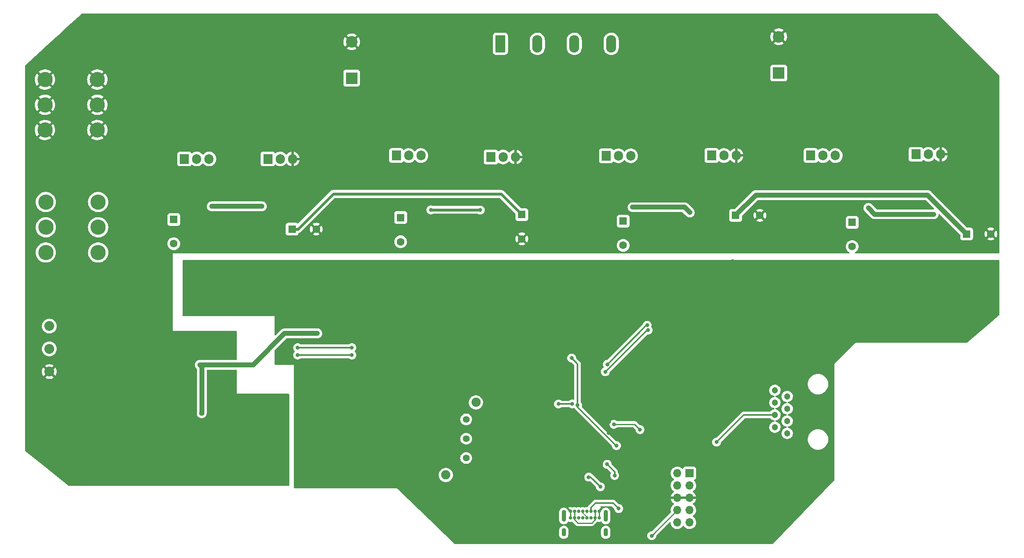
<source format=gbr>
%TF.GenerationSoftware,KiCad,Pcbnew,(6.0.7)*%
%TF.CreationDate,2024-02-27T11:31:56-06:00*%
%TF.ProjectId,StepperMotorController,53746570-7065-4724-9d6f-746f72436f6e,rev?*%
%TF.SameCoordinates,Original*%
%TF.FileFunction,Copper,L2,Bot*%
%TF.FilePolarity,Positive*%
%FSLAX46Y46*%
G04 Gerber Fmt 4.6, Leading zero omitted, Abs format (unit mm)*
G04 Created by KiCad (PCBNEW (6.0.7)) date 2024-02-27 11:31:56*
%MOMM*%
%LPD*%
G01*
G04 APERTURE LIST*
G04 Aperture macros list*
%AMRoundRect*
0 Rectangle with rounded corners*
0 $1 Rounding radius*
0 $2 $3 $4 $5 $6 $7 $8 $9 X,Y pos of 4 corners*
0 Add a 4 corners polygon primitive as box body*
4,1,4,$2,$3,$4,$5,$6,$7,$8,$9,$2,$3,0*
0 Add four circle primitives for the rounded corners*
1,1,$1+$1,$2,$3*
1,1,$1+$1,$4,$5*
1,1,$1+$1,$6,$7*
1,1,$1+$1,$8,$9*
0 Add four rect primitives between the rounded corners*
20,1,$1+$1,$2,$3,$4,$5,0*
20,1,$1+$1,$4,$5,$6,$7,0*
20,1,$1+$1,$6,$7,$8,$9,0*
20,1,$1+$1,$8,$9,$2,$3,0*%
G04 Aperture macros list end*
%TA.AperFunction,ComponentPad*%
%ADD10R,1.905000X2.000000*%
%TD*%
%TA.AperFunction,ComponentPad*%
%ADD11O,1.905000X2.000000*%
%TD*%
%TA.AperFunction,ComponentPad*%
%ADD12C,3.149600*%
%TD*%
%TA.AperFunction,ComponentPad*%
%ADD13R,2.400000X2.400000*%
%TD*%
%TA.AperFunction,ComponentPad*%
%ADD14C,2.400000*%
%TD*%
%TA.AperFunction,ComponentPad*%
%ADD15R,1.600000X1.600000*%
%TD*%
%TA.AperFunction,ComponentPad*%
%ADD16C,1.600000*%
%TD*%
%TA.AperFunction,ComponentPad*%
%ADD17C,1.397000*%
%TD*%
%TA.AperFunction,ComponentPad*%
%ADD18C,1.905000*%
%TD*%
%TA.AperFunction,ComponentPad*%
%ADD19C,2.032000*%
%TD*%
%TA.AperFunction,ComponentPad*%
%ADD20RoundRect,0.250001X-0.799999X-1.549999X0.799999X-1.549999X0.799999X1.549999X-0.799999X1.549999X0*%
%TD*%
%TA.AperFunction,ComponentPad*%
%ADD21O,2.100000X3.600000*%
%TD*%
%TA.AperFunction,ComponentPad*%
%ADD22C,1.303000*%
%TD*%
%TA.AperFunction,ComponentPad*%
%ADD23R,1.700000X1.700000*%
%TD*%
%TA.AperFunction,ComponentPad*%
%ADD24O,1.700000X1.700000*%
%TD*%
%TA.AperFunction,ComponentPad*%
%ADD25C,0.700000*%
%TD*%
%TA.AperFunction,ComponentPad*%
%ADD26O,0.900000X2.400000*%
%TD*%
%TA.AperFunction,ComponentPad*%
%ADD27O,0.900000X1.700000*%
%TD*%
%TA.AperFunction,ViaPad*%
%ADD28C,0.800000*%
%TD*%
%TA.AperFunction,Conductor*%
%ADD29C,0.250000*%
%TD*%
%TA.AperFunction,Conductor*%
%ADD30C,0.300000*%
%TD*%
%TA.AperFunction,Conductor*%
%ADD31C,1.000000*%
%TD*%
%TA.AperFunction,Conductor*%
%ADD32C,0.600000*%
%TD*%
%TA.AperFunction,Conductor*%
%ADD33C,0.200000*%
%TD*%
G04 APERTURE END LIST*
D10*
%TO.P,Q2,1,G*%
%TO.N,Net-(Q2-Pad1)*%
X221610000Y-158495000D03*
D11*
%TO.P,Q2,2,D*%
%TO.N,A+*%
X224150000Y-158495000D03*
%TO.P,Q2,3,S*%
%TO.N,GND*%
X226690000Y-158495000D03*
%TD*%
D12*
%TO.P,J6,1,1*%
%TO.N,+48V*%
X175800000Y-167400000D03*
%TO.P,J6,2,2*%
X175800000Y-172610000D03*
%TO.P,J6,3,3*%
X175800000Y-177820000D03*
%TO.P,J6,4,4*%
X186599999Y-167400000D03*
%TO.P,J6,5,5*%
X186599999Y-172610000D03*
%TO.P,J6,6,6*%
X186599999Y-177820000D03*
%TD*%
D10*
%TO.P,Q4,1,G*%
%TO.N,Net-(Q4-Pad1)*%
X267610000Y-158095000D03*
D11*
%TO.P,Q4,2,D*%
%TO.N,A-*%
X270150000Y-158095000D03*
%TO.P,Q4,3,S*%
%TO.N,GND*%
X272690000Y-158095000D03*
%TD*%
D13*
%TO.P,C17,1*%
%TO.N,+48V*%
X238900000Y-141812755D03*
D14*
%TO.P,C17,2*%
%TO.N,GND*%
X238900000Y-134312755D03*
%TD*%
D15*
%TO.P,C16,1*%
%TO.N,VCCB_A1*%
X274000000Y-170000000D03*
D16*
%TO.P,C16,2*%
%TO.N,GND*%
X274000000Y-175000000D03*
%TD*%
D15*
%TO.P,C32,1*%
%TO.N,VCCB_A1*%
X318097349Y-170150000D03*
D16*
%TO.P,C32,2*%
%TO.N,GND*%
X323097349Y-170150000D03*
%TD*%
D17*
%TO.P,SW2,1,1*%
%TO.N,3.3V*%
X262517200Y-212284950D03*
%TO.P,SW2,2,2*%
%TO.N,3.3_STM*%
X262517200Y-216272750D03*
%TO.P,SW2,3,3*%
%TO.N,+3.3V*%
X262517200Y-220260550D03*
D18*
%TO.P,SW2,4*%
%TO.N,N/C*%
X264523800Y-208779750D03*
%TO.P,SW2,5*%
X258326200Y-223765750D03*
%TD*%
D19*
%TO.P,SW1,1,A*%
%TO.N,GND*%
X176533400Y-202420101D03*
%TO.P,SW1,2,B*%
%TO.N,MasterPower*%
X176533400Y-197720100D03*
%TO.P,SW1,3,C*%
%TO.N,+48V*%
X176533400Y-193020100D03*
%TD*%
D20*
%TO.P,J5,1,1*%
%TO.N,A+*%
X269570000Y-134722500D03*
D21*
%TO.P,J5,2,2*%
%TO.N,A-*%
X277190000Y-134722500D03*
%TO.P,J5,3,3*%
%TO.N,B+*%
X284810000Y-134722500D03*
%TO.P,J5,4,4*%
%TO.N,B-*%
X292430000Y-134722500D03*
%TD*%
D10*
%TO.P,Q7,1,G*%
%TO.N,Net-(Q7-Pad1)*%
X333610000Y-157795000D03*
D11*
%TO.P,Q7,2,D*%
%TO.N,+48V*%
X336150000Y-157795000D03*
%TO.P,Q7,3,S*%
%TO.N,B-*%
X338690000Y-157795000D03*
%TD*%
D10*
%TO.P,Q5,1,G*%
%TO.N,Net-(Q5-Pad1)*%
X291400000Y-157850000D03*
D11*
%TO.P,Q5,2,D*%
%TO.N,+48V*%
X293940000Y-157850000D03*
%TO.P,Q5,3,S*%
%TO.N,B+*%
X296480000Y-157850000D03*
%TD*%
D15*
%TO.P,C11,1*%
%TO.N,VCCA_A1*%
X202200000Y-171000000D03*
D16*
%TO.P,C11,2*%
%TO.N,A+*%
X202200000Y-176000000D03*
%TD*%
D15*
%TO.P,C28,1*%
%TO.N,VCCA_B1*%
X294900000Y-171347349D03*
D16*
%TO.P,C28,2*%
%TO.N,B+*%
X294900000Y-176347349D03*
%TD*%
D22*
%TO.P,J2,1,1*%
%TO.N,CANH*%
X328750000Y-215165000D03*
%TO.P,J2,2,2*%
%TO.N,CANL*%
X326210000Y-213895000D03*
%TO.P,J2,3,3*%
%TO.N,5VCAN*%
X328750000Y-212625000D03*
%TO.P,J2,4,4*%
%TO.N,GNDCAN*%
X326210000Y-211355000D03*
%TO.P,J2,5,5*%
%TO.N,unconnected-(J2-Pad5)*%
X328750000Y-210085000D03*
%TO.P,J2,6,6*%
%TO.N,unconnected-(J2-Pad6)*%
X326210000Y-208815000D03*
%TO.P,J2,7,7*%
%TO.N,unconnected-(J2-Pad7)*%
X328750000Y-207545000D03*
%TO.P,J2,8,8*%
%TO.N,unconnected-(J2-Pad8)*%
X326210000Y-206275000D03*
%TD*%
D13*
%TO.P,C1,1*%
%TO.N,+48V*%
X327000000Y-140762755D03*
D14*
%TO.P,C1,2*%
%TO.N,GND*%
X327000000Y-133262755D03*
%TD*%
D10*
%TO.P,Q3,1,G*%
%TO.N,Net-(Q3-Pad1)*%
X248110000Y-157795000D03*
D11*
%TO.P,Q3,2,D*%
%TO.N,+48V*%
X250650000Y-157795000D03*
%TO.P,Q3,3,S*%
%TO.N,A-*%
X253190000Y-157795000D03*
%TD*%
D15*
%TO.P,C12,1*%
%TO.N,VCCA_A2*%
X249000000Y-170597349D03*
D16*
%TO.P,C12,2*%
%TO.N,A-*%
X249000000Y-175597349D03*
%TD*%
D10*
%TO.P,Q6,1,G*%
%TO.N,Net-(Q6-Pad1)*%
X313160000Y-157795000D03*
D11*
%TO.P,Q6,2,D*%
%TO.N,B+*%
X315700000Y-157795000D03*
%TO.P,Q6,3,S*%
%TO.N,GND*%
X318240000Y-157795000D03*
%TD*%
D15*
%TO.P,C29,1*%
%TO.N,VCCA_B2*%
X342150000Y-171597349D03*
D16*
%TO.P,C29,2*%
%TO.N,B-*%
X342150000Y-176597349D03*
%TD*%
D12*
%TO.P,J7,1,1*%
%TO.N,GND*%
X175630501Y-142107500D03*
%TO.P,J7,2,2*%
X175630501Y-147317500D03*
%TO.P,J7,3,3*%
X175630501Y-152527500D03*
%TO.P,J7,4,4*%
X186430500Y-142107500D03*
%TO.P,J7,5,5*%
X186430500Y-147317500D03*
%TO.P,J7,6,6*%
X186430500Y-152527500D03*
%TD*%
D10*
%TO.P,Q8,1,G*%
%TO.N,Net-(Q8-Pad1)*%
X355300000Y-157550000D03*
D11*
%TO.P,Q8,2,D*%
%TO.N,B-*%
X357840000Y-157550000D03*
%TO.P,Q8,3,S*%
%TO.N,GND*%
X360380000Y-157550000D03*
%TD*%
D15*
%TO.P,C15,1*%
%TO.N,VCCB_A1*%
X226597349Y-173000000D03*
D16*
%TO.P,C15,2*%
%TO.N,GND*%
X231597349Y-173000000D03*
%TD*%
D15*
%TO.P,C33,1*%
%TO.N,VCCB_A1*%
X365747349Y-174000000D03*
D16*
%TO.P,C33,2*%
%TO.N,GND*%
X370747349Y-174000000D03*
%TD*%
D10*
%TO.P,Q1,1,G*%
%TO.N,Net-(Q1-Pad1)*%
X204400000Y-158500000D03*
D11*
%TO.P,Q1,2,D*%
%TO.N,+48V*%
X206940000Y-158500000D03*
%TO.P,Q1,3,S*%
%TO.N,A+*%
X209480000Y-158500000D03*
%TD*%
D23*
%TO.P,J4,1,Pin_1*%
%TO.N,RST*%
X308600000Y-223400000D03*
D24*
%TO.P,J4,2,Pin_2*%
%TO.N,SWCLK*%
X306060000Y-223400000D03*
%TO.P,J4,3,Pin_3*%
%TO.N,SWIM*%
X308600000Y-225940000D03*
%TO.P,J4,4,Pin_4*%
%TO.N,SWDIO*%
X306060000Y-225940000D03*
%TO.P,J4,5,Pin_5*%
%TO.N,GND_5V*%
X308600000Y-228480000D03*
%TO.P,J4,6,Pin_6*%
X306060000Y-228480000D03*
%TO.P,J4,7,Pin_7*%
%TO.N,3.3V*%
X308600000Y-231020000D03*
%TO.P,J4,8,Pin_8*%
X306060000Y-231020000D03*
%TO.P,J4,9,Pin_9*%
%TO.N,unconnected-(J4-Pad9)*%
X308600000Y-233560000D03*
%TO.P,J4,10,Pin_10*%
%TO.N,unconnected-(J4-Pad10)*%
X306060000Y-233560000D03*
%TD*%
D25*
%TO.P,J1,A1,GND*%
%TO.N,GND_5V*%
X289950000Y-231250000D03*
%TO.P,J1,A4,VBUS*%
%TO.N,VBUS*%
X289100000Y-231250000D03*
%TO.P,J1,A5,CC1*%
%TO.N,Net-(J1-PadA5)*%
X288250000Y-231250000D03*
%TO.P,J1,A6,DP1*%
%TO.N,D+*%
X287400000Y-231250000D03*
%TO.P,J1,A7,DN1*%
%TO.N,D-*%
X286550000Y-231250000D03*
%TO.P,J1,A8,SBU1*%
%TO.N,unconnected-(J1-PadA8)*%
X285700000Y-231250000D03*
%TO.P,J1,A9,VBUS*%
%TO.N,VBUS*%
X284850000Y-231250000D03*
%TO.P,J1,A12,GND*%
%TO.N,GND_5V*%
X284000000Y-231250000D03*
%TO.P,J1,B1,GND*%
X284000000Y-232600000D03*
%TO.P,J1,B4,VBUS*%
%TO.N,VBUS*%
X284850000Y-232600000D03*
%TO.P,J1,B5,CC2*%
%TO.N,Net-(J1-PadB5)*%
X285700000Y-232600000D03*
%TO.P,J1,B6,DP2*%
%TO.N,D+*%
X286550000Y-232600000D03*
%TO.P,J1,B7,DN2*%
%TO.N,D-*%
X287400000Y-232600000D03*
%TO.P,J1,B8,SBU2*%
%TO.N,unconnected-(J1-PadB8)*%
X288250000Y-232600000D03*
%TO.P,J1,B9,VBUS*%
%TO.N,VBUS*%
X289100000Y-232600000D03*
%TO.P,J1,B12,GND*%
%TO.N,GND_5V*%
X289950000Y-232600000D03*
D26*
%TO.P,J1,S1*%
%TO.N,N/C*%
X282650000Y-232230000D03*
D27*
X291300000Y-235610000D03*
X282650000Y-235610000D03*
D26*
X291300000Y-232230000D03*
%TD*%
D28*
%TO.N,GND*%
X363500000Y-177400000D03*
X202000000Y-208000000D03*
X220100000Y-213100000D03*
X221475000Y-172225000D03*
X198000000Y-203000000D03*
X363550000Y-162100000D03*
X226000000Y-177000000D03*
X313600000Y-172200000D03*
X273750000Y-161950000D03*
X359800000Y-172200000D03*
X220800000Y-216800000D03*
X191400000Y-202300000D03*
X228193750Y-162700000D03*
X196000000Y-204000000D03*
X315700000Y-177200000D03*
X266100000Y-172325000D03*
X204000000Y-206000000D03*
X198000000Y-204000000D03*
X196000000Y-203000000D03*
X318650000Y-162500000D03*
X269450000Y-176950000D03*
X204000000Y-208000000D03*
X189200000Y-202300000D03*
%TO.N,3.3V*%
X300800000Y-236300000D03*
%TO.N,PWM_A1_A*%
X238950000Y-199000000D03*
X227750000Y-199000000D03*
%TO.N,PWM_A1_B*%
X227750000Y-197475000D03*
X238950000Y-197475000D03*
%TO.N,VCCB_A1*%
X207550000Y-201000000D03*
X308650000Y-169575000D03*
X231800000Y-194525000D03*
X207962500Y-211037500D03*
X296850000Y-168475000D03*
%TO.N,PWM_B2_A*%
X291625000Y-200925000D03*
X299850000Y-192850000D03*
%TO.N,PWM_B2_B*%
X300075000Y-193825000D03*
X291225000Y-202450000D03*
%TO.N,3.3_STM*%
X291600000Y-221550000D03*
X281570023Y-209104977D03*
X284386369Y-209094309D03*
X293150000Y-223875000D03*
%TO.N,RST*%
X285513000Y-209350000D03*
X293525000Y-217700000D03*
X284275000Y-199625000D03*
%TO.N,VBUS_USB*%
X290200000Y-226200000D03*
X287800000Y-224200000D03*
%TO.N,Net-(D4-Pad2)*%
X210025000Y-168300000D03*
X220375000Y-168300000D03*
%TO.N,Net-(D5-Pad2)*%
X265425000Y-169050000D03*
X255225000Y-169025000D03*
%TO.N,Net-(D7-Pad2)*%
X358950000Y-169925000D03*
X345500000Y-168625000D03*
%TO.N,GNDCAN*%
X314175000Y-216970000D03*
%TO.N,Net-(J1-PadA5)*%
X293975000Y-230700000D03*
%TO.N,CANTX*%
X298375000Y-214400000D03*
X292975000Y-213295500D03*
%TO.N,GND_5V*%
X204500000Y-182600000D03*
X317600000Y-182000000D03*
X318700000Y-191250000D03*
X310250000Y-198200000D03*
X215000000Y-183400000D03*
X297250000Y-205900000D03*
X241600000Y-209800000D03*
X270700000Y-183900000D03*
X358900000Y-184800000D03*
X289375000Y-221025000D03*
X294500000Y-235000000D03*
X250000000Y-209000000D03*
X294150000Y-210300000D03*
X225600000Y-183800000D03*
X291600000Y-207350000D03*
X279600000Y-230800000D03*
X297600000Y-181900000D03*
X277000000Y-208550000D03*
X234900000Y-211200000D03*
X365000000Y-195000000D03*
X276400000Y-198770000D03*
X204500000Y-185400000D03*
X284950000Y-212475000D03*
X286925000Y-221950000D03*
X220400000Y-185400000D03*
X291975000Y-212795500D03*
X343200000Y-187000000D03*
X250200000Y-183800000D03*
X364600000Y-181800000D03*
X271575000Y-193375000D03*
X227100000Y-191800000D03*
X297600000Y-184200000D03*
X230200000Y-213100000D03*
X249000000Y-216800000D03*
X291900000Y-215075000D03*
X264800000Y-185800000D03*
X278000000Y-220000000D03*
X364500000Y-184000000D03*
X281050000Y-205000000D03*
X259400000Y-183300000D03*
X289925000Y-197920000D03*
X250300000Y-186300000D03*
X312300000Y-184200000D03*
X270700000Y-181600000D03*
X343200000Y-184800000D03*
X297325000Y-210625000D03*
X225600000Y-181400000D03*
X254000000Y-209800000D03*
X263200000Y-183200000D03*
X244000000Y-209800000D03*
X307100000Y-183300000D03*
X317500000Y-179600000D03*
X248000000Y-209000000D03*
X299300000Y-216950000D03*
X263100000Y-229600000D03*
X293650000Y-221300000D03*
X249000000Y-209000000D03*
X280000000Y-218000000D03*
X353300000Y-183600000D03*
X273700000Y-227700000D03*
%TD*%
D29*
%TO.N,3.3V*%
X300800000Y-236300000D02*
X306060000Y-231040000D01*
X306060000Y-231040000D02*
X306060000Y-231020000D01*
D30*
%TO.N,PWM_A1_A*%
X227750000Y-199000000D02*
X238950000Y-199000000D01*
%TO.N,PWM_A1_B*%
X227750000Y-197475000D02*
X238950000Y-197475000D01*
D31*
%TO.N,VCCB_A1*%
X357697349Y-165950000D02*
X365747349Y-174000000D01*
X207550000Y-201000000D02*
X207975000Y-201425000D01*
D32*
X269725000Y-165725000D02*
X274000000Y-170000000D01*
X226597349Y-173000000D02*
X227800000Y-173000000D01*
X227800000Y-173000000D02*
X235075000Y-165725000D01*
D31*
X307550000Y-168475000D02*
X296850000Y-168475000D01*
X308650000Y-169575000D02*
X307550000Y-168475000D01*
X207975000Y-201425000D02*
X207975000Y-211025000D01*
D32*
X235075000Y-165725000D02*
X269725000Y-165725000D01*
D31*
X322297349Y-165950000D02*
X357697349Y-165950000D01*
X231800000Y-194525000D02*
X225030635Y-194525000D01*
X218555635Y-201000000D02*
X207550000Y-201000000D01*
X207975000Y-211025000D02*
X207962500Y-211037500D01*
X225030635Y-194525000D02*
X218555635Y-201000000D01*
X318097349Y-170150000D02*
X322297349Y-165950000D01*
D30*
%TO.N,PWM_B2_A*%
X291625000Y-200925000D02*
X299700000Y-192850000D01*
X299700000Y-192850000D02*
X299850000Y-192850000D01*
%TO.N,PWM_B2_B*%
X299850000Y-193825000D02*
X300075000Y-193825000D01*
X291225000Y-202450000D02*
X299850000Y-193825000D01*
%TO.N,3.3_STM*%
X293150000Y-223875000D02*
X293150000Y-223100000D01*
X281570023Y-209104977D02*
X284375701Y-209104977D01*
X284375701Y-209104977D02*
X284386369Y-209094309D01*
X293150000Y-223100000D02*
X291600000Y-221550000D01*
%TO.N,RST*%
X285475000Y-200825000D02*
X285475000Y-209312000D01*
X285475000Y-209312000D02*
X285513000Y-209350000D01*
X285513000Y-209748661D02*
X293464339Y-217700000D01*
X285513000Y-209350000D02*
X285513000Y-209748661D01*
X293464339Y-217700000D02*
X293525000Y-217700000D01*
X284275000Y-199625000D02*
X285475000Y-200825000D01*
D33*
%TO.N,D-*%
X286550000Y-231250000D02*
X286550000Y-231625000D01*
X286550000Y-231625000D02*
X287400000Y-232475000D01*
X287400000Y-232475000D02*
X287400000Y-232600000D01*
D30*
%TO.N,VBUS_USB*%
X288200000Y-224200000D02*
X287800000Y-224200000D01*
X290200000Y-226200000D02*
X288200000Y-224200000D01*
D31*
%TO.N,Net-(D4-Pad2)*%
X220375000Y-168300000D02*
X210025000Y-168300000D01*
D32*
%TO.N,Net-(D5-Pad2)*%
X255225000Y-169025000D02*
X265400000Y-169025000D01*
X265400000Y-169025000D02*
X265425000Y-169050000D01*
D31*
%TO.N,Net-(D7-Pad2)*%
X345500000Y-168625000D02*
X346800000Y-169925000D01*
X346800000Y-169925000D02*
X358950000Y-169925000D01*
D30*
%TO.N,GNDCAN*%
X319790000Y-211355000D02*
X314175000Y-216970000D01*
X326210000Y-211355000D02*
X319790000Y-211355000D01*
%TO.N,Net-(J1-PadA5)*%
X292825000Y-229550000D02*
X289200000Y-229550000D01*
X293975000Y-230700000D02*
X292825000Y-229550000D01*
X288250000Y-230500000D02*
X288250000Y-231250000D01*
X289200000Y-229550000D02*
X288250000Y-230500000D01*
D29*
%TO.N,CANTX*%
X297270500Y-213295500D02*
X298375000Y-214400000D01*
X292975000Y-213295500D02*
X297270500Y-213295500D01*
%TO.N,VBUS*%
X289100000Y-232975000D02*
X289100000Y-232600000D01*
X285550000Y-233675000D02*
X288400000Y-233675000D01*
X288400000Y-233675000D02*
X289100000Y-232975000D01*
X284850000Y-232600000D02*
X284850000Y-232975000D01*
X284850000Y-231250000D02*
X284850000Y-232600000D01*
X289100000Y-231250000D02*
X289100000Y-232600000D01*
X284850000Y-232975000D02*
X285550000Y-233675000D01*
%TO.N,GND_5V*%
X289950000Y-232600000D02*
X289950000Y-231250000D01*
X284000000Y-232600000D02*
X284000000Y-231250000D01*
%TD*%
%TA.AperFunction,Conductor*%
%TO.N,GND*%
G36*
X359805304Y-128528502D02*
G01*
X359826278Y-128545405D01*
X372454595Y-141173722D01*
X372488621Y-141236034D01*
X372491500Y-141262817D01*
X372491500Y-177874000D01*
X372471498Y-177942121D01*
X372417842Y-177988614D01*
X372365500Y-178000000D01*
X342806530Y-178000000D01*
X342738409Y-177979998D01*
X342691916Y-177926342D01*
X342681812Y-177856068D01*
X342711306Y-177791488D01*
X342753280Y-177759805D01*
X342801762Y-177737198D01*
X342801767Y-177737195D01*
X342806749Y-177734872D01*
X342943000Y-177639468D01*
X342989789Y-177606706D01*
X342989792Y-177606704D01*
X342994300Y-177603547D01*
X343156198Y-177441649D01*
X343287523Y-177254098D01*
X343289846Y-177249116D01*
X343289849Y-177249111D01*
X343381961Y-177051574D01*
X343381961Y-177051573D01*
X343384284Y-177046592D01*
X343394463Y-177008606D01*
X343442119Y-176830751D01*
X343442119Y-176830749D01*
X343443543Y-176825436D01*
X343463498Y-176597349D01*
X343443543Y-176369262D01*
X343442119Y-176363947D01*
X343385707Y-176153416D01*
X343385706Y-176153414D01*
X343384284Y-176148106D01*
X343368356Y-176113947D01*
X343289849Y-175945587D01*
X343289846Y-175945582D01*
X343287523Y-175940600D01*
X343203047Y-175819956D01*
X343159357Y-175757560D01*
X343159355Y-175757557D01*
X343156198Y-175753049D01*
X342994300Y-175591151D01*
X342989792Y-175587994D01*
X342989789Y-175587992D01*
X342874920Y-175507560D01*
X342806749Y-175459826D01*
X342801767Y-175457503D01*
X342801762Y-175457500D01*
X342604225Y-175365388D01*
X342604224Y-175365388D01*
X342599243Y-175363065D01*
X342593935Y-175361643D01*
X342593933Y-175361642D01*
X342383402Y-175305230D01*
X342383400Y-175305230D01*
X342378087Y-175303806D01*
X342150000Y-175283851D01*
X341921913Y-175303806D01*
X341916600Y-175305230D01*
X341916598Y-175305230D01*
X341706067Y-175361642D01*
X341706065Y-175361643D01*
X341700757Y-175363065D01*
X341695776Y-175365388D01*
X341695775Y-175365388D01*
X341498238Y-175457500D01*
X341498233Y-175457503D01*
X341493251Y-175459826D01*
X341425080Y-175507560D01*
X341310211Y-175587992D01*
X341310208Y-175587994D01*
X341305700Y-175591151D01*
X341143802Y-175753049D01*
X341140645Y-175757557D01*
X341140643Y-175757560D01*
X341096953Y-175819956D01*
X341012477Y-175940600D01*
X341010154Y-175945582D01*
X341010151Y-175945587D01*
X340931644Y-176113947D01*
X340915716Y-176148106D01*
X340914294Y-176153414D01*
X340914293Y-176153416D01*
X340857881Y-176363947D01*
X340856457Y-176369262D01*
X340836502Y-176597349D01*
X340856457Y-176825436D01*
X340857881Y-176830749D01*
X340857881Y-176830751D01*
X340905538Y-177008606D01*
X340915716Y-177046592D01*
X340918039Y-177051573D01*
X340918039Y-177051574D01*
X341010151Y-177249111D01*
X341010154Y-177249116D01*
X341012477Y-177254098D01*
X341143802Y-177441649D01*
X341305700Y-177603547D01*
X341310208Y-177606704D01*
X341310211Y-177606706D01*
X341357000Y-177639468D01*
X341493251Y-177734872D01*
X341498233Y-177737195D01*
X341498238Y-177737198D01*
X341546720Y-177759805D01*
X341600005Y-177806722D01*
X341619466Y-177875000D01*
X341598924Y-177942959D01*
X341544901Y-177989025D01*
X341493470Y-178000000D01*
X202000000Y-178000000D01*
X202000000Y-194000000D01*
X215074000Y-194000000D01*
X215142121Y-194020002D01*
X215188614Y-194073658D01*
X215200000Y-194126000D01*
X215200000Y-199865500D01*
X215179998Y-199933621D01*
X215126342Y-199980114D01*
X215074000Y-199991500D01*
X207607904Y-199991500D01*
X207595171Y-199990855D01*
X207559666Y-199987248D01*
X207559661Y-199987248D01*
X207553538Y-199986626D01*
X207503385Y-199991367D01*
X207501526Y-199991500D01*
X207500231Y-199991500D01*
X207497167Y-199991800D01*
X207497156Y-199991801D01*
X207453469Y-199996085D01*
X207453153Y-199996116D01*
X207356638Y-200005239D01*
X207354935Y-200005747D01*
X207353167Y-200005920D01*
X207260698Y-200033838D01*
X207260277Y-200033965D01*
X207172731Y-200060063D01*
X207172726Y-200060065D01*
X207167104Y-200061741D01*
X207165529Y-200062571D01*
X207163831Y-200063084D01*
X207078164Y-200108634D01*
X207077897Y-200108775D01*
X206992154Y-200153982D01*
X206990775Y-200155099D01*
X206989204Y-200155934D01*
X206913880Y-200217367D01*
X206913630Y-200217569D01*
X206843021Y-200274747D01*
X206843016Y-200274752D01*
X206838453Y-200278447D01*
X206837317Y-200279810D01*
X206835938Y-200280935D01*
X206773905Y-200355920D01*
X206711854Y-200430396D01*
X206711005Y-200431953D01*
X206709870Y-200433325D01*
X206707065Y-200438512D01*
X206707062Y-200438517D01*
X206663631Y-200518839D01*
X206663470Y-200519137D01*
X206617178Y-200604041D01*
X206616646Y-200605737D01*
X206615802Y-200607299D01*
X206614071Y-200612891D01*
X206587157Y-200699837D01*
X206587026Y-200700257D01*
X206558035Y-200792768D01*
X206557843Y-200794536D01*
X206557318Y-200796232D01*
X206547168Y-200892803D01*
X206536676Y-200989388D01*
X206536831Y-200991157D01*
X206536645Y-200992925D01*
X206545445Y-201089625D01*
X206553913Y-201186413D01*
X206554409Y-201188121D01*
X206554570Y-201189888D01*
X206582000Y-201283087D01*
X206609091Y-201376336D01*
X206609907Y-201377911D01*
X206610410Y-201379619D01*
X206613132Y-201384826D01*
X206613133Y-201384828D01*
X206655367Y-201465614D01*
X206655467Y-201465805D01*
X206700108Y-201551926D01*
X206701216Y-201553314D01*
X206702040Y-201554890D01*
X206762875Y-201630553D01*
X206796738Y-201672973D01*
X206797661Y-201673896D01*
X206798862Y-201675312D01*
X206825968Y-201709025D01*
X206830696Y-201712992D01*
X206864154Y-201741067D01*
X206872258Y-201748493D01*
X206929595Y-201805830D01*
X206963621Y-201868142D01*
X206966500Y-201894925D01*
X206966500Y-210856539D01*
X206965855Y-210869272D01*
X206950300Y-211022406D01*
X206949126Y-211033962D01*
X206960854Y-211158025D01*
X206966503Y-211217782D01*
X206967739Y-211230862D01*
X206970931Y-211241570D01*
X207022465Y-211414437D01*
X207024241Y-211420396D01*
X207116482Y-211595346D01*
X207120358Y-211600132D01*
X207120359Y-211600134D01*
X207203598Y-211702925D01*
X207240947Y-211749047D01*
X207245682Y-211752992D01*
X207386786Y-211870555D01*
X207392896Y-211875646D01*
X207566541Y-211970322D01*
X207630968Y-211990512D01*
X207749386Y-212027622D01*
X207749389Y-212027623D01*
X207755268Y-212029465D01*
X207761391Y-212030130D01*
X207761395Y-212030131D01*
X207945763Y-212050159D01*
X207945767Y-212050159D01*
X207951888Y-212050824D01*
X208148913Y-212033587D01*
X208154830Y-212031868D01*
X208154835Y-212031867D01*
X208285564Y-211993886D01*
X208338836Y-211978409D01*
X208514426Y-211887392D01*
X208566925Y-211845483D01*
X208632723Y-211792958D01*
X208632730Y-211792951D01*
X208635473Y-211790762D01*
X208644388Y-211781847D01*
X208654522Y-211772754D01*
X208684025Y-211749032D01*
X208716292Y-211710578D01*
X208719472Y-211706931D01*
X208721115Y-211705119D01*
X208723309Y-211702925D01*
X208750642Y-211669651D01*
X208751348Y-211668800D01*
X208786459Y-211626957D01*
X208811154Y-211597526D01*
X208813722Y-211592856D01*
X208817103Y-211588739D01*
X208861015Y-211506842D01*
X208861624Y-211505720D01*
X208868181Y-211493794D01*
X208883234Y-211466412D01*
X208903466Y-211429611D01*
X208903468Y-211429606D01*
X208906433Y-211424213D01*
X208908044Y-211419135D01*
X208910563Y-211414437D01*
X208937753Y-211325502D01*
X208938136Y-211324272D01*
X208964371Y-211241570D01*
X208966235Y-211235694D01*
X208966828Y-211230403D01*
X208968388Y-211225302D01*
X208977795Y-211132689D01*
X208977915Y-211131569D01*
X208983500Y-211081773D01*
X208983500Y-211078244D01*
X208983555Y-211077261D01*
X208984004Y-211071556D01*
X208987752Y-211034664D01*
X208987752Y-211034661D01*
X208988374Y-211028537D01*
X208984059Y-210982888D01*
X208983500Y-210971031D01*
X208983500Y-202134500D01*
X209003502Y-202066379D01*
X209057158Y-202019886D01*
X209109500Y-202008500D01*
X215074000Y-202008500D01*
X215142121Y-202028502D01*
X215188614Y-202082158D01*
X215200000Y-202134500D01*
X215200000Y-207000000D01*
X225874000Y-207000000D01*
X225942121Y-207020002D01*
X225988614Y-207073658D01*
X226000000Y-207126000D01*
X226000000Y-225874000D01*
X225979998Y-225942121D01*
X225926342Y-225988614D01*
X225874000Y-226000000D01*
X180608194Y-226000000D01*
X180540073Y-225979998D01*
X180529488Y-225972393D01*
X175614203Y-222040165D01*
X171555788Y-218793432D01*
X171515090Y-218735259D01*
X171508500Y-218695043D01*
X171508500Y-203664407D01*
X175653924Y-203664407D01*
X175659651Y-203672057D01*
X175835159Y-203779608D01*
X175843953Y-203784089D01*
X176056429Y-203872099D01*
X176065814Y-203875148D01*
X176289444Y-203928838D01*
X176299191Y-203930381D01*
X176528470Y-203948426D01*
X176538330Y-203948426D01*
X176767609Y-203930381D01*
X176777356Y-203928838D01*
X177000986Y-203875148D01*
X177010371Y-203872099D01*
X177222847Y-203784089D01*
X177231641Y-203779608D01*
X177403483Y-203674304D01*
X177412943Y-203663848D01*
X177409159Y-203655070D01*
X176546212Y-202792123D01*
X176532268Y-202784509D01*
X176530435Y-202784640D01*
X176523820Y-202788891D01*
X175660684Y-203652027D01*
X175653924Y-203664407D01*
X171508500Y-203664407D01*
X171508500Y-202425031D01*
X175005075Y-202425031D01*
X175023120Y-202654310D01*
X175024663Y-202664057D01*
X175078353Y-202887687D01*
X175081402Y-202897072D01*
X175169412Y-203109548D01*
X175173893Y-203118342D01*
X175279197Y-203290184D01*
X175289653Y-203299644D01*
X175298431Y-203295860D01*
X176161378Y-202432913D01*
X176167756Y-202421233D01*
X176897808Y-202421233D01*
X176897939Y-202423066D01*
X176902190Y-202429681D01*
X177765326Y-203292817D01*
X177777706Y-203299577D01*
X177785356Y-203293850D01*
X177892907Y-203118342D01*
X177897388Y-203109548D01*
X177985398Y-202897072D01*
X177988447Y-202887687D01*
X178042137Y-202664057D01*
X178043680Y-202654310D01*
X178061725Y-202425031D01*
X178061725Y-202415171D01*
X178043680Y-202185892D01*
X178042137Y-202176145D01*
X177988447Y-201952515D01*
X177985398Y-201943130D01*
X177897388Y-201730654D01*
X177892907Y-201721860D01*
X177787603Y-201550018D01*
X177777147Y-201540558D01*
X177768369Y-201544342D01*
X176905422Y-202407289D01*
X176897808Y-202421233D01*
X176167756Y-202421233D01*
X176168992Y-202418969D01*
X176168861Y-202417136D01*
X176164610Y-202410521D01*
X175301474Y-201547385D01*
X175289094Y-201540625D01*
X175281444Y-201546352D01*
X175173893Y-201721860D01*
X175169412Y-201730654D01*
X175081402Y-201943130D01*
X175078353Y-201952515D01*
X175024663Y-202176145D01*
X175023120Y-202185892D01*
X175005075Y-202415171D01*
X175005075Y-202425031D01*
X171508500Y-202425031D01*
X171508500Y-201176354D01*
X175653857Y-201176354D01*
X175657641Y-201185132D01*
X176520588Y-202048079D01*
X176534532Y-202055693D01*
X176536365Y-202055562D01*
X176542980Y-202051311D01*
X177406116Y-201188175D01*
X177412876Y-201175795D01*
X177407149Y-201168145D01*
X177231641Y-201060594D01*
X177222847Y-201056113D01*
X177010371Y-200968103D01*
X177000986Y-200965054D01*
X176777356Y-200911364D01*
X176767609Y-200909821D01*
X176538330Y-200891776D01*
X176528470Y-200891776D01*
X176299191Y-200909821D01*
X176289444Y-200911364D01*
X176065814Y-200965054D01*
X176056429Y-200968103D01*
X175843953Y-201056113D01*
X175835159Y-201060594D01*
X175663317Y-201165898D01*
X175653857Y-201176354D01*
X171508500Y-201176354D01*
X171508500Y-197720100D01*
X175004186Y-197720100D01*
X175023013Y-197959322D01*
X175024167Y-197964129D01*
X175024168Y-197964135D01*
X175027709Y-197978882D01*
X175079031Y-198192653D01*
X175080924Y-198197224D01*
X175080925Y-198197226D01*
X175160745Y-198389928D01*
X175170860Y-198414349D01*
X175296240Y-198618949D01*
X175452082Y-198801418D01*
X175634551Y-198957260D01*
X175839151Y-199082640D01*
X175843721Y-199084533D01*
X175843723Y-199084534D01*
X176056274Y-199172575D01*
X176060847Y-199174469D01*
X176125238Y-199189928D01*
X176289365Y-199229332D01*
X176289371Y-199229333D01*
X176294178Y-199230487D01*
X176533400Y-199249314D01*
X176772622Y-199230487D01*
X176777429Y-199229333D01*
X176777435Y-199229332D01*
X176941562Y-199189928D01*
X177005953Y-199174469D01*
X177010526Y-199172575D01*
X177223077Y-199084534D01*
X177223079Y-199084533D01*
X177227649Y-199082640D01*
X177432249Y-198957260D01*
X177614718Y-198801418D01*
X177770560Y-198618949D01*
X177895940Y-198414349D01*
X177906056Y-198389928D01*
X177985875Y-198197226D01*
X177985876Y-198197224D01*
X177987769Y-198192653D01*
X178039091Y-197978882D01*
X178042632Y-197964135D01*
X178042633Y-197964129D01*
X178043787Y-197959322D01*
X178062614Y-197720100D01*
X178043787Y-197480878D01*
X178042633Y-197476071D01*
X178042632Y-197476065D01*
X177988924Y-197252359D01*
X177987769Y-197247547D01*
X177928080Y-197103444D01*
X177897834Y-197030423D01*
X177897833Y-197030421D01*
X177895940Y-197025851D01*
X177770560Y-196821251D01*
X177614718Y-196638782D01*
X177448647Y-196496945D01*
X177436017Y-196486158D01*
X177436016Y-196486157D01*
X177432249Y-196482940D01*
X177227649Y-196357560D01*
X177223079Y-196355667D01*
X177223077Y-196355666D01*
X177010526Y-196267625D01*
X177010524Y-196267624D01*
X177005953Y-196265731D01*
X176924363Y-196246143D01*
X176777435Y-196210868D01*
X176777429Y-196210867D01*
X176772622Y-196209713D01*
X176533400Y-196190886D01*
X176294178Y-196209713D01*
X176289371Y-196210867D01*
X176289365Y-196210868D01*
X176142437Y-196246143D01*
X176060847Y-196265731D01*
X176056276Y-196267624D01*
X176056274Y-196267625D01*
X175843723Y-196355666D01*
X175843721Y-196355667D01*
X175839151Y-196357560D01*
X175634551Y-196482940D01*
X175630784Y-196486157D01*
X175630783Y-196486158D01*
X175618153Y-196496945D01*
X175452082Y-196638782D01*
X175296240Y-196821251D01*
X175170860Y-197025851D01*
X175168967Y-197030421D01*
X175168966Y-197030423D01*
X175138720Y-197103444D01*
X175079031Y-197247547D01*
X175077876Y-197252359D01*
X175024168Y-197476065D01*
X175024167Y-197476071D01*
X175023013Y-197480878D01*
X175004186Y-197720100D01*
X171508500Y-197720100D01*
X171508500Y-193020100D01*
X175004186Y-193020100D01*
X175023013Y-193259322D01*
X175024167Y-193264129D01*
X175024168Y-193264135D01*
X175029911Y-193288056D01*
X175079031Y-193492653D01*
X175080924Y-193497224D01*
X175080925Y-193497226D01*
X175138023Y-193635072D01*
X175170860Y-193714349D01*
X175296240Y-193918949D01*
X175299457Y-193922716D01*
X175299458Y-193922717D01*
X175378213Y-194014928D01*
X175452082Y-194101418D01*
X175634551Y-194257260D01*
X175839151Y-194382640D01*
X175843721Y-194384533D01*
X175843723Y-194384534D01*
X176033293Y-194463056D01*
X176060847Y-194474469D01*
X176142437Y-194494057D01*
X176289365Y-194529332D01*
X176289371Y-194529333D01*
X176294178Y-194530487D01*
X176533400Y-194549314D01*
X176772622Y-194530487D01*
X176777429Y-194529333D01*
X176777435Y-194529332D01*
X176924363Y-194494057D01*
X177005953Y-194474469D01*
X177033507Y-194463056D01*
X177223077Y-194384534D01*
X177223079Y-194384533D01*
X177227649Y-194382640D01*
X177432249Y-194257260D01*
X177614718Y-194101418D01*
X177688587Y-194014928D01*
X177767342Y-193922717D01*
X177767343Y-193922716D01*
X177770560Y-193918949D01*
X177895940Y-193714349D01*
X177928778Y-193635072D01*
X177985875Y-193497226D01*
X177985876Y-193497224D01*
X177987769Y-193492653D01*
X178036889Y-193288056D01*
X178042632Y-193264135D01*
X178042633Y-193264129D01*
X178043787Y-193259322D01*
X178062614Y-193020100D01*
X178043787Y-192780878D01*
X178042633Y-192776071D01*
X178042632Y-192776065D01*
X178007357Y-192629137D01*
X177987769Y-192547547D01*
X177959146Y-192478444D01*
X177897834Y-192330423D01*
X177897833Y-192330421D01*
X177895940Y-192325851D01*
X177770560Y-192121251D01*
X177614718Y-191938782D01*
X177432249Y-191782940D01*
X177227649Y-191657560D01*
X177223079Y-191655667D01*
X177223077Y-191655666D01*
X177010526Y-191567625D01*
X177010524Y-191567624D01*
X177005953Y-191565731D01*
X176924363Y-191546143D01*
X176777435Y-191510868D01*
X176777429Y-191510867D01*
X176772622Y-191509713D01*
X176533400Y-191490886D01*
X176294178Y-191509713D01*
X176289371Y-191510867D01*
X176289365Y-191510868D01*
X176142437Y-191546143D01*
X176060847Y-191565731D01*
X176056276Y-191567624D01*
X176056274Y-191567625D01*
X175843723Y-191655666D01*
X175843721Y-191655667D01*
X175839151Y-191657560D01*
X175634551Y-191782940D01*
X175452082Y-191938782D01*
X175296240Y-192121251D01*
X175170860Y-192325851D01*
X175168967Y-192330421D01*
X175168966Y-192330423D01*
X175107654Y-192478444D01*
X175079031Y-192547547D01*
X175059443Y-192629137D01*
X175024168Y-192776065D01*
X175024167Y-192776071D01*
X175023013Y-192780878D01*
X175004186Y-193020100D01*
X171508500Y-193020100D01*
X171508500Y-177798133D01*
X173711946Y-177798133D01*
X173728298Y-178081717D01*
X173729123Y-178085922D01*
X173729124Y-178085930D01*
X173741860Y-178150845D01*
X173782985Y-178360458D01*
X173874995Y-178629198D01*
X174002626Y-178882964D01*
X174163516Y-179117061D01*
X174354689Y-179327157D01*
X174572606Y-179509363D01*
X174576247Y-179511647D01*
X174809595Y-179658027D01*
X174809599Y-179658029D01*
X174813235Y-179660310D01*
X175072123Y-179777202D01*
X175076242Y-179778422D01*
X175340367Y-179856660D01*
X175340372Y-179856661D01*
X175344480Y-179857878D01*
X175348717Y-179858526D01*
X175348720Y-179858527D01*
X175431414Y-179871181D01*
X175625267Y-179900845D01*
X175769946Y-179903117D01*
X175904995Y-179905239D01*
X175905001Y-179905239D01*
X175909286Y-179905306D01*
X176191284Y-179871181D01*
X176466041Y-179799100D01*
X176470001Y-179797460D01*
X176470006Y-179797458D01*
X176597257Y-179744749D01*
X176728473Y-179690397D01*
X176973725Y-179547083D01*
X177197257Y-179371811D01*
X177243608Y-179323981D01*
X177391951Y-179170902D01*
X177394934Y-179167824D01*
X177563099Y-178938896D01*
X177633691Y-178808882D01*
X177696588Y-178693040D01*
X177696589Y-178693038D01*
X177698638Y-178689264D01*
X177799044Y-178423547D01*
X177862459Y-178146661D01*
X177876565Y-177988614D01*
X177887490Y-177866196D01*
X177887710Y-177863731D01*
X177888168Y-177820000D01*
X177886677Y-177798133D01*
X184511945Y-177798133D01*
X184528297Y-178081717D01*
X184529122Y-178085922D01*
X184529123Y-178085930D01*
X184541859Y-178150845D01*
X184582984Y-178360458D01*
X184674994Y-178629198D01*
X184802625Y-178882964D01*
X184963515Y-179117061D01*
X185154688Y-179327157D01*
X185372605Y-179509363D01*
X185376246Y-179511647D01*
X185609594Y-179658027D01*
X185609598Y-179658029D01*
X185613234Y-179660310D01*
X185872122Y-179777202D01*
X185876241Y-179778422D01*
X186140366Y-179856660D01*
X186140371Y-179856661D01*
X186144479Y-179857878D01*
X186148716Y-179858526D01*
X186148719Y-179858527D01*
X186231413Y-179871181D01*
X186425266Y-179900845D01*
X186569945Y-179903117D01*
X186704994Y-179905239D01*
X186705000Y-179905239D01*
X186709285Y-179905306D01*
X186991283Y-179871181D01*
X187266040Y-179799100D01*
X187270000Y-179797460D01*
X187270005Y-179797458D01*
X187397256Y-179744749D01*
X187528472Y-179690397D01*
X187773724Y-179547083D01*
X187997256Y-179371811D01*
X188043607Y-179323981D01*
X188191950Y-179170902D01*
X188194933Y-179167824D01*
X188363098Y-178938896D01*
X188433690Y-178808882D01*
X188496587Y-178693040D01*
X188496588Y-178693038D01*
X188498637Y-178689264D01*
X188599043Y-178423547D01*
X188662458Y-178146661D01*
X188676564Y-177988614D01*
X188687489Y-177866196D01*
X188687709Y-177863731D01*
X188688167Y-177820000D01*
X188682364Y-177734872D01*
X188669139Y-177540880D01*
X188669138Y-177540874D01*
X188668847Y-177536603D01*
X188611244Y-177258450D01*
X188605282Y-177241612D01*
X188517856Y-176994729D01*
X188516425Y-176990688D01*
X188438540Y-176839789D01*
X188388108Y-176742080D01*
X188388108Y-176742079D01*
X188386143Y-176738273D01*
X188370589Y-176716141D01*
X188275435Y-176580751D01*
X188222810Y-176505873D01*
X188150760Y-176428338D01*
X188032369Y-176300934D01*
X188032366Y-176300931D01*
X188029448Y-176297791D01*
X187809635Y-176117876D01*
X187617279Y-176000000D01*
X200886502Y-176000000D01*
X200906457Y-176228087D01*
X200907881Y-176233400D01*
X200907881Y-176233402D01*
X200924407Y-176295075D01*
X200965716Y-176449243D01*
X200968039Y-176454224D01*
X200968039Y-176454225D01*
X201060151Y-176651762D01*
X201060154Y-176651767D01*
X201062477Y-176656749D01*
X201193802Y-176844300D01*
X201355700Y-177006198D01*
X201360208Y-177009355D01*
X201360211Y-177009357D01*
X201405805Y-177041282D01*
X201543251Y-177137523D01*
X201548233Y-177139846D01*
X201548238Y-177139849D01*
X201745775Y-177231961D01*
X201750757Y-177234284D01*
X201756065Y-177235706D01*
X201756067Y-177235707D01*
X201966598Y-177292119D01*
X201966600Y-177292119D01*
X201971913Y-177293543D01*
X202200000Y-177313498D01*
X202428087Y-177293543D01*
X202433400Y-177292119D01*
X202433402Y-177292119D01*
X202643933Y-177235707D01*
X202643935Y-177235706D01*
X202649243Y-177234284D01*
X202654225Y-177231961D01*
X202851762Y-177139849D01*
X202851767Y-177139846D01*
X202856749Y-177137523D01*
X202994195Y-177041282D01*
X203039789Y-177009357D01*
X203039792Y-177009355D01*
X203044300Y-177006198D01*
X203206198Y-176844300D01*
X203337523Y-176656749D01*
X203339846Y-176651767D01*
X203339849Y-176651762D01*
X203431961Y-176454225D01*
X203431961Y-176454224D01*
X203434284Y-176449243D01*
X203475594Y-176295075D01*
X203492119Y-176233402D01*
X203492119Y-176233400D01*
X203493543Y-176228087D01*
X203513498Y-176000000D01*
X203493543Y-175771913D01*
X203489697Y-175757560D01*
X203446769Y-175597349D01*
X247686502Y-175597349D01*
X247706457Y-175825436D01*
X247707881Y-175830749D01*
X247707881Y-175830751D01*
X247754699Y-176005475D01*
X247765716Y-176046592D01*
X247768039Y-176051573D01*
X247768039Y-176051574D01*
X247860151Y-176249111D01*
X247860154Y-176249116D01*
X247862477Y-176254098D01*
X247993802Y-176441649D01*
X248155700Y-176603547D01*
X248160208Y-176606704D01*
X248160211Y-176606706D01*
X248224558Y-176651762D01*
X248343251Y-176734872D01*
X248348233Y-176737195D01*
X248348238Y-176737198D01*
X248525715Y-176819956D01*
X248550757Y-176831633D01*
X248556065Y-176833055D01*
X248556067Y-176833056D01*
X248766598Y-176889468D01*
X248766600Y-176889468D01*
X248771913Y-176890892D01*
X249000000Y-176910847D01*
X249228087Y-176890892D01*
X249233400Y-176889468D01*
X249233402Y-176889468D01*
X249443933Y-176833056D01*
X249443935Y-176833055D01*
X249449243Y-176831633D01*
X249474285Y-176819956D01*
X249651762Y-176737198D01*
X249651767Y-176737195D01*
X249656749Y-176734872D01*
X249775442Y-176651762D01*
X249839789Y-176606706D01*
X249839792Y-176606704D01*
X249844300Y-176603547D01*
X250006198Y-176441649D01*
X250072228Y-176347349D01*
X293586502Y-176347349D01*
X293606457Y-176575436D01*
X293607881Y-176580749D01*
X293607881Y-176580751D01*
X293626909Y-176651762D01*
X293665716Y-176796592D01*
X293668039Y-176801573D01*
X293668039Y-176801574D01*
X293760151Y-176999111D01*
X293760154Y-176999116D01*
X293762477Y-177004098D01*
X293893802Y-177191649D01*
X294055700Y-177353547D01*
X294060208Y-177356704D01*
X294060211Y-177356706D01*
X294138389Y-177411447D01*
X294243251Y-177484872D01*
X294248233Y-177487195D01*
X294248238Y-177487198D01*
X294354189Y-177536603D01*
X294450757Y-177581633D01*
X294456065Y-177583055D01*
X294456067Y-177583056D01*
X294666598Y-177639468D01*
X294666600Y-177639468D01*
X294671913Y-177640892D01*
X294900000Y-177660847D01*
X295128087Y-177640892D01*
X295133400Y-177639468D01*
X295133402Y-177639468D01*
X295343933Y-177583056D01*
X295343935Y-177583055D01*
X295349243Y-177581633D01*
X295445811Y-177536603D01*
X295551762Y-177487198D01*
X295551767Y-177487195D01*
X295556749Y-177484872D01*
X295661611Y-177411447D01*
X295739789Y-177356706D01*
X295739792Y-177356704D01*
X295744300Y-177353547D01*
X295906198Y-177191649D01*
X296037523Y-177004098D01*
X296039846Y-176999116D01*
X296039849Y-176999111D01*
X296131961Y-176801574D01*
X296131961Y-176801573D01*
X296134284Y-176796592D01*
X296173092Y-176651762D01*
X296192119Y-176580751D01*
X296192119Y-176580749D01*
X296193543Y-176575436D01*
X296213498Y-176347349D01*
X296193543Y-176119262D01*
X296190521Y-176107983D01*
X296135707Y-175903416D01*
X296135706Y-175903414D01*
X296134284Y-175898106D01*
X296115120Y-175857009D01*
X296039849Y-175695587D01*
X296039846Y-175695582D01*
X296037523Y-175690600D01*
X295906198Y-175503049D01*
X295744300Y-175341151D01*
X295739792Y-175337994D01*
X295739789Y-175337992D01*
X295619503Y-175253767D01*
X295556749Y-175209826D01*
X295551767Y-175207503D01*
X295551762Y-175207500D01*
X295354225Y-175115388D01*
X295354224Y-175115388D01*
X295349243Y-175113065D01*
X295343935Y-175111643D01*
X295343933Y-175111642D01*
X295133402Y-175055230D01*
X295133400Y-175055230D01*
X295128087Y-175053806D01*
X294900000Y-175033851D01*
X294671913Y-175053806D01*
X294666600Y-175055230D01*
X294666598Y-175055230D01*
X294456067Y-175111642D01*
X294456065Y-175111643D01*
X294450757Y-175113065D01*
X294445776Y-175115388D01*
X294445775Y-175115388D01*
X294248238Y-175207500D01*
X294248233Y-175207503D01*
X294243251Y-175209826D01*
X294180497Y-175253767D01*
X294060211Y-175337992D01*
X294060208Y-175337994D01*
X294055700Y-175341151D01*
X293893802Y-175503049D01*
X293762477Y-175690600D01*
X293760154Y-175695582D01*
X293760151Y-175695587D01*
X293684880Y-175857009D01*
X293665716Y-175898106D01*
X293664294Y-175903414D01*
X293664293Y-175903416D01*
X293609479Y-176107983D01*
X293606457Y-176119262D01*
X293586502Y-176347349D01*
X250072228Y-176347349D01*
X250137523Y-176254098D01*
X250139846Y-176249116D01*
X250139849Y-176249111D01*
X250215879Y-176086062D01*
X273278493Y-176086062D01*
X273287789Y-176098077D01*
X273338994Y-176133931D01*
X273348489Y-176139414D01*
X273545947Y-176231490D01*
X273556239Y-176235236D01*
X273766688Y-176291625D01*
X273777481Y-176293528D01*
X273994525Y-176312517D01*
X274005475Y-176312517D01*
X274222519Y-176293528D01*
X274233312Y-176291625D01*
X274443761Y-176235236D01*
X274454053Y-176231490D01*
X274651511Y-176139414D01*
X274661006Y-176133931D01*
X274713048Y-176097491D01*
X274721424Y-176087012D01*
X274714356Y-176073566D01*
X274012812Y-175372022D01*
X273998868Y-175364408D01*
X273997035Y-175364539D01*
X273990420Y-175368790D01*
X273284923Y-176074287D01*
X273278493Y-176086062D01*
X250215879Y-176086062D01*
X250231961Y-176051574D01*
X250231961Y-176051573D01*
X250234284Y-176046592D01*
X250245302Y-176005475D01*
X250292119Y-175830751D01*
X250292119Y-175830749D01*
X250293543Y-175825436D01*
X250313498Y-175597349D01*
X250293543Y-175369262D01*
X250286011Y-175341151D01*
X250235707Y-175153416D01*
X250235706Y-175153414D01*
X250234284Y-175148106D01*
X250227674Y-175133931D01*
X250167775Y-175005475D01*
X272687483Y-175005475D01*
X272706472Y-175222519D01*
X272708375Y-175233312D01*
X272764764Y-175443761D01*
X272768510Y-175454053D01*
X272860586Y-175651511D01*
X272866069Y-175661006D01*
X272902509Y-175713048D01*
X272912988Y-175721424D01*
X272926434Y-175714356D01*
X273627978Y-175012812D01*
X273634356Y-175001132D01*
X274364408Y-175001132D01*
X274364539Y-175002965D01*
X274368790Y-175009580D01*
X275074287Y-175715077D01*
X275086062Y-175721507D01*
X275098077Y-175712211D01*
X275133931Y-175661006D01*
X275139414Y-175651511D01*
X275231490Y-175454053D01*
X275235236Y-175443761D01*
X275291625Y-175233312D01*
X275293528Y-175222519D01*
X275312517Y-175005475D01*
X275312517Y-174994525D01*
X275293528Y-174777481D01*
X275291625Y-174766688D01*
X275235236Y-174556239D01*
X275231490Y-174545947D01*
X275139414Y-174348489D01*
X275133931Y-174338994D01*
X275097491Y-174286952D01*
X275087012Y-174278576D01*
X275073566Y-174285644D01*
X274372022Y-174987188D01*
X274364408Y-175001132D01*
X273634356Y-175001132D01*
X273635592Y-174998868D01*
X273635461Y-174997035D01*
X273631210Y-174990420D01*
X272925713Y-174284923D01*
X272913938Y-174278493D01*
X272901923Y-174287789D01*
X272866069Y-174338994D01*
X272860586Y-174348489D01*
X272768510Y-174545947D01*
X272764764Y-174556239D01*
X272708375Y-174766688D01*
X272706472Y-174777481D01*
X272687483Y-174994525D01*
X272687483Y-175005475D01*
X250167775Y-175005475D01*
X250139849Y-174945587D01*
X250139846Y-174945582D01*
X250137523Y-174940600D01*
X250006198Y-174753049D01*
X249844300Y-174591151D01*
X249839792Y-174587994D01*
X249839789Y-174587992D01*
X249686127Y-174480397D01*
X249656749Y-174459826D01*
X249651767Y-174457503D01*
X249651762Y-174457500D01*
X249454225Y-174365388D01*
X249454224Y-174365388D01*
X249449243Y-174363065D01*
X249443935Y-174361643D01*
X249443933Y-174361642D01*
X249233402Y-174305230D01*
X249233400Y-174305230D01*
X249228087Y-174303806D01*
X249000000Y-174283851D01*
X248771913Y-174303806D01*
X248766600Y-174305230D01*
X248766598Y-174305230D01*
X248556067Y-174361642D01*
X248556065Y-174361643D01*
X248550757Y-174363065D01*
X248545776Y-174365388D01*
X248545775Y-174365388D01*
X248348238Y-174457500D01*
X248348233Y-174457503D01*
X248343251Y-174459826D01*
X248313873Y-174480397D01*
X248160211Y-174587992D01*
X248160208Y-174587994D01*
X248155700Y-174591151D01*
X247993802Y-174753049D01*
X247862477Y-174940600D01*
X247860154Y-174945582D01*
X247860151Y-174945587D01*
X247772326Y-175133931D01*
X247765716Y-175148106D01*
X247764294Y-175153414D01*
X247764293Y-175153416D01*
X247713989Y-175341151D01*
X247706457Y-175369262D01*
X247686502Y-175597349D01*
X203446769Y-175597349D01*
X203435707Y-175556067D01*
X203435706Y-175556065D01*
X203434284Y-175550757D01*
X203412038Y-175503049D01*
X203339849Y-175348238D01*
X203339846Y-175348233D01*
X203337523Y-175343251D01*
X203215260Y-175168642D01*
X203209357Y-175160211D01*
X203209355Y-175160208D01*
X203206198Y-175155700D01*
X203044300Y-174993802D01*
X203039792Y-174990645D01*
X203039789Y-174990643D01*
X202913850Y-174902460D01*
X202856749Y-174862477D01*
X202851767Y-174860154D01*
X202851762Y-174860151D01*
X202654225Y-174768039D01*
X202654224Y-174768039D01*
X202649243Y-174765716D01*
X202643935Y-174764294D01*
X202643933Y-174764293D01*
X202433402Y-174707881D01*
X202433400Y-174707881D01*
X202428087Y-174706457D01*
X202200000Y-174686502D01*
X201971913Y-174706457D01*
X201966600Y-174707881D01*
X201966598Y-174707881D01*
X201756067Y-174764293D01*
X201756065Y-174764294D01*
X201750757Y-174765716D01*
X201745776Y-174768039D01*
X201745775Y-174768039D01*
X201548238Y-174860151D01*
X201548233Y-174860154D01*
X201543251Y-174862477D01*
X201486150Y-174902460D01*
X201360211Y-174990643D01*
X201360208Y-174990645D01*
X201355700Y-174993802D01*
X201193802Y-175155700D01*
X201190645Y-175160208D01*
X201190643Y-175160211D01*
X201184740Y-175168642D01*
X201062477Y-175343251D01*
X201060154Y-175348233D01*
X201060151Y-175348238D01*
X200987962Y-175503049D01*
X200965716Y-175550757D01*
X200964294Y-175556065D01*
X200964293Y-175556067D01*
X200910303Y-175757560D01*
X200906457Y-175771913D01*
X200886502Y-176000000D01*
X187617279Y-176000000D01*
X187567439Y-175969458D01*
X187540752Y-175957743D01*
X187311273Y-175857009D01*
X187307341Y-175855283D01*
X187281715Y-175847983D01*
X187038282Y-175778639D01*
X187038283Y-175778639D01*
X187034154Y-175777463D01*
X186824114Y-175747570D01*
X186757185Y-175738045D01*
X186757183Y-175738045D01*
X186752933Y-175737440D01*
X186603939Y-175736660D01*
X186473169Y-175735975D01*
X186473163Y-175735975D01*
X186468882Y-175735953D01*
X186464638Y-175736512D01*
X186464634Y-175736512D01*
X186368624Y-175749152D01*
X186187257Y-175773029D01*
X186183117Y-175774162D01*
X186183115Y-175774162D01*
X186171049Y-175777463D01*
X185913270Y-175847983D01*
X185651991Y-175959429D01*
X185575053Y-176005475D01*
X185411935Y-176103098D01*
X185411931Y-176103101D01*
X185408253Y-176105302D01*
X185404910Y-176107980D01*
X185404906Y-176107983D01*
X185354825Y-176148106D01*
X185186568Y-176282906D01*
X185099419Y-176374742D01*
X185023993Y-176454225D01*
X184991038Y-176488952D01*
X184825280Y-176719628D01*
X184692363Y-176970666D01*
X184690891Y-176974689D01*
X184690889Y-176974693D01*
X184632457Y-177134366D01*
X184594744Y-177237420D01*
X184534232Y-177514954D01*
X184527011Y-177606706D01*
X184514962Y-177759805D01*
X184511945Y-177798133D01*
X177886677Y-177798133D01*
X177882365Y-177734872D01*
X177869140Y-177540880D01*
X177869139Y-177540874D01*
X177868848Y-177536603D01*
X177811245Y-177258450D01*
X177805283Y-177241612D01*
X177717857Y-176994729D01*
X177716426Y-176990688D01*
X177638541Y-176839789D01*
X177588109Y-176742080D01*
X177588109Y-176742079D01*
X177586144Y-176738273D01*
X177570590Y-176716141D01*
X177475436Y-176580751D01*
X177422811Y-176505873D01*
X177350761Y-176428338D01*
X177232370Y-176300934D01*
X177232367Y-176300931D01*
X177229449Y-176297791D01*
X177009636Y-176117876D01*
X176767440Y-175969458D01*
X176740753Y-175957743D01*
X176511274Y-175857009D01*
X176507342Y-175855283D01*
X176481716Y-175847983D01*
X176238283Y-175778639D01*
X176238284Y-175778639D01*
X176234155Y-175777463D01*
X176024115Y-175747570D01*
X175957186Y-175738045D01*
X175957184Y-175738045D01*
X175952934Y-175737440D01*
X175803940Y-175736660D01*
X175673170Y-175735975D01*
X175673164Y-175735975D01*
X175668883Y-175735953D01*
X175664639Y-175736512D01*
X175664635Y-175736512D01*
X175568625Y-175749152D01*
X175387258Y-175773029D01*
X175383118Y-175774162D01*
X175383116Y-175774162D01*
X175371050Y-175777463D01*
X175113271Y-175847983D01*
X174851992Y-175959429D01*
X174775054Y-176005475D01*
X174611936Y-176103098D01*
X174611932Y-176103101D01*
X174608254Y-176105302D01*
X174604911Y-176107980D01*
X174604907Y-176107983D01*
X174554826Y-176148106D01*
X174386569Y-176282906D01*
X174299420Y-176374742D01*
X174223994Y-176454225D01*
X174191039Y-176488952D01*
X174025281Y-176719628D01*
X173892364Y-176970666D01*
X173890892Y-176974689D01*
X173890890Y-176974693D01*
X173832458Y-177134366D01*
X173794745Y-177237420D01*
X173734233Y-177514954D01*
X173727012Y-177606706D01*
X173714963Y-177759805D01*
X173711946Y-177798133D01*
X171508500Y-177798133D01*
X171508500Y-172588133D01*
X173711946Y-172588133D01*
X173728298Y-172871717D01*
X173729123Y-172875922D01*
X173729124Y-172875930D01*
X173752392Y-172994525D01*
X173782985Y-173150458D01*
X173784372Y-173154509D01*
X173857737Y-173368790D01*
X173874995Y-173419198D01*
X173876921Y-173423027D01*
X173998109Y-173663982D01*
X174002626Y-173672964D01*
X174057495Y-173752799D01*
X174160388Y-173902509D01*
X174163516Y-173907061D01*
X174166403Y-173910234D01*
X174166404Y-173910235D01*
X174351799Y-174113981D01*
X174354689Y-174117157D01*
X174572606Y-174299363D01*
X174576247Y-174301647D01*
X174809595Y-174448027D01*
X174809599Y-174448029D01*
X174813235Y-174450310D01*
X175072123Y-174567202D01*
X175076242Y-174568422D01*
X175340367Y-174646660D01*
X175340372Y-174646661D01*
X175344480Y-174647878D01*
X175348717Y-174648526D01*
X175348720Y-174648527D01*
X175431414Y-174661181D01*
X175625267Y-174690845D01*
X175769946Y-174693117D01*
X175904995Y-174695239D01*
X175905001Y-174695239D01*
X175909286Y-174695306D01*
X176191284Y-174661181D01*
X176466041Y-174589100D01*
X176470001Y-174587460D01*
X176470006Y-174587458D01*
X176597257Y-174534749D01*
X176728473Y-174480397D01*
X176973725Y-174337083D01*
X177197257Y-174161811D01*
X177215350Y-174143141D01*
X177391951Y-173960902D01*
X177394934Y-173957824D01*
X177563099Y-173728896D01*
X177572158Y-173712211D01*
X177696588Y-173483040D01*
X177696589Y-173483038D01*
X177698638Y-173479264D01*
X177774503Y-173278493D01*
X177797526Y-173217565D01*
X177797527Y-173217561D01*
X177799044Y-173213547D01*
X177845018Y-173012812D01*
X177861501Y-172940845D01*
X177861502Y-172940841D01*
X177862459Y-172936661D01*
X177865560Y-172901923D01*
X177887490Y-172656196D01*
X177887710Y-172653731D01*
X177888168Y-172610000D01*
X177887562Y-172601116D01*
X177886677Y-172588133D01*
X184511945Y-172588133D01*
X184528297Y-172871717D01*
X184529122Y-172875922D01*
X184529123Y-172875930D01*
X184552391Y-172994525D01*
X184582984Y-173150458D01*
X184584371Y-173154509D01*
X184657736Y-173368790D01*
X184674994Y-173419198D01*
X184676920Y-173423027D01*
X184798108Y-173663982D01*
X184802625Y-173672964D01*
X184857494Y-173752799D01*
X184960387Y-173902509D01*
X184963515Y-173907061D01*
X184966402Y-173910234D01*
X184966403Y-173910235D01*
X185151798Y-174113981D01*
X185154688Y-174117157D01*
X185372605Y-174299363D01*
X185376246Y-174301647D01*
X185609594Y-174448027D01*
X185609598Y-174448029D01*
X185613234Y-174450310D01*
X185872122Y-174567202D01*
X185876241Y-174568422D01*
X186140366Y-174646660D01*
X186140371Y-174646661D01*
X186144479Y-174647878D01*
X186148716Y-174648526D01*
X186148719Y-174648527D01*
X186231413Y-174661181D01*
X186425266Y-174690845D01*
X186569945Y-174693117D01*
X186704994Y-174695239D01*
X186705000Y-174695239D01*
X186709285Y-174695306D01*
X186991283Y-174661181D01*
X187266040Y-174589100D01*
X187270000Y-174587460D01*
X187270005Y-174587458D01*
X187397256Y-174534749D01*
X187528472Y-174480397D01*
X187773724Y-174337083D01*
X187997256Y-174161811D01*
X188015349Y-174143141D01*
X188191950Y-173960902D01*
X188194933Y-173957824D01*
X188275509Y-173848134D01*
X225288849Y-173848134D01*
X225295604Y-173910316D01*
X225346734Y-174046705D01*
X225434088Y-174163261D01*
X225550644Y-174250615D01*
X225687033Y-174301745D01*
X225749215Y-174308500D01*
X227445483Y-174308500D01*
X227507665Y-174301745D01*
X227644054Y-174250615D01*
X227760610Y-174163261D01*
X227818468Y-174086062D01*
X230875842Y-174086062D01*
X230885138Y-174098077D01*
X230936343Y-174133931D01*
X230945838Y-174139414D01*
X231143296Y-174231490D01*
X231153588Y-174235236D01*
X231364037Y-174291625D01*
X231374830Y-174293528D01*
X231591874Y-174312517D01*
X231602824Y-174312517D01*
X231819868Y-174293528D01*
X231830661Y-174291625D01*
X232041110Y-174235236D01*
X232051402Y-174231490D01*
X232248860Y-174139414D01*
X232258355Y-174133931D01*
X232310397Y-174097491D01*
X232318773Y-174087012D01*
X232311705Y-174073566D01*
X232151127Y-173912988D01*
X273278576Y-173912988D01*
X273285644Y-173926434D01*
X273987188Y-174627978D01*
X274001132Y-174635592D01*
X274002965Y-174635461D01*
X274009580Y-174631210D01*
X274715077Y-173925713D01*
X274721507Y-173913938D01*
X274712211Y-173901923D01*
X274661006Y-173866069D01*
X274651511Y-173860586D01*
X274454053Y-173768510D01*
X274443761Y-173764764D01*
X274233312Y-173708375D01*
X274222519Y-173706472D01*
X274005475Y-173687483D01*
X273994525Y-173687483D01*
X273777481Y-173706472D01*
X273766688Y-173708375D01*
X273556239Y-173764764D01*
X273545947Y-173768510D01*
X273348489Y-173860586D01*
X273338994Y-173866069D01*
X273286952Y-173902509D01*
X273278576Y-173912988D01*
X232151127Y-173912988D01*
X231610161Y-173372022D01*
X231596217Y-173364408D01*
X231594384Y-173364539D01*
X231587769Y-173368790D01*
X230882272Y-174074287D01*
X230875842Y-174086062D01*
X227818468Y-174086062D01*
X227847964Y-174046705D01*
X227899094Y-173910316D01*
X227900501Y-173897364D01*
X227927742Y-173831802D01*
X227984326Y-173791980D01*
X228011930Y-173782367D01*
X228026742Y-173778204D01*
X228052619Y-173772609D01*
X228059510Y-173771119D01*
X228098813Y-173752792D01*
X228110589Y-173748010D01*
X228151552Y-173733745D01*
X228157527Y-173730011D01*
X228157530Y-173730010D01*
X228179995Y-173715973D01*
X228193512Y-173708634D01*
X228217514Y-173697441D01*
X228217515Y-173697440D01*
X228223902Y-173694462D01*
X228247060Y-173676499D01*
X228258153Y-173667894D01*
X228268612Y-173660598D01*
X228299404Y-173641358D01*
X228299407Y-173641356D01*
X228305376Y-173637626D01*
X228334179Y-173609024D01*
X228334804Y-173608439D01*
X228335470Y-173607922D01*
X228361460Y-173581932D01*
X228434082Y-173509815D01*
X228434740Y-173508778D01*
X228435843Y-173507549D01*
X228937917Y-173005475D01*
X230284832Y-173005475D01*
X230303821Y-173222519D01*
X230305724Y-173233312D01*
X230362113Y-173443761D01*
X230365859Y-173454053D01*
X230457935Y-173651511D01*
X230463418Y-173661006D01*
X230499858Y-173713048D01*
X230510337Y-173721424D01*
X230523783Y-173714356D01*
X231225327Y-173012812D01*
X231231705Y-173001132D01*
X231961757Y-173001132D01*
X231961888Y-173002965D01*
X231966139Y-173009580D01*
X232671636Y-173715077D01*
X232683411Y-173721507D01*
X232695426Y-173712211D01*
X232731280Y-173661006D01*
X232736763Y-173651511D01*
X232828839Y-173454053D01*
X232832585Y-173443761D01*
X232888974Y-173233312D01*
X232890877Y-173222519D01*
X232909866Y-173005475D01*
X232909866Y-172994525D01*
X232890877Y-172777481D01*
X232888974Y-172766688D01*
X232832585Y-172556239D01*
X232828839Y-172545947D01*
X232736763Y-172348489D01*
X232731280Y-172338994D01*
X232694840Y-172286952D01*
X232684361Y-172278576D01*
X232670915Y-172285644D01*
X231969371Y-172987188D01*
X231961757Y-173001132D01*
X231231705Y-173001132D01*
X231232941Y-172998868D01*
X231232810Y-172997035D01*
X231228559Y-172990420D01*
X230523062Y-172284923D01*
X230511287Y-172278493D01*
X230499272Y-172287789D01*
X230463418Y-172338994D01*
X230457935Y-172348489D01*
X230365859Y-172545947D01*
X230362113Y-172556239D01*
X230305724Y-172766688D01*
X230303821Y-172777481D01*
X230284832Y-172994525D01*
X230284832Y-173005475D01*
X228937917Y-173005475D01*
X230030404Y-171912988D01*
X230875925Y-171912988D01*
X230882993Y-171926434D01*
X231584537Y-172627978D01*
X231598481Y-172635592D01*
X231600314Y-172635461D01*
X231606929Y-172631210D01*
X232042656Y-172195483D01*
X293591500Y-172195483D01*
X293598255Y-172257665D01*
X293649385Y-172394054D01*
X293736739Y-172510610D01*
X293853295Y-172597964D01*
X293989684Y-172649094D01*
X294051866Y-172655849D01*
X295748134Y-172655849D01*
X295810316Y-172649094D01*
X295946705Y-172597964D01*
X296063261Y-172510610D01*
X296112071Y-172445483D01*
X340841500Y-172445483D01*
X340848255Y-172507665D01*
X340899385Y-172644054D01*
X340986739Y-172760610D01*
X341103295Y-172847964D01*
X341239684Y-172899094D01*
X341301866Y-172905849D01*
X342998134Y-172905849D01*
X343060316Y-172899094D01*
X343196705Y-172847964D01*
X343313261Y-172760610D01*
X343400615Y-172644054D01*
X343451745Y-172507665D01*
X343458500Y-172445483D01*
X343458500Y-170749215D01*
X343451745Y-170687033D01*
X343400615Y-170550644D01*
X343313261Y-170434088D01*
X343196705Y-170346734D01*
X343060316Y-170295604D01*
X342998134Y-170288849D01*
X341301866Y-170288849D01*
X341239684Y-170295604D01*
X341103295Y-170346734D01*
X340986739Y-170434088D01*
X340899385Y-170550644D01*
X340848255Y-170687033D01*
X340841500Y-170749215D01*
X340841500Y-172445483D01*
X296112071Y-172445483D01*
X296150615Y-172394054D01*
X296201745Y-172257665D01*
X296208500Y-172195483D01*
X296208500Y-170998134D01*
X316788849Y-170998134D01*
X316795604Y-171060316D01*
X316846734Y-171196705D01*
X316934088Y-171313261D01*
X317050644Y-171400615D01*
X317187033Y-171451745D01*
X317249215Y-171458500D01*
X318945483Y-171458500D01*
X319007665Y-171451745D01*
X319144054Y-171400615D01*
X319260610Y-171313261D01*
X319318468Y-171236062D01*
X322375842Y-171236062D01*
X322385138Y-171248077D01*
X322436343Y-171283931D01*
X322445838Y-171289414D01*
X322643296Y-171381490D01*
X322653588Y-171385236D01*
X322864037Y-171441625D01*
X322874830Y-171443528D01*
X323091874Y-171462517D01*
X323102824Y-171462517D01*
X323319868Y-171443528D01*
X323330661Y-171441625D01*
X323541110Y-171385236D01*
X323551402Y-171381490D01*
X323748860Y-171289414D01*
X323758355Y-171283931D01*
X323810397Y-171247491D01*
X323818773Y-171237012D01*
X323811705Y-171223566D01*
X323110161Y-170522022D01*
X323096217Y-170514408D01*
X323094384Y-170514539D01*
X323087769Y-170518790D01*
X322382272Y-171224287D01*
X322375842Y-171236062D01*
X319318468Y-171236062D01*
X319347964Y-171196705D01*
X319399094Y-171060316D01*
X319405849Y-170998134D01*
X319405849Y-170319925D01*
X319425851Y-170251804D01*
X319442754Y-170230830D01*
X319518109Y-170155475D01*
X321784832Y-170155475D01*
X321803821Y-170372519D01*
X321805724Y-170383312D01*
X321862113Y-170593761D01*
X321865859Y-170604053D01*
X321957935Y-170801511D01*
X321963418Y-170811006D01*
X321999858Y-170863048D01*
X322010337Y-170871424D01*
X322023783Y-170864356D01*
X322725327Y-170162812D01*
X322731705Y-170151132D01*
X323461757Y-170151132D01*
X323461888Y-170152965D01*
X323466139Y-170159580D01*
X324171636Y-170865077D01*
X324183411Y-170871507D01*
X324195426Y-170862211D01*
X324231280Y-170811006D01*
X324236763Y-170801511D01*
X324328839Y-170604053D01*
X324332585Y-170593761D01*
X324388974Y-170383312D01*
X324390877Y-170372519D01*
X324409866Y-170155475D01*
X324409866Y-170144525D01*
X324390877Y-169927481D01*
X324388974Y-169916688D01*
X324332585Y-169706239D01*
X324328839Y-169695947D01*
X324236763Y-169498489D01*
X324231280Y-169488994D01*
X324194840Y-169436952D01*
X324184361Y-169428576D01*
X324170915Y-169435644D01*
X323469371Y-170137188D01*
X323461757Y-170151132D01*
X322731705Y-170151132D01*
X322732941Y-170148868D01*
X322732810Y-170147035D01*
X322728559Y-170140420D01*
X322023062Y-169434923D01*
X322011287Y-169428493D01*
X321999272Y-169437789D01*
X321963418Y-169488994D01*
X321957935Y-169498489D01*
X321865859Y-169695947D01*
X321862113Y-169706239D01*
X321805724Y-169916688D01*
X321803821Y-169927481D01*
X321784832Y-170144525D01*
X321784832Y-170155475D01*
X319518109Y-170155475D01*
X320610596Y-169062988D01*
X322375925Y-169062988D01*
X322382993Y-169076434D01*
X323084537Y-169777978D01*
X323098481Y-169785592D01*
X323100314Y-169785461D01*
X323106929Y-169781210D01*
X323812426Y-169075713D01*
X323818856Y-169063938D01*
X323809560Y-169051923D01*
X323758355Y-169016069D01*
X323748860Y-169010586D01*
X323551402Y-168918510D01*
X323541110Y-168914764D01*
X323330661Y-168858375D01*
X323319868Y-168856472D01*
X323102824Y-168837483D01*
X323091874Y-168837483D01*
X322874830Y-168856472D01*
X322864037Y-168858375D01*
X322653588Y-168914764D01*
X322643296Y-168918510D01*
X322445838Y-169010586D01*
X322436343Y-169016069D01*
X322384301Y-169052509D01*
X322375925Y-169062988D01*
X320610596Y-169062988D01*
X322678178Y-166995405D01*
X322740490Y-166961379D01*
X322767273Y-166958500D01*
X357227424Y-166958500D01*
X357295545Y-166978502D01*
X357316519Y-166995405D01*
X359022519Y-168701405D01*
X359056545Y-168763717D01*
X359051480Y-168834532D01*
X359008933Y-168891368D01*
X358942413Y-168916179D01*
X358933424Y-168916500D01*
X347269924Y-168916500D01*
X347201803Y-168896498D01*
X347180829Y-168879595D01*
X346177925Y-167876691D01*
X346063739Y-167782897D01*
X345971287Y-167733325D01*
X345894870Y-167692351D01*
X345894869Y-167692351D01*
X345889437Y-167689438D01*
X345727643Y-167639972D01*
X345706200Y-167633416D01*
X345706198Y-167633416D01*
X345700302Y-167631613D01*
X345642449Y-167625736D01*
X345509666Y-167612248D01*
X345509661Y-167612248D01*
X345503538Y-167611626D01*
X345379475Y-167623354D01*
X345312771Y-167629659D01*
X345312769Y-167629659D01*
X345306638Y-167630239D01*
X345264486Y-167642805D01*
X345123007Y-167684981D01*
X345123005Y-167684982D01*
X345117104Y-167686741D01*
X344942154Y-167778982D01*
X344937368Y-167782858D01*
X344937366Y-167782859D01*
X344823910Y-167874734D01*
X344788453Y-167903447D01*
X344661854Y-168055396D01*
X344567178Y-168229041D01*
X344549079Y-168286796D01*
X344528945Y-168351045D01*
X344508035Y-168417768D01*
X344507370Y-168423891D01*
X344507369Y-168423895D01*
X344497049Y-168518896D01*
X344486676Y-168614388D01*
X344503913Y-168811413D01*
X344505632Y-168817330D01*
X344505633Y-168817335D01*
X344531036Y-168904771D01*
X344559091Y-169001336D01*
X344650108Y-169176926D01*
X344663097Y-169193197D01*
X344744542Y-169295223D01*
X344744549Y-169295230D01*
X344746738Y-169297973D01*
X344749233Y-169300468D01*
X346043145Y-170594379D01*
X346052247Y-170604522D01*
X346075968Y-170634025D01*
X346080696Y-170637992D01*
X346114421Y-170666291D01*
X346118070Y-170669473D01*
X346119883Y-170671117D01*
X346122075Y-170673309D01*
X346155276Y-170700580D01*
X346156164Y-170701318D01*
X346191437Y-170730915D01*
X346222753Y-170757193D01*
X346222756Y-170757195D01*
X346227474Y-170761154D01*
X346232147Y-170763723D01*
X346236262Y-170767103D01*
X346241691Y-170770014D01*
X346241694Y-170770016D01*
X346318180Y-170811028D01*
X346319338Y-170811657D01*
X346379475Y-170844717D01*
X346400787Y-170856433D01*
X346405865Y-170858044D01*
X346410563Y-170860563D01*
X346499498Y-170887753D01*
X346500702Y-170888128D01*
X346589306Y-170916235D01*
X346594597Y-170916828D01*
X346599698Y-170918388D01*
X346692311Y-170927795D01*
X346693431Y-170927915D01*
X346743227Y-170933500D01*
X346746756Y-170933500D01*
X346747739Y-170933555D01*
X346753426Y-170934003D01*
X346773683Y-170936060D01*
X346790336Y-170937752D01*
X346790339Y-170937752D01*
X346796463Y-170938374D01*
X346842112Y-170934059D01*
X346853969Y-170933500D01*
X358999769Y-170933500D01*
X359002825Y-170933200D01*
X359002832Y-170933200D01*
X359061340Y-170927463D01*
X359146833Y-170919080D01*
X359152734Y-170917298D01*
X359152736Y-170917298D01*
X359249324Y-170888136D01*
X359336169Y-170861916D01*
X359510796Y-170769066D01*
X359625800Y-170675271D01*
X359659287Y-170647960D01*
X359659290Y-170647957D01*
X359664062Y-170644065D01*
X359669086Y-170637992D01*
X359786201Y-170496425D01*
X359786203Y-170496421D01*
X359790130Y-170491675D01*
X359884198Y-170317701D01*
X359942682Y-170128768D01*
X359947568Y-170082285D01*
X359963308Y-169932523D01*
X359990321Y-169866866D01*
X360048543Y-169826236D01*
X360119488Y-169823533D01*
X360177713Y-169856598D01*
X364401944Y-174080829D01*
X364435970Y-174143141D01*
X364438849Y-174169924D01*
X364438849Y-174848134D01*
X364445604Y-174910316D01*
X364496734Y-175046705D01*
X364584088Y-175163261D01*
X364700644Y-175250615D01*
X364837033Y-175301745D01*
X364899215Y-175308500D01*
X366595483Y-175308500D01*
X366657665Y-175301745D01*
X366794054Y-175250615D01*
X366910610Y-175163261D01*
X366968468Y-175086062D01*
X370025842Y-175086062D01*
X370035138Y-175098077D01*
X370086343Y-175133931D01*
X370095838Y-175139414D01*
X370293296Y-175231490D01*
X370303588Y-175235236D01*
X370514037Y-175291625D01*
X370524830Y-175293528D01*
X370741874Y-175312517D01*
X370752824Y-175312517D01*
X370969868Y-175293528D01*
X370980661Y-175291625D01*
X371191110Y-175235236D01*
X371201402Y-175231490D01*
X371398860Y-175139414D01*
X371408355Y-175133931D01*
X371460397Y-175097491D01*
X371468773Y-175087012D01*
X371461705Y-175073566D01*
X370760161Y-174372022D01*
X370746217Y-174364408D01*
X370744384Y-174364539D01*
X370737769Y-174368790D01*
X370032272Y-175074287D01*
X370025842Y-175086062D01*
X366968468Y-175086062D01*
X366997964Y-175046705D01*
X367049094Y-174910316D01*
X367055849Y-174848134D01*
X367055849Y-174005475D01*
X369434832Y-174005475D01*
X369453821Y-174222519D01*
X369455724Y-174233312D01*
X369512113Y-174443761D01*
X369515859Y-174454053D01*
X369607935Y-174651511D01*
X369613418Y-174661006D01*
X369649858Y-174713048D01*
X369660337Y-174721424D01*
X369673783Y-174714356D01*
X370375327Y-174012812D01*
X370381705Y-174001132D01*
X371111757Y-174001132D01*
X371111888Y-174002965D01*
X371116139Y-174009580D01*
X371821636Y-174715077D01*
X371833411Y-174721507D01*
X371845426Y-174712211D01*
X371881280Y-174661006D01*
X371886763Y-174651511D01*
X371978839Y-174454053D01*
X371982585Y-174443761D01*
X372038974Y-174233312D01*
X372040877Y-174222519D01*
X372059866Y-174005475D01*
X372059866Y-173994525D01*
X372040877Y-173777481D01*
X372038974Y-173766688D01*
X371982585Y-173556239D01*
X371978839Y-173545947D01*
X371886763Y-173348489D01*
X371881280Y-173338994D01*
X371844840Y-173286952D01*
X371834361Y-173278576D01*
X371820915Y-173285644D01*
X371119371Y-173987188D01*
X371111757Y-174001132D01*
X370381705Y-174001132D01*
X370382941Y-173998868D01*
X370382810Y-173997035D01*
X370378559Y-173990420D01*
X369673062Y-173284923D01*
X369661287Y-173278493D01*
X369649272Y-173287789D01*
X369613418Y-173338994D01*
X369607935Y-173348489D01*
X369515859Y-173545947D01*
X369512113Y-173556239D01*
X369455724Y-173766688D01*
X369453821Y-173777481D01*
X369434832Y-173994525D01*
X369434832Y-174005475D01*
X367055849Y-174005475D01*
X367055849Y-173151866D01*
X367049094Y-173089684D01*
X366997964Y-172953295D01*
X366967756Y-172912988D01*
X370025925Y-172912988D01*
X370032993Y-172926434D01*
X370734537Y-173627978D01*
X370748481Y-173635592D01*
X370750314Y-173635461D01*
X370756929Y-173631210D01*
X371462426Y-172925713D01*
X371468856Y-172913938D01*
X371459560Y-172901923D01*
X371408355Y-172866069D01*
X371398860Y-172860586D01*
X371201402Y-172768510D01*
X371191110Y-172764764D01*
X370980661Y-172708375D01*
X370969868Y-172706472D01*
X370752824Y-172687483D01*
X370741874Y-172687483D01*
X370524830Y-172706472D01*
X370514037Y-172708375D01*
X370303588Y-172764764D01*
X370293296Y-172768510D01*
X370095838Y-172860586D01*
X370086343Y-172866069D01*
X370034301Y-172902509D01*
X370025925Y-172912988D01*
X366967756Y-172912988D01*
X366910610Y-172836739D01*
X366794054Y-172749385D01*
X366657665Y-172698255D01*
X366595483Y-172691500D01*
X365917274Y-172691500D01*
X365849153Y-172671498D01*
X365828179Y-172654595D01*
X358454204Y-165280621D01*
X358445102Y-165270478D01*
X358425246Y-165245782D01*
X358421381Y-165240975D01*
X358382927Y-165208708D01*
X358379280Y-165205528D01*
X358377468Y-165203885D01*
X358375274Y-165201691D01*
X358342000Y-165174358D01*
X358341202Y-165173696D01*
X358269875Y-165113846D01*
X358265205Y-165111278D01*
X358261088Y-165107897D01*
X358185848Y-165067554D01*
X358179263Y-165064023D01*
X358178104Y-165063394D01*
X358101968Y-165021538D01*
X358101960Y-165021535D01*
X358096562Y-165018567D01*
X358091480Y-165016955D01*
X358086786Y-165014438D01*
X357997818Y-164987238D01*
X357996790Y-164986918D01*
X357908043Y-164958765D01*
X357902747Y-164958171D01*
X357897651Y-164956613D01*
X357805092Y-164947210D01*
X357803956Y-164947089D01*
X357770341Y-164943319D01*
X357757619Y-164941892D01*
X357757615Y-164941892D01*
X357754122Y-164941500D01*
X357750595Y-164941500D01*
X357749610Y-164941445D01*
X357743930Y-164940998D01*
X357714524Y-164938011D01*
X357707012Y-164937248D01*
X357707010Y-164937248D01*
X357700887Y-164936626D01*
X357658608Y-164940623D01*
X357655240Y-164940941D01*
X357643382Y-164941500D01*
X322359192Y-164941500D01*
X322345585Y-164940763D01*
X322314087Y-164937341D01*
X322314082Y-164937341D01*
X322307961Y-164936676D01*
X322281711Y-164938973D01*
X322257961Y-164941050D01*
X322253135Y-164941379D01*
X322250663Y-164941500D01*
X322247580Y-164941500D01*
X322236025Y-164942633D01*
X322204843Y-164945690D01*
X322203530Y-164945812D01*
X322159265Y-164949685D01*
X322110936Y-164953913D01*
X322105817Y-164955400D01*
X322100516Y-164955920D01*
X322011515Y-164982791D01*
X322010382Y-164983126D01*
X321926935Y-165007370D01*
X321926931Y-165007372D01*
X321921013Y-165009091D01*
X321916281Y-165011544D01*
X321911180Y-165013084D01*
X321905737Y-165015978D01*
X321829089Y-165056731D01*
X321827923Y-165057343D01*
X321756255Y-165094493D01*
X321745423Y-165100108D01*
X321741260Y-165103431D01*
X321736553Y-165105934D01*
X321664431Y-165164755D01*
X321663575Y-165165446D01*
X321624376Y-165196738D01*
X321621872Y-165199242D01*
X321621154Y-165199884D01*
X321616821Y-165203585D01*
X321583287Y-165230935D01*
X321579360Y-165235682D01*
X321579358Y-165235684D01*
X321554062Y-165266262D01*
X321546072Y-165275042D01*
X318016520Y-168804595D01*
X317954208Y-168838621D01*
X317927425Y-168841500D01*
X317249215Y-168841500D01*
X317187033Y-168848255D01*
X317050644Y-168899385D01*
X316934088Y-168986739D01*
X316846734Y-169103295D01*
X316795604Y-169239684D01*
X316788849Y-169301866D01*
X316788849Y-170998134D01*
X296208500Y-170998134D01*
X296208500Y-170499215D01*
X296201745Y-170437033D01*
X296150615Y-170300644D01*
X296063261Y-170184088D01*
X295946705Y-170096734D01*
X295810316Y-170045604D01*
X295748134Y-170038849D01*
X294051866Y-170038849D01*
X293989684Y-170045604D01*
X293853295Y-170096734D01*
X293736739Y-170184088D01*
X293649385Y-170300644D01*
X293598255Y-170437033D01*
X293591500Y-170499215D01*
X293591500Y-172195483D01*
X232042656Y-172195483D01*
X232312426Y-171925713D01*
X232318856Y-171913938D01*
X232309560Y-171901923D01*
X232258355Y-171866069D01*
X232248860Y-171860586D01*
X232051402Y-171768510D01*
X232041110Y-171764764D01*
X231830661Y-171708375D01*
X231819868Y-171706472D01*
X231602824Y-171687483D01*
X231591874Y-171687483D01*
X231374830Y-171706472D01*
X231364037Y-171708375D01*
X231153588Y-171764764D01*
X231143296Y-171768510D01*
X230945838Y-171860586D01*
X230936343Y-171866069D01*
X230884301Y-171902509D01*
X230875925Y-171912988D01*
X230030404Y-171912988D01*
X230497909Y-171445483D01*
X247691500Y-171445483D01*
X247698255Y-171507665D01*
X247749385Y-171644054D01*
X247836739Y-171760610D01*
X247953295Y-171847964D01*
X248089684Y-171899094D01*
X248151866Y-171905849D01*
X249848134Y-171905849D01*
X249910316Y-171899094D01*
X250046705Y-171847964D01*
X250163261Y-171760610D01*
X250250615Y-171644054D01*
X250301745Y-171507665D01*
X250308500Y-171445483D01*
X250308500Y-169749215D01*
X250301745Y-169687033D01*
X250250615Y-169550644D01*
X250163261Y-169434088D01*
X250046705Y-169346734D01*
X249910316Y-169295604D01*
X249848134Y-169288849D01*
X248151866Y-169288849D01*
X248089684Y-169295604D01*
X247953295Y-169346734D01*
X247836739Y-169434088D01*
X247749385Y-169550644D01*
X247698255Y-169687033D01*
X247691500Y-169749215D01*
X247691500Y-171445483D01*
X230497909Y-171445483D01*
X231904174Y-170039218D01*
X232918392Y-169025000D01*
X254311496Y-169025000D01*
X254312186Y-169031565D01*
X254329749Y-169198664D01*
X254331458Y-169214928D01*
X254390473Y-169396556D01*
X254393776Y-169402278D01*
X254393777Y-169402279D01*
X254421382Y-169450092D01*
X254485960Y-169561944D01*
X254490378Y-169566851D01*
X254490379Y-169566852D01*
X254602945Y-169691869D01*
X254613747Y-169703866D01*
X254768248Y-169816118D01*
X254774276Y-169818802D01*
X254774278Y-169818803D01*
X254936681Y-169891109D01*
X254942712Y-169893794D01*
X255036113Y-169913647D01*
X255123056Y-169932128D01*
X255123061Y-169932128D01*
X255129513Y-169933500D01*
X255320487Y-169933500D01*
X255326939Y-169932128D01*
X255326944Y-169932128D01*
X255413887Y-169913647D01*
X255507288Y-169893794D01*
X255522364Y-169887082D01*
X255618245Y-169844393D01*
X255669494Y-169833500D01*
X264924355Y-169833500D01*
X264975604Y-169844393D01*
X265142712Y-169918794D01*
X265236113Y-169938647D01*
X265323056Y-169957128D01*
X265323061Y-169957128D01*
X265329513Y-169958500D01*
X265520487Y-169958500D01*
X265526939Y-169957128D01*
X265526944Y-169957128D01*
X265613887Y-169938647D01*
X265707288Y-169918794D01*
X265760358Y-169895166D01*
X265875722Y-169843803D01*
X265875724Y-169843802D01*
X265881752Y-169841118D01*
X265890322Y-169834892D01*
X266012349Y-169746233D01*
X266036253Y-169728866D01*
X266055267Y-169707749D01*
X266159621Y-169591852D01*
X266159622Y-169591851D01*
X266164040Y-169586944D01*
X266225671Y-169480196D01*
X266256223Y-169427279D01*
X266256224Y-169427278D01*
X266259527Y-169421556D01*
X266318542Y-169239928D01*
X266319346Y-169232285D01*
X266337814Y-169056565D01*
X266338504Y-169050000D01*
X266336390Y-169029890D01*
X266319232Y-168866635D01*
X266319232Y-168866633D01*
X266318542Y-168860072D01*
X266259527Y-168678444D01*
X266251701Y-168664888D01*
X266169406Y-168522351D01*
X266164040Y-168513056D01*
X266146679Y-168493774D01*
X266040675Y-168376045D01*
X266040674Y-168376044D01*
X266036253Y-168371134D01*
X265896042Y-168269264D01*
X265887094Y-168262763D01*
X265887093Y-168262762D01*
X265881752Y-168258882D01*
X265875724Y-168256198D01*
X265875722Y-168256197D01*
X265713319Y-168183891D01*
X265713318Y-168183891D01*
X265707288Y-168181206D01*
X265602305Y-168158891D01*
X265526944Y-168142872D01*
X265526939Y-168142872D01*
X265520487Y-168141500D01*
X265329513Y-168141500D01*
X265323061Y-168142872D01*
X265323056Y-168142872D01*
X265247695Y-168158891D01*
X265142712Y-168181206D01*
X265136685Y-168183889D01*
X265136677Y-168183892D01*
X265087905Y-168205607D01*
X265036657Y-168216500D01*
X255669494Y-168216500D01*
X255618245Y-168205607D01*
X255513319Y-168158891D01*
X255513318Y-168158891D01*
X255507288Y-168156206D01*
X255413888Y-168136353D01*
X255326944Y-168117872D01*
X255326939Y-168117872D01*
X255320487Y-168116500D01*
X255129513Y-168116500D01*
X255123061Y-168117872D01*
X255123056Y-168117872D01*
X255036112Y-168136353D01*
X254942712Y-168156206D01*
X254936682Y-168158891D01*
X254936681Y-168158891D01*
X254774278Y-168231197D01*
X254774276Y-168231198D01*
X254768248Y-168233882D01*
X254762907Y-168237762D01*
X254762906Y-168237763D01*
X254728497Y-168262763D01*
X254613747Y-168346134D01*
X254609326Y-168351044D01*
X254609325Y-168351045D01*
X254498558Y-168474065D01*
X254485960Y-168488056D01*
X254390473Y-168653444D01*
X254331458Y-168835072D01*
X254330768Y-168841633D01*
X254330768Y-168841635D01*
X254324683Y-168899532D01*
X254311496Y-169025000D01*
X232918392Y-169025000D01*
X235372986Y-166570405D01*
X235435298Y-166536379D01*
X235462081Y-166533500D01*
X269337918Y-166533500D01*
X269406039Y-166553502D01*
X269427013Y-166570405D01*
X272654595Y-169797987D01*
X272688621Y-169860299D01*
X272691500Y-169887082D01*
X272691500Y-170848134D01*
X272698255Y-170910316D01*
X272749385Y-171046705D01*
X272836739Y-171163261D01*
X272953295Y-171250615D01*
X273089684Y-171301745D01*
X273151866Y-171308500D01*
X274848134Y-171308500D01*
X274910316Y-171301745D01*
X275046705Y-171250615D01*
X275163261Y-171163261D01*
X275250615Y-171046705D01*
X275301745Y-170910316D01*
X275308500Y-170848134D01*
X275308500Y-169151866D01*
X275301745Y-169089684D01*
X275250615Y-168953295D01*
X275163261Y-168836739D01*
X275046705Y-168749385D01*
X274910316Y-168698255D01*
X274848134Y-168691500D01*
X273887082Y-168691500D01*
X273818961Y-168671498D01*
X273797987Y-168654595D01*
X273611317Y-168467925D01*
X295836645Y-168467925D01*
X295839907Y-168503768D01*
X295853529Y-168653444D01*
X295854570Y-168664888D01*
X295856308Y-168670794D01*
X295856309Y-168670798D01*
X295887249Y-168775924D01*
X295910410Y-168854619D01*
X295913261Y-168860072D01*
X295913265Y-168860081D01*
X295951787Y-168933765D01*
X296002040Y-169029890D01*
X296125968Y-169184025D01*
X296277474Y-169311154D01*
X296282872Y-169314121D01*
X296282877Y-169314125D01*
X296398081Y-169377458D01*
X296450787Y-169406433D01*
X296456654Y-169408294D01*
X296456656Y-169408295D01*
X296633436Y-169464373D01*
X296639306Y-169466235D01*
X296793227Y-169483500D01*
X307080074Y-169483500D01*
X307148195Y-169503502D01*
X307169169Y-169520404D01*
X307576247Y-169927481D01*
X307972075Y-170323309D01*
X308086261Y-170417103D01*
X308260563Y-170510562D01*
X308266456Y-170512364D01*
X308266459Y-170512365D01*
X308419162Y-170559052D01*
X308449698Y-170568388D01*
X308455828Y-170569011D01*
X308455830Y-170569011D01*
X308640334Y-170587752D01*
X308640339Y-170587752D01*
X308646462Y-170588374D01*
X308770525Y-170576646D01*
X308837229Y-170570341D01*
X308837231Y-170570341D01*
X308843362Y-170569761D01*
X308983297Y-170528045D01*
X309026993Y-170515019D01*
X309026995Y-170515018D01*
X309032896Y-170513259D01*
X309207846Y-170421018D01*
X309335432Y-170317701D01*
X309356757Y-170300432D01*
X309356758Y-170300431D01*
X309361547Y-170296553D01*
X309455249Y-170184088D01*
X309484202Y-170149338D01*
X309484203Y-170149337D01*
X309488146Y-170144604D01*
X309582822Y-169970959D01*
X309615443Y-169866866D01*
X309640122Y-169788114D01*
X309640123Y-169788111D01*
X309641965Y-169782232D01*
X309644949Y-169754771D01*
X309662659Y-169591737D01*
X309662659Y-169591733D01*
X309663324Y-169585612D01*
X309646087Y-169388587D01*
X309644368Y-169382670D01*
X309644367Y-169382665D01*
X309592627Y-169204578D01*
X309590909Y-169198664D01*
X309499892Y-169023074D01*
X309463530Y-168977524D01*
X309405458Y-168904777D01*
X309405451Y-168904770D01*
X309403262Y-168902027D01*
X308306855Y-167805621D01*
X308297753Y-167795478D01*
X308277897Y-167770782D01*
X308274032Y-167765975D01*
X308235578Y-167733708D01*
X308231931Y-167730528D01*
X308230119Y-167728885D01*
X308227925Y-167726691D01*
X308194651Y-167699358D01*
X308193853Y-167698696D01*
X308122526Y-167638846D01*
X308117856Y-167636278D01*
X308113739Y-167632897D01*
X308055855Y-167601860D01*
X308031914Y-167589023D01*
X308030755Y-167588394D01*
X307954619Y-167546538D01*
X307954611Y-167546535D01*
X307949213Y-167543567D01*
X307944131Y-167541955D01*
X307939437Y-167539438D01*
X307850469Y-167512238D01*
X307849441Y-167511918D01*
X307760694Y-167483765D01*
X307755398Y-167483171D01*
X307750302Y-167481613D01*
X307657743Y-167472210D01*
X307656607Y-167472089D01*
X307618480Y-167467813D01*
X307610270Y-167466892D01*
X307610266Y-167466892D01*
X307606773Y-167466500D01*
X307603246Y-167466500D01*
X307602261Y-167466445D01*
X307596581Y-167465998D01*
X307567175Y-167463011D01*
X307559663Y-167462248D01*
X307559661Y-167462248D01*
X307553538Y-167461626D01*
X307511259Y-167465623D01*
X307507891Y-167465941D01*
X307496033Y-167466500D01*
X296800231Y-167466500D01*
X296797175Y-167466800D01*
X296797168Y-167466800D01*
X296741915Y-167472218D01*
X296653167Y-167480920D01*
X296647266Y-167482702D01*
X296647264Y-167482702D01*
X296573947Y-167504838D01*
X296463831Y-167538084D01*
X296289204Y-167630934D01*
X296206174Y-167698652D01*
X296140713Y-167752040D01*
X296140710Y-167752043D01*
X296135938Y-167755935D01*
X296132011Y-167760682D01*
X296132009Y-167760684D01*
X296013799Y-167903575D01*
X296013797Y-167903579D01*
X296009870Y-167908325D01*
X295915802Y-168082299D01*
X295857318Y-168271232D01*
X295856674Y-168277357D01*
X295856674Y-168277358D01*
X295841917Y-168417768D01*
X295836645Y-168467925D01*
X273611317Y-168467925D01*
X270303234Y-165159842D01*
X270302306Y-165158905D01*
X270244157Y-165099525D01*
X270244156Y-165099524D01*
X270239229Y-165094493D01*
X270202779Y-165071002D01*
X270192454Y-165063583D01*
X270158557Y-165036524D01*
X270128362Y-165021927D01*
X270114945Y-165014398D01*
X270112906Y-165013084D01*
X270086762Y-164996235D01*
X270080145Y-164993827D01*
X270080140Y-164993824D01*
X270046027Y-164981408D01*
X270034284Y-164976447D01*
X270001597Y-164960646D01*
X270001592Y-164960644D01*
X269995251Y-164957579D01*
X269988393Y-164955996D01*
X269988391Y-164955995D01*
X269962574Y-164950035D01*
X269947831Y-164945668D01*
X269916315Y-164934197D01*
X269909325Y-164933314D01*
X269909317Y-164933312D01*
X269873299Y-164928762D01*
X269860747Y-164926526D01*
X269825386Y-164918362D01*
X269825383Y-164918362D01*
X269818515Y-164916776D01*
X269811469Y-164916751D01*
X269811466Y-164916751D01*
X269777944Y-164916634D01*
X269777062Y-164916605D01*
X269776231Y-164916500D01*
X269739581Y-164916500D01*
X269739141Y-164916499D01*
X269640657Y-164916155D01*
X269640652Y-164916155D01*
X269637130Y-164916143D01*
X269635930Y-164916411D01*
X269634293Y-164916500D01*
X235084260Y-164916500D01*
X235082941Y-164916493D01*
X234992779Y-164915549D01*
X234985893Y-164917038D01*
X234985891Y-164917038D01*
X234979768Y-164918362D01*
X234950403Y-164924711D01*
X234937837Y-164926769D01*
X234894745Y-164931603D01*
X234888094Y-164933919D01*
X234888090Y-164933920D01*
X234863070Y-164942633D01*
X234848257Y-164946796D01*
X234815490Y-164953881D01*
X234776189Y-164972207D01*
X234764406Y-164976992D01*
X234723448Y-164991255D01*
X234709370Y-165000052D01*
X234695016Y-165009021D01*
X234681499Y-165016360D01*
X234657481Y-165027560D01*
X234657477Y-165027562D01*
X234651098Y-165030537D01*
X234645534Y-165034853D01*
X234645532Y-165034854D01*
X234616840Y-165057109D01*
X234606385Y-165064403D01*
X234569624Y-165087374D01*
X234564627Y-165092336D01*
X234564626Y-165092337D01*
X234540821Y-165115976D01*
X234540196Y-165116561D01*
X234539530Y-165117078D01*
X234513540Y-165143068D01*
X234440918Y-165215185D01*
X234440260Y-165216222D01*
X234439157Y-165217451D01*
X227871728Y-171784880D01*
X227809416Y-171818906D01*
X227738601Y-171813841D01*
X227707068Y-171796611D01*
X227651241Y-171754771D01*
X227651239Y-171754770D01*
X227644054Y-171749385D01*
X227507665Y-171698255D01*
X227445483Y-171691500D01*
X225749215Y-171691500D01*
X225687033Y-171698255D01*
X225550644Y-171749385D01*
X225434088Y-171836739D01*
X225346734Y-171953295D01*
X225295604Y-172089684D01*
X225288849Y-172151866D01*
X225288849Y-173848134D01*
X188275509Y-173848134D01*
X188363098Y-173728896D01*
X188372157Y-173712211D01*
X188496587Y-173483040D01*
X188496588Y-173483038D01*
X188498637Y-173479264D01*
X188574502Y-173278493D01*
X188597525Y-173217565D01*
X188597526Y-173217561D01*
X188599043Y-173213547D01*
X188645017Y-173012812D01*
X188661500Y-172940845D01*
X188661501Y-172940841D01*
X188662458Y-172936661D01*
X188665559Y-172901923D01*
X188687489Y-172656196D01*
X188687709Y-172653731D01*
X188688167Y-172610000D01*
X188687561Y-172601116D01*
X188669139Y-172330880D01*
X188669138Y-172330874D01*
X188668847Y-172326603D01*
X188660216Y-172284923D01*
X188612115Y-172052656D01*
X188611244Y-172048450D01*
X188605282Y-172031612D01*
X188540309Y-171848134D01*
X200891500Y-171848134D01*
X200898255Y-171910316D01*
X200949385Y-172046705D01*
X201036739Y-172163261D01*
X201153295Y-172250615D01*
X201289684Y-172301745D01*
X201351866Y-172308500D01*
X203048134Y-172308500D01*
X203110316Y-172301745D01*
X203246705Y-172250615D01*
X203363261Y-172163261D01*
X203450615Y-172046705D01*
X203501745Y-171910316D01*
X203508500Y-171848134D01*
X203508500Y-170151866D01*
X203501745Y-170089684D01*
X203450615Y-169953295D01*
X203363261Y-169836739D01*
X203246705Y-169749385D01*
X203110316Y-169698255D01*
X203048134Y-169691500D01*
X201351866Y-169691500D01*
X201289684Y-169698255D01*
X201153295Y-169749385D01*
X201036739Y-169836739D01*
X200949385Y-169953295D01*
X200898255Y-170089684D01*
X200891500Y-170151866D01*
X200891500Y-171848134D01*
X188540309Y-171848134D01*
X188517856Y-171784729D01*
X188516425Y-171780688D01*
X188386143Y-171528273D01*
X188371660Y-171507665D01*
X188225273Y-171299378D01*
X188222810Y-171295873D01*
X188122844Y-171188297D01*
X188032369Y-171090934D01*
X188032366Y-171090931D01*
X188029448Y-171087791D01*
X187809635Y-170907876D01*
X187580132Y-170767236D01*
X187571096Y-170761699D01*
X187567439Y-170759458D01*
X187540752Y-170747743D01*
X187311273Y-170647009D01*
X187307341Y-170645283D01*
X187303066Y-170644065D01*
X187145602Y-170599210D01*
X187034154Y-170567463D01*
X186824114Y-170537570D01*
X186757185Y-170528045D01*
X186757183Y-170528045D01*
X186752933Y-170527440D01*
X186603939Y-170526660D01*
X186473169Y-170525975D01*
X186473163Y-170525975D01*
X186468882Y-170525953D01*
X186464638Y-170526512D01*
X186464634Y-170526512D01*
X186341195Y-170542763D01*
X186187257Y-170563029D01*
X186183117Y-170564162D01*
X186183115Y-170564162D01*
X186107754Y-170584779D01*
X185913270Y-170637983D01*
X185651991Y-170749429D01*
X185549066Y-170811028D01*
X185411935Y-170893098D01*
X185411931Y-170893101D01*
X185408253Y-170895302D01*
X185404910Y-170897980D01*
X185404906Y-170897983D01*
X185296737Y-170984644D01*
X185186568Y-171072906D01*
X185095718Y-171168642D01*
X185014938Y-171253767D01*
X184991038Y-171278952D01*
X184825280Y-171509628D01*
X184692363Y-171760666D01*
X184690891Y-171764689D01*
X184690889Y-171764693D01*
X184631964Y-171925713D01*
X184594744Y-172027420D01*
X184534232Y-172304954D01*
X184511945Y-172588133D01*
X177886677Y-172588133D01*
X177869140Y-172330880D01*
X177869139Y-172330874D01*
X177868848Y-172326603D01*
X177860217Y-172284923D01*
X177812116Y-172052656D01*
X177811245Y-172048450D01*
X177805283Y-172031612D01*
X177717857Y-171784729D01*
X177716426Y-171780688D01*
X177586144Y-171528273D01*
X177571661Y-171507665D01*
X177425274Y-171299378D01*
X177422811Y-171295873D01*
X177322845Y-171188297D01*
X177232370Y-171090934D01*
X177232367Y-171090931D01*
X177229449Y-171087791D01*
X177009636Y-170907876D01*
X176780133Y-170767236D01*
X176771097Y-170761699D01*
X176767440Y-170759458D01*
X176740753Y-170747743D01*
X176511274Y-170647009D01*
X176507342Y-170645283D01*
X176503067Y-170644065D01*
X176345603Y-170599210D01*
X176234155Y-170567463D01*
X176024115Y-170537570D01*
X175957186Y-170528045D01*
X175957184Y-170528045D01*
X175952934Y-170527440D01*
X175803940Y-170526660D01*
X175673170Y-170525975D01*
X175673164Y-170525975D01*
X175668883Y-170525953D01*
X175664639Y-170526512D01*
X175664635Y-170526512D01*
X175541196Y-170542763D01*
X175387258Y-170563029D01*
X175383118Y-170564162D01*
X175383116Y-170564162D01*
X175307755Y-170584779D01*
X175113271Y-170637983D01*
X174851992Y-170749429D01*
X174749067Y-170811028D01*
X174611936Y-170893098D01*
X174611932Y-170893101D01*
X174608254Y-170895302D01*
X174604911Y-170897980D01*
X174604907Y-170897983D01*
X174496738Y-170984644D01*
X174386569Y-171072906D01*
X174295719Y-171168642D01*
X174214939Y-171253767D01*
X174191039Y-171278952D01*
X174025281Y-171509628D01*
X173892364Y-171760666D01*
X173890892Y-171764689D01*
X173890890Y-171764693D01*
X173831965Y-171925713D01*
X173794745Y-172027420D01*
X173734233Y-172304954D01*
X173711946Y-172588133D01*
X171508500Y-172588133D01*
X171508500Y-167378133D01*
X173711946Y-167378133D01*
X173728298Y-167661717D01*
X173729123Y-167665922D01*
X173729124Y-167665930D01*
X173752840Y-167786810D01*
X173782985Y-167940458D01*
X173784372Y-167944509D01*
X173866331Y-168183891D01*
X173874995Y-168209198D01*
X174002626Y-168462964D01*
X174083071Y-168580013D01*
X174159948Y-168691869D01*
X174163516Y-168697061D01*
X174166403Y-168700234D01*
X174166404Y-168700235D01*
X174290613Y-168836739D01*
X174354689Y-168907157D01*
X174572606Y-169089363D01*
X174576247Y-169091647D01*
X174809595Y-169238027D01*
X174809599Y-169238029D01*
X174813235Y-169240310D01*
X175072123Y-169357202D01*
X175076242Y-169358422D01*
X175340367Y-169436660D01*
X175340372Y-169436661D01*
X175344480Y-169437878D01*
X175348717Y-169438526D01*
X175348720Y-169438527D01*
X175431414Y-169451181D01*
X175625267Y-169480845D01*
X175769282Y-169483107D01*
X175904995Y-169485239D01*
X175905001Y-169485239D01*
X175909286Y-169485306D01*
X176191284Y-169451181D01*
X176466041Y-169379100D01*
X176470001Y-169377460D01*
X176470006Y-169377458D01*
X176636484Y-169308500D01*
X176728473Y-169270397D01*
X176973725Y-169127083D01*
X177197257Y-168951811D01*
X177243608Y-168903981D01*
X177339919Y-168804595D01*
X177394934Y-168747824D01*
X177563099Y-168518896D01*
X177643327Y-168371134D01*
X177696588Y-168273040D01*
X177696589Y-168273038D01*
X177698638Y-168269264D01*
X177756457Y-168116251D01*
X177797526Y-168007565D01*
X177797527Y-168007561D01*
X177799044Y-168003547D01*
X177849588Y-167782859D01*
X177861501Y-167730845D01*
X177861502Y-167730841D01*
X177862459Y-167726661D01*
X177865766Y-167689614D01*
X177887490Y-167446196D01*
X177887710Y-167443731D01*
X177888168Y-167400000D01*
X177886677Y-167378133D01*
X184511945Y-167378133D01*
X184528297Y-167661717D01*
X184529122Y-167665922D01*
X184529123Y-167665930D01*
X184552839Y-167786810D01*
X184582984Y-167940458D01*
X184584371Y-167944509D01*
X184666330Y-168183891D01*
X184674994Y-168209198D01*
X184802625Y-168462964D01*
X184883070Y-168580013D01*
X184959947Y-168691869D01*
X184963515Y-168697061D01*
X184966402Y-168700234D01*
X184966403Y-168700235D01*
X185090612Y-168836739D01*
X185154688Y-168907157D01*
X185372605Y-169089363D01*
X185376246Y-169091647D01*
X185609594Y-169238027D01*
X185609598Y-169238029D01*
X185613234Y-169240310D01*
X185872122Y-169357202D01*
X185876241Y-169358422D01*
X186140366Y-169436660D01*
X186140371Y-169436661D01*
X186144479Y-169437878D01*
X186148716Y-169438526D01*
X186148719Y-169438527D01*
X186231413Y-169451181D01*
X186425266Y-169480845D01*
X186569281Y-169483107D01*
X186704994Y-169485239D01*
X186705000Y-169485239D01*
X186709285Y-169485306D01*
X186991283Y-169451181D01*
X187266040Y-169379100D01*
X187270000Y-169377460D01*
X187270005Y-169377458D01*
X187436483Y-169308500D01*
X187528472Y-169270397D01*
X187773724Y-169127083D01*
X187997256Y-168951811D01*
X188043607Y-168903981D01*
X188139918Y-168804595D01*
X188194933Y-168747824D01*
X188363098Y-168518896D01*
X188443326Y-168371134D01*
X188485790Y-168292925D01*
X209011645Y-168292925D01*
X209012204Y-168299065D01*
X209028957Y-168483148D01*
X209029570Y-168489888D01*
X209031308Y-168495794D01*
X209031309Y-168495798D01*
X209036998Y-168515128D01*
X209085410Y-168679619D01*
X209088263Y-168685077D01*
X209088265Y-168685081D01*
X209119261Y-168744370D01*
X209177040Y-168854890D01*
X209300968Y-169009025D01*
X209305692Y-169012989D01*
X209309363Y-169016069D01*
X209452474Y-169136154D01*
X209457872Y-169139121D01*
X209457877Y-169139125D01*
X209583826Y-169208365D01*
X209625787Y-169231433D01*
X209631654Y-169233294D01*
X209631656Y-169233295D01*
X209808436Y-169289373D01*
X209814306Y-169291235D01*
X209968227Y-169308500D01*
X220424769Y-169308500D01*
X220427825Y-169308200D01*
X220427832Y-169308200D01*
X220486340Y-169302463D01*
X220571833Y-169294080D01*
X220577734Y-169292298D01*
X220577736Y-169292298D01*
X220657442Y-169268233D01*
X220761169Y-169236916D01*
X220935796Y-169144066D01*
X221022062Y-169073709D01*
X221084287Y-169022960D01*
X221084290Y-169022957D01*
X221089062Y-169019065D01*
X221094089Y-169012989D01*
X221211201Y-168871425D01*
X221211203Y-168871421D01*
X221215130Y-168866675D01*
X221309198Y-168692701D01*
X221367682Y-168503768D01*
X221368520Y-168495798D01*
X221387711Y-168313204D01*
X221387711Y-168313202D01*
X221388355Y-168307075D01*
X221379078Y-168205142D01*
X221370989Y-168116251D01*
X221370988Y-168116248D01*
X221370430Y-168110112D01*
X221362245Y-168082299D01*
X221316330Y-167926294D01*
X221314590Y-167920381D01*
X221311122Y-167913746D01*
X221264280Y-167824147D01*
X221222960Y-167745110D01*
X221099032Y-167590975D01*
X221092727Y-167585684D01*
X221043084Y-167544029D01*
X220947526Y-167463846D01*
X220942128Y-167460879D01*
X220942123Y-167460875D01*
X220779608Y-167371533D01*
X220779609Y-167371533D01*
X220774213Y-167368567D01*
X220768346Y-167366706D01*
X220768344Y-167366705D01*
X220591564Y-167310627D01*
X220591563Y-167310627D01*
X220585694Y-167308765D01*
X220431773Y-167291500D01*
X209975231Y-167291500D01*
X209972175Y-167291800D01*
X209972168Y-167291800D01*
X209913660Y-167297537D01*
X209828167Y-167305920D01*
X209822266Y-167307702D01*
X209822264Y-167307702D01*
X209748947Y-167329838D01*
X209638831Y-167363084D01*
X209464204Y-167455934D01*
X209427797Y-167485627D01*
X209315713Y-167577040D01*
X209315710Y-167577043D01*
X209310938Y-167580935D01*
X209307011Y-167585682D01*
X209307009Y-167585684D01*
X209188799Y-167728575D01*
X209188797Y-167728579D01*
X209184870Y-167733325D01*
X209090802Y-167907299D01*
X209032318Y-168096232D01*
X209031674Y-168102357D01*
X209031674Y-168102358D01*
X209014544Y-168265347D01*
X209011645Y-168292925D01*
X188485790Y-168292925D01*
X188496587Y-168273040D01*
X188496588Y-168273038D01*
X188498637Y-168269264D01*
X188556456Y-168116251D01*
X188597525Y-168007565D01*
X188597526Y-168007561D01*
X188599043Y-168003547D01*
X188649587Y-167782859D01*
X188661500Y-167730845D01*
X188661501Y-167730841D01*
X188662458Y-167726661D01*
X188665765Y-167689614D01*
X188687489Y-167446196D01*
X188687709Y-167443731D01*
X188688167Y-167400000D01*
X188685897Y-167366705D01*
X188669139Y-167120880D01*
X188669138Y-167120874D01*
X188668847Y-167116603D01*
X188636702Y-166961379D01*
X188612115Y-166842656D01*
X188611244Y-166838450D01*
X188605282Y-166821612D01*
X188517856Y-166574729D01*
X188516425Y-166570688D01*
X188386143Y-166318273D01*
X188370589Y-166296141D01*
X188225273Y-166089378D01*
X188222810Y-166085873D01*
X188029448Y-165877791D01*
X187809635Y-165697876D01*
X187567439Y-165549458D01*
X187540752Y-165537743D01*
X187311273Y-165437009D01*
X187307341Y-165435283D01*
X187281715Y-165427983D01*
X187038282Y-165358639D01*
X187038283Y-165358639D01*
X187034154Y-165357463D01*
X186824114Y-165327570D01*
X186757185Y-165318045D01*
X186757183Y-165318045D01*
X186752933Y-165317440D01*
X186603939Y-165316660D01*
X186473169Y-165315975D01*
X186473163Y-165315975D01*
X186468882Y-165315953D01*
X186464638Y-165316512D01*
X186464634Y-165316512D01*
X186341195Y-165332763D01*
X186187257Y-165353029D01*
X186183117Y-165354162D01*
X186183115Y-165354162D01*
X186171049Y-165357463D01*
X185913270Y-165427983D01*
X185651991Y-165539429D01*
X185528970Y-165613055D01*
X185411935Y-165683098D01*
X185411931Y-165683101D01*
X185408253Y-165685302D01*
X185404910Y-165687980D01*
X185404906Y-165687983D01*
X185392558Y-165697876D01*
X185186568Y-165862906D01*
X184991038Y-166068952D01*
X184825280Y-166299628D01*
X184823274Y-166303417D01*
X184699928Y-166536379D01*
X184692363Y-166550666D01*
X184594744Y-166817420D01*
X184534232Y-167094954D01*
X184511945Y-167378133D01*
X177886677Y-167378133D01*
X177885898Y-167366705D01*
X177869140Y-167120880D01*
X177869139Y-167120874D01*
X177868848Y-167116603D01*
X177836703Y-166961379D01*
X177812116Y-166842656D01*
X177811245Y-166838450D01*
X177805283Y-166821612D01*
X177717857Y-166574729D01*
X177716426Y-166570688D01*
X177586144Y-166318273D01*
X177570590Y-166296141D01*
X177425274Y-166089378D01*
X177422811Y-166085873D01*
X177229449Y-165877791D01*
X177009636Y-165697876D01*
X176767440Y-165549458D01*
X176740753Y-165537743D01*
X176511274Y-165437009D01*
X176507342Y-165435283D01*
X176481716Y-165427983D01*
X176238283Y-165358639D01*
X176238284Y-165358639D01*
X176234155Y-165357463D01*
X176024115Y-165327570D01*
X175957186Y-165318045D01*
X175957184Y-165318045D01*
X175952934Y-165317440D01*
X175803940Y-165316660D01*
X175673170Y-165315975D01*
X175673164Y-165315975D01*
X175668883Y-165315953D01*
X175664639Y-165316512D01*
X175664635Y-165316512D01*
X175541196Y-165332763D01*
X175387258Y-165353029D01*
X175383118Y-165354162D01*
X175383116Y-165354162D01*
X175371050Y-165357463D01*
X175113271Y-165427983D01*
X174851992Y-165539429D01*
X174728971Y-165613055D01*
X174611936Y-165683098D01*
X174611932Y-165683101D01*
X174608254Y-165685302D01*
X174604911Y-165687980D01*
X174604907Y-165687983D01*
X174592559Y-165697876D01*
X174386569Y-165862906D01*
X174191039Y-166068952D01*
X174025281Y-166299628D01*
X174023275Y-166303417D01*
X173899929Y-166536379D01*
X173892364Y-166550666D01*
X173794745Y-166817420D01*
X173734233Y-167094954D01*
X173711946Y-167378133D01*
X171508500Y-167378133D01*
X171508500Y-159548134D01*
X202939000Y-159548134D01*
X202945755Y-159610316D01*
X202996885Y-159746705D01*
X203084239Y-159863261D01*
X203200795Y-159950615D01*
X203337184Y-160001745D01*
X203399366Y-160008500D01*
X205400634Y-160008500D01*
X205462816Y-160001745D01*
X205599205Y-159950615D01*
X205715761Y-159863261D01*
X205803115Y-159746705D01*
X205810573Y-159726811D01*
X205853213Y-159670047D01*
X205919774Y-159645346D01*
X205989123Y-159660553D01*
X206006647Y-159672158D01*
X206124670Y-159765367D01*
X206124675Y-159765370D01*
X206128724Y-159768568D01*
X206133240Y-159771061D01*
X206133243Y-159771063D01*
X206334526Y-159882177D01*
X206334530Y-159882179D01*
X206339050Y-159884674D01*
X206343919Y-159886398D01*
X206343923Y-159886400D01*
X206560640Y-159963144D01*
X206560644Y-159963145D01*
X206565515Y-159964870D01*
X206570608Y-159965777D01*
X206570611Y-159965778D01*
X206796948Y-160006095D01*
X206796954Y-160006096D01*
X206802037Y-160007001D01*
X206889400Y-160008068D01*
X207037093Y-160009873D01*
X207037095Y-160009873D01*
X207042263Y-160009936D01*
X207279744Y-159973596D01*
X207391997Y-159936906D01*
X207503183Y-159900566D01*
X207503189Y-159900563D01*
X207508101Y-159898958D01*
X207512687Y-159896571D01*
X207512691Y-159896569D01*
X207716607Y-159790416D01*
X207721200Y-159788025D01*
X207878332Y-159670047D01*
X207909185Y-159646882D01*
X207909188Y-159646880D01*
X207913320Y-159643777D01*
X208068927Y-159480944D01*
X208075730Y-159473825D01*
X208075731Y-159473824D01*
X208079301Y-159470088D01*
X208104535Y-159433097D01*
X208159444Y-159388096D01*
X208229968Y-159379925D01*
X208293716Y-159411179D01*
X208314411Y-159435660D01*
X208318498Y-159441977D01*
X208480186Y-159619670D01*
X208557017Y-159680347D01*
X208664670Y-159765367D01*
X208664675Y-159765370D01*
X208668724Y-159768568D01*
X208673240Y-159771061D01*
X208673243Y-159771063D01*
X208874526Y-159882177D01*
X208874530Y-159882179D01*
X208879050Y-159884674D01*
X208883919Y-159886398D01*
X208883923Y-159886400D01*
X209100640Y-159963144D01*
X209100644Y-159963145D01*
X209105515Y-159964870D01*
X209110608Y-159965777D01*
X209110611Y-159965778D01*
X209336948Y-160006095D01*
X209336954Y-160006096D01*
X209342037Y-160007001D01*
X209429400Y-160008068D01*
X209577093Y-160009873D01*
X209577095Y-160009873D01*
X209582263Y-160009936D01*
X209819744Y-159973596D01*
X209931997Y-159936906D01*
X210043183Y-159900566D01*
X210043189Y-159900563D01*
X210048101Y-159898958D01*
X210052687Y-159896571D01*
X210052691Y-159896569D01*
X210256607Y-159790416D01*
X210261200Y-159788025D01*
X210418332Y-159670047D01*
X210449185Y-159646882D01*
X210449188Y-159646880D01*
X210453320Y-159643777D01*
X210549497Y-159543134D01*
X220149000Y-159543134D01*
X220155755Y-159605316D01*
X220206885Y-159741705D01*
X220294239Y-159858261D01*
X220410795Y-159945615D01*
X220547184Y-159996745D01*
X220609366Y-160003500D01*
X222610634Y-160003500D01*
X222672816Y-159996745D01*
X222809205Y-159945615D01*
X222925761Y-159858261D01*
X223013115Y-159741705D01*
X223020573Y-159721811D01*
X223063213Y-159665047D01*
X223129774Y-159640346D01*
X223199123Y-159655553D01*
X223216647Y-159667158D01*
X223334670Y-159760367D01*
X223334675Y-159760370D01*
X223338724Y-159763568D01*
X223343240Y-159766061D01*
X223343243Y-159766063D01*
X223544526Y-159877177D01*
X223544530Y-159877179D01*
X223549050Y-159879674D01*
X223553919Y-159881398D01*
X223553923Y-159881400D01*
X223770640Y-159958144D01*
X223770644Y-159958145D01*
X223775515Y-159959870D01*
X223780608Y-159960777D01*
X223780611Y-159960778D01*
X224006948Y-160001095D01*
X224006954Y-160001096D01*
X224012037Y-160002001D01*
X224099400Y-160003068D01*
X224247093Y-160004873D01*
X224247095Y-160004873D01*
X224252263Y-160004936D01*
X224489744Y-159968596D01*
X224601997Y-159931906D01*
X224713183Y-159895566D01*
X224713189Y-159895563D01*
X224718101Y-159893958D01*
X224722687Y-159891571D01*
X224722691Y-159891569D01*
X224926607Y-159785416D01*
X224931200Y-159783025D01*
X225078861Y-159672158D01*
X225119185Y-159641882D01*
X225119188Y-159641880D01*
X225123320Y-159638777D01*
X225275362Y-159479674D01*
X225285730Y-159468825D01*
X225285731Y-159468824D01*
X225289301Y-159465088D01*
X225314840Y-159427649D01*
X225369751Y-159382648D01*
X225440275Y-159374477D01*
X225504022Y-159405731D01*
X225524716Y-159430210D01*
X225526085Y-159432326D01*
X225532378Y-159440498D01*
X225687050Y-159610480D01*
X225694583Y-159617506D01*
X225874944Y-159759945D01*
X225883531Y-159765650D01*
X226084722Y-159876714D01*
X226094134Y-159880944D01*
X226310768Y-159957659D01*
X226320739Y-159960293D01*
X226418163Y-159977647D01*
X226431460Y-159976187D01*
X226435543Y-159963096D01*
X226944000Y-159963096D01*
X226947918Y-159976440D01*
X226962194Y-159978427D01*
X227024515Y-159968890D01*
X227034543Y-159966501D01*
X227252988Y-159895102D01*
X227262497Y-159891105D01*
X227466344Y-159784989D01*
X227475069Y-159779495D01*
X227658852Y-159641507D01*
X227666559Y-159634664D01*
X227825339Y-159468509D01*
X227831826Y-159460499D01*
X227961330Y-159270653D01*
X227966429Y-159261679D01*
X228063187Y-159053231D01*
X228066750Y-159043544D01*
X228122329Y-158843134D01*
X246649000Y-158843134D01*
X246655755Y-158905316D01*
X246706885Y-159041705D01*
X246794239Y-159158261D01*
X246910795Y-159245615D01*
X247047184Y-159296745D01*
X247109366Y-159303500D01*
X249110634Y-159303500D01*
X249172816Y-159296745D01*
X249309205Y-159245615D01*
X249425761Y-159158261D01*
X249513115Y-159041705D01*
X249520573Y-159021811D01*
X249563213Y-158965047D01*
X249629774Y-158940346D01*
X249699123Y-158955553D01*
X249716647Y-158967158D01*
X249834670Y-159060367D01*
X249834675Y-159060370D01*
X249838724Y-159063568D01*
X249843240Y-159066061D01*
X249843243Y-159066063D01*
X250044526Y-159177177D01*
X250044530Y-159177179D01*
X250049050Y-159179674D01*
X250053919Y-159181398D01*
X250053923Y-159181400D01*
X250270640Y-159258144D01*
X250270644Y-159258145D01*
X250275515Y-159259870D01*
X250280608Y-159260777D01*
X250280611Y-159260778D01*
X250506948Y-159301095D01*
X250506954Y-159301096D01*
X250512037Y-159302001D01*
X250599400Y-159303068D01*
X250747093Y-159304873D01*
X250747095Y-159304873D01*
X250752263Y-159304936D01*
X250989744Y-159268596D01*
X251142580Y-159218642D01*
X251213183Y-159195566D01*
X251213189Y-159195563D01*
X251218101Y-159193958D01*
X251222687Y-159191571D01*
X251222691Y-159191569D01*
X251426607Y-159085416D01*
X251431200Y-159083025D01*
X251501543Y-159030210D01*
X251619185Y-158941882D01*
X251619188Y-158941880D01*
X251623320Y-158938777D01*
X251789301Y-158765088D01*
X251814535Y-158728097D01*
X251869444Y-158683096D01*
X251939968Y-158674925D01*
X252003716Y-158706179D01*
X252024411Y-158730660D01*
X252028498Y-158736977D01*
X252190186Y-158914670D01*
X252257353Y-158967715D01*
X252374670Y-159060367D01*
X252374675Y-159060370D01*
X252378724Y-159063568D01*
X252383240Y-159066061D01*
X252383243Y-159066063D01*
X252584526Y-159177177D01*
X252584530Y-159177179D01*
X252589050Y-159179674D01*
X252593919Y-159181398D01*
X252593923Y-159181400D01*
X252810640Y-159258144D01*
X252810644Y-159258145D01*
X252815515Y-159259870D01*
X252820608Y-159260777D01*
X252820611Y-159260778D01*
X253046948Y-159301095D01*
X253046954Y-159301096D01*
X253052037Y-159302001D01*
X253139400Y-159303068D01*
X253287093Y-159304873D01*
X253287095Y-159304873D01*
X253292263Y-159304936D01*
X253529744Y-159268596D01*
X253682580Y-159218642D01*
X253753183Y-159195566D01*
X253753189Y-159195563D01*
X253758101Y-159193958D01*
X253762687Y-159191571D01*
X253762691Y-159191569D01*
X253855733Y-159143134D01*
X266149000Y-159143134D01*
X266155755Y-159205316D01*
X266206885Y-159341705D01*
X266294239Y-159458261D01*
X266410795Y-159545615D01*
X266547184Y-159596745D01*
X266609366Y-159603500D01*
X268610634Y-159603500D01*
X268672816Y-159596745D01*
X268809205Y-159545615D01*
X268925761Y-159458261D01*
X269013115Y-159341705D01*
X269020573Y-159321811D01*
X269063213Y-159265047D01*
X269129774Y-159240346D01*
X269199123Y-159255553D01*
X269216647Y-159267158D01*
X269334670Y-159360367D01*
X269334675Y-159360370D01*
X269338724Y-159363568D01*
X269343240Y-159366061D01*
X269343243Y-159366063D01*
X269544526Y-159477177D01*
X269544530Y-159477179D01*
X269549050Y-159479674D01*
X269553919Y-159481398D01*
X269553923Y-159481400D01*
X269770640Y-159558144D01*
X269770644Y-159558145D01*
X269775515Y-159559870D01*
X269780608Y-159560777D01*
X269780611Y-159560778D01*
X270006948Y-159601095D01*
X270006954Y-159601096D01*
X270012037Y-159602001D01*
X270099400Y-159603068D01*
X270247093Y-159604873D01*
X270247095Y-159604873D01*
X270252263Y-159604936D01*
X270489744Y-159568596D01*
X270615032Y-159527646D01*
X270713183Y-159495566D01*
X270713189Y-159495563D01*
X270718101Y-159493958D01*
X270722687Y-159491571D01*
X270722691Y-159491569D01*
X270926607Y-159385416D01*
X270931200Y-159383025D01*
X271012728Y-159321812D01*
X271119185Y-159241882D01*
X271119188Y-159241880D01*
X271123320Y-159238777D01*
X271289301Y-159065088D01*
X271314840Y-159027649D01*
X271369751Y-158982648D01*
X271440275Y-158974477D01*
X271504022Y-159005731D01*
X271524716Y-159030210D01*
X271526085Y-159032326D01*
X271532378Y-159040498D01*
X271687050Y-159210480D01*
X271694583Y-159217506D01*
X271874944Y-159359945D01*
X271883531Y-159365650D01*
X272084722Y-159476714D01*
X272094134Y-159480944D01*
X272310768Y-159557659D01*
X272320739Y-159560293D01*
X272418163Y-159577647D01*
X272431460Y-159576187D01*
X272435543Y-159563096D01*
X272944000Y-159563096D01*
X272947918Y-159576440D01*
X272962194Y-159578427D01*
X273024515Y-159568890D01*
X273034543Y-159566501D01*
X273252988Y-159495102D01*
X273262497Y-159491105D01*
X273466344Y-159384989D01*
X273475069Y-159379495D01*
X273658852Y-159241507D01*
X273666559Y-159234664D01*
X273825339Y-159068509D01*
X273831826Y-159060499D01*
X273942584Y-158898134D01*
X289939000Y-158898134D01*
X289945755Y-158960316D01*
X289996885Y-159096705D01*
X290084239Y-159213261D01*
X290200795Y-159300615D01*
X290337184Y-159351745D01*
X290399366Y-159358500D01*
X292400634Y-159358500D01*
X292462816Y-159351745D01*
X292599205Y-159300615D01*
X292715761Y-159213261D01*
X292803115Y-159096705D01*
X292810573Y-159076811D01*
X292853213Y-159020047D01*
X292919774Y-158995346D01*
X292989123Y-159010553D01*
X293006647Y-159022158D01*
X293124670Y-159115367D01*
X293124675Y-159115370D01*
X293128724Y-159118568D01*
X293133240Y-159121061D01*
X293133243Y-159121063D01*
X293334526Y-159232177D01*
X293334530Y-159232179D01*
X293339050Y-159234674D01*
X293343919Y-159236398D01*
X293343923Y-159236400D01*
X293560640Y-159313144D01*
X293560644Y-159313145D01*
X293565515Y-159314870D01*
X293570608Y-159315777D01*
X293570611Y-159315778D01*
X293796948Y-159356095D01*
X293796954Y-159356096D01*
X293802037Y-159357001D01*
X293889400Y-159358068D01*
X294037093Y-159359873D01*
X294037095Y-159359873D01*
X294042263Y-159359936D01*
X294279744Y-159323596D01*
X294417940Y-159278427D01*
X294503183Y-159250566D01*
X294503189Y-159250563D01*
X294508101Y-159248958D01*
X294512687Y-159246571D01*
X294512691Y-159246569D01*
X294716607Y-159140416D01*
X294721200Y-159138025D01*
X294813366Y-159068825D01*
X294909185Y-158996882D01*
X294909188Y-158996880D01*
X294913320Y-158993777D01*
X295039556Y-158861679D01*
X295075730Y-158823825D01*
X295075731Y-158823824D01*
X295079301Y-158820088D01*
X295104535Y-158783097D01*
X295159444Y-158738096D01*
X295229968Y-158729925D01*
X295293716Y-158761179D01*
X295314411Y-158785660D01*
X295318498Y-158791977D01*
X295480186Y-158969670D01*
X295548468Y-159023596D01*
X295664670Y-159115367D01*
X295664675Y-159115370D01*
X295668724Y-159118568D01*
X295673240Y-159121061D01*
X295673243Y-159121063D01*
X295874526Y-159232177D01*
X295874530Y-159232179D01*
X295879050Y-159234674D01*
X295883919Y-159236398D01*
X295883923Y-159236400D01*
X296100640Y-159313144D01*
X296100644Y-159313145D01*
X296105515Y-159314870D01*
X296110608Y-159315777D01*
X296110611Y-159315778D01*
X296336948Y-159356095D01*
X296336954Y-159356096D01*
X296342037Y-159357001D01*
X296429400Y-159358068D01*
X296577093Y-159359873D01*
X296577095Y-159359873D01*
X296582263Y-159359936D01*
X296819744Y-159323596D01*
X296957940Y-159278427D01*
X297043183Y-159250566D01*
X297043189Y-159250563D01*
X297048101Y-159248958D01*
X297052687Y-159246571D01*
X297052691Y-159246569D01*
X297256607Y-159140416D01*
X297261200Y-159138025D01*
X297353366Y-159068825D01*
X297449185Y-158996882D01*
X297449188Y-158996880D01*
X297453320Y-158993777D01*
X297579556Y-158861679D01*
X297597278Y-158843134D01*
X311699000Y-158843134D01*
X311705755Y-158905316D01*
X311756885Y-159041705D01*
X311844239Y-159158261D01*
X311960795Y-159245615D01*
X312097184Y-159296745D01*
X312159366Y-159303500D01*
X314160634Y-159303500D01*
X314222816Y-159296745D01*
X314359205Y-159245615D01*
X314475761Y-159158261D01*
X314563115Y-159041705D01*
X314570573Y-159021811D01*
X314613213Y-158965047D01*
X314679774Y-158940346D01*
X314749123Y-158955553D01*
X314766647Y-158967158D01*
X314884670Y-159060367D01*
X314884675Y-159060370D01*
X314888724Y-159063568D01*
X314893240Y-159066061D01*
X314893243Y-159066063D01*
X315094526Y-159177177D01*
X315094530Y-159177179D01*
X315099050Y-159179674D01*
X315103919Y-159181398D01*
X315103923Y-159181400D01*
X315320640Y-159258144D01*
X315320644Y-159258145D01*
X315325515Y-159259870D01*
X315330608Y-159260777D01*
X315330611Y-159260778D01*
X315556948Y-159301095D01*
X315556954Y-159301096D01*
X315562037Y-159302001D01*
X315649400Y-159303068D01*
X315797093Y-159304873D01*
X315797095Y-159304873D01*
X315802263Y-159304936D01*
X316039744Y-159268596D01*
X316192580Y-159218642D01*
X316263183Y-159195566D01*
X316263189Y-159195563D01*
X316268101Y-159193958D01*
X316272687Y-159191571D01*
X316272691Y-159191569D01*
X316476607Y-159085416D01*
X316481200Y-159083025D01*
X316551543Y-159030210D01*
X316669185Y-158941882D01*
X316669188Y-158941880D01*
X316673320Y-158938777D01*
X316839301Y-158765088D01*
X316864840Y-158727649D01*
X316919751Y-158682648D01*
X316990275Y-158674477D01*
X317054022Y-158705731D01*
X317074716Y-158730210D01*
X317076085Y-158732326D01*
X317082378Y-158740498D01*
X317237050Y-158910480D01*
X317244583Y-158917506D01*
X317424944Y-159059945D01*
X317433531Y-159065650D01*
X317634722Y-159176714D01*
X317644134Y-159180944D01*
X317860768Y-159257659D01*
X317870739Y-159260293D01*
X317968163Y-159277647D01*
X317981460Y-159276187D01*
X317985543Y-159263096D01*
X318494000Y-159263096D01*
X318497918Y-159276440D01*
X318512194Y-159278427D01*
X318574515Y-159268890D01*
X318584543Y-159266501D01*
X318802988Y-159195102D01*
X318812497Y-159191105D01*
X319016344Y-159084989D01*
X319025069Y-159079495D01*
X319208852Y-158941507D01*
X319216559Y-158934664D01*
X319304026Y-158843134D01*
X332149000Y-158843134D01*
X332155755Y-158905316D01*
X332206885Y-159041705D01*
X332294239Y-159158261D01*
X332410795Y-159245615D01*
X332547184Y-159296745D01*
X332609366Y-159303500D01*
X334610634Y-159303500D01*
X334672816Y-159296745D01*
X334809205Y-159245615D01*
X334925761Y-159158261D01*
X335013115Y-159041705D01*
X335020573Y-159021811D01*
X335063213Y-158965047D01*
X335129774Y-158940346D01*
X335199123Y-158955553D01*
X335216647Y-158967158D01*
X335334670Y-159060367D01*
X335334675Y-159060370D01*
X335338724Y-159063568D01*
X335343240Y-159066061D01*
X335343243Y-159066063D01*
X335544526Y-159177177D01*
X335544530Y-159177179D01*
X335549050Y-159179674D01*
X335553919Y-159181398D01*
X335553923Y-159181400D01*
X335770640Y-159258144D01*
X335770644Y-159258145D01*
X335775515Y-159259870D01*
X335780608Y-159260777D01*
X335780611Y-159260778D01*
X336006948Y-159301095D01*
X336006954Y-159301096D01*
X336012037Y-159302001D01*
X336099400Y-159303068D01*
X336247093Y-159304873D01*
X336247095Y-159304873D01*
X336252263Y-159304936D01*
X336489744Y-159268596D01*
X336642580Y-159218642D01*
X336713183Y-159195566D01*
X336713189Y-159195563D01*
X336718101Y-159193958D01*
X336722687Y-159191571D01*
X336722691Y-159191569D01*
X336926607Y-159085416D01*
X336931200Y-159083025D01*
X337001543Y-159030210D01*
X337119185Y-158941882D01*
X337119188Y-158941880D01*
X337123320Y-158938777D01*
X337289301Y-158765088D01*
X337314535Y-158728097D01*
X337369444Y-158683096D01*
X337439968Y-158674925D01*
X337503716Y-158706179D01*
X337524411Y-158730660D01*
X337528498Y-158736977D01*
X337690186Y-158914670D01*
X337757353Y-158967715D01*
X337874670Y-159060367D01*
X337874675Y-159060370D01*
X337878724Y-159063568D01*
X337883240Y-159066061D01*
X337883243Y-159066063D01*
X338084526Y-159177177D01*
X338084530Y-159177179D01*
X338089050Y-159179674D01*
X338093919Y-159181398D01*
X338093923Y-159181400D01*
X338310640Y-159258144D01*
X338310644Y-159258145D01*
X338315515Y-159259870D01*
X338320608Y-159260777D01*
X338320611Y-159260778D01*
X338546948Y-159301095D01*
X338546954Y-159301096D01*
X338552037Y-159302001D01*
X338639400Y-159303068D01*
X338787093Y-159304873D01*
X338787095Y-159304873D01*
X338792263Y-159304936D01*
X339029744Y-159268596D01*
X339182580Y-159218642D01*
X339253183Y-159195566D01*
X339253189Y-159195563D01*
X339258101Y-159193958D01*
X339262687Y-159191571D01*
X339262691Y-159191569D01*
X339466607Y-159085416D01*
X339471200Y-159083025D01*
X339541543Y-159030210D01*
X339659185Y-158941882D01*
X339659188Y-158941880D01*
X339663320Y-158938777D01*
X339829301Y-158765088D01*
X339943190Y-158598134D01*
X353839000Y-158598134D01*
X353845755Y-158660316D01*
X353896885Y-158796705D01*
X353984239Y-158913261D01*
X354100795Y-159000615D01*
X354237184Y-159051745D01*
X354299366Y-159058500D01*
X356300634Y-159058500D01*
X356362816Y-159051745D01*
X356499205Y-159000615D01*
X356615761Y-158913261D01*
X356703115Y-158796705D01*
X356710573Y-158776811D01*
X356753213Y-158720047D01*
X356819774Y-158695346D01*
X356889123Y-158710553D01*
X356906647Y-158722158D01*
X357024670Y-158815367D01*
X357024675Y-158815370D01*
X357028724Y-158818568D01*
X357033240Y-158821061D01*
X357033243Y-158821063D01*
X357234526Y-158932177D01*
X357234530Y-158932179D01*
X357239050Y-158934674D01*
X357243919Y-158936398D01*
X357243923Y-158936400D01*
X357460640Y-159013144D01*
X357460644Y-159013145D01*
X357465515Y-159014870D01*
X357470608Y-159015777D01*
X357470611Y-159015778D01*
X357696948Y-159056095D01*
X357696954Y-159056096D01*
X357702037Y-159057001D01*
X357789400Y-159058068D01*
X357937093Y-159059873D01*
X357937095Y-159059873D01*
X357942263Y-159059936D01*
X358179744Y-159023596D01*
X358305026Y-158982648D01*
X358403183Y-158950566D01*
X358403189Y-158950563D01*
X358408101Y-158948958D01*
X358412687Y-158946571D01*
X358412691Y-158946569D01*
X358616607Y-158840416D01*
X358621200Y-158838025D01*
X358690944Y-158785660D01*
X358809185Y-158696882D01*
X358809188Y-158696880D01*
X358813320Y-158693777D01*
X358979301Y-158520088D01*
X359004840Y-158482649D01*
X359059751Y-158437648D01*
X359130275Y-158429477D01*
X359194022Y-158460731D01*
X359214716Y-158485210D01*
X359216085Y-158487326D01*
X359222378Y-158495498D01*
X359377050Y-158665480D01*
X359384583Y-158672506D01*
X359564944Y-158814945D01*
X359573531Y-158820650D01*
X359774722Y-158931714D01*
X359784134Y-158935944D01*
X360000768Y-159012659D01*
X360010739Y-159015293D01*
X360108163Y-159032647D01*
X360121460Y-159031187D01*
X360125543Y-159018096D01*
X360634000Y-159018096D01*
X360637918Y-159031440D01*
X360652194Y-159033427D01*
X360714515Y-159023890D01*
X360724543Y-159021501D01*
X360942988Y-158950102D01*
X360952497Y-158946105D01*
X361156344Y-158839989D01*
X361165069Y-158834495D01*
X361348852Y-158696507D01*
X361356559Y-158689664D01*
X361515339Y-158523509D01*
X361521826Y-158515499D01*
X361651330Y-158325653D01*
X361656429Y-158316679D01*
X361753187Y-158108231D01*
X361756750Y-158098544D01*
X361818165Y-157877092D01*
X361820096Y-157866970D01*
X361824901Y-157822013D01*
X361822253Y-157807392D01*
X361809876Y-157804000D01*
X360652115Y-157804000D01*
X360636876Y-157808475D01*
X360635671Y-157809865D01*
X360634000Y-157817548D01*
X360634000Y-159018096D01*
X360125543Y-159018096D01*
X360126000Y-159016630D01*
X360126000Y-157277885D01*
X360634000Y-157277885D01*
X360638475Y-157293124D01*
X360639865Y-157294329D01*
X360647548Y-157296000D01*
X361810412Y-157296000D01*
X361825141Y-157291675D01*
X361827202Y-157279889D01*
X361826249Y-157268296D01*
X361824567Y-157258134D01*
X361768578Y-157035229D01*
X361765259Y-157025481D01*
X361673615Y-156814711D01*
X361668749Y-156805636D01*
X361543915Y-156612673D01*
X361537622Y-156604502D01*
X361382950Y-156434520D01*
X361375417Y-156427494D01*
X361195056Y-156285055D01*
X361186469Y-156279350D01*
X360985278Y-156168286D01*
X360975866Y-156164056D01*
X360759232Y-156087341D01*
X360749261Y-156084707D01*
X360651837Y-156067353D01*
X360638540Y-156068813D01*
X360634000Y-156083370D01*
X360634000Y-157277885D01*
X360126000Y-157277885D01*
X360126000Y-156081904D01*
X360122082Y-156068560D01*
X360107806Y-156066573D01*
X360045485Y-156076110D01*
X360035457Y-156078499D01*
X359817012Y-156149898D01*
X359807503Y-156153895D01*
X359603656Y-156260011D01*
X359594931Y-156265505D01*
X359411148Y-156403493D01*
X359403441Y-156410336D01*
X359244661Y-156576491D01*
X359238177Y-156584498D01*
X359215763Y-156617356D01*
X359160852Y-156662359D01*
X359090328Y-156670532D01*
X359026580Y-156639278D01*
X359005884Y-156614796D01*
X359004311Y-156612365D01*
X359001502Y-156608023D01*
X358839814Y-156430330D01*
X358739401Y-156351029D01*
X358655330Y-156284633D01*
X358655325Y-156284630D01*
X358651276Y-156281432D01*
X358646760Y-156278939D01*
X358646757Y-156278937D01*
X358445474Y-156167823D01*
X358445470Y-156167821D01*
X358440950Y-156165326D01*
X358436081Y-156163602D01*
X358436077Y-156163600D01*
X358219360Y-156086856D01*
X358219356Y-156086855D01*
X358214485Y-156085130D01*
X358209392Y-156084223D01*
X358209389Y-156084222D01*
X357983052Y-156043905D01*
X357983046Y-156043904D01*
X357977963Y-156042999D01*
X357885474Y-156041869D01*
X357742907Y-156040127D01*
X357742905Y-156040127D01*
X357737737Y-156040064D01*
X357500256Y-156076404D01*
X357388003Y-156113094D01*
X357276817Y-156149434D01*
X357276811Y-156149437D01*
X357271899Y-156151042D01*
X357267313Y-156153429D01*
X357267309Y-156153431D01*
X357063393Y-156259584D01*
X357058800Y-156261975D01*
X356903717Y-156378415D01*
X356837235Y-156403320D01*
X356767839Y-156388328D01*
X356717565Y-156338198D01*
X356710085Y-156321885D01*
X356706269Y-156311707D01*
X356706267Y-156311703D01*
X356703115Y-156303295D01*
X356615761Y-156186739D01*
X356499205Y-156099385D01*
X356362816Y-156048255D01*
X356300634Y-156041500D01*
X354299366Y-156041500D01*
X354237184Y-156048255D01*
X354100795Y-156099385D01*
X353984239Y-156186739D01*
X353896885Y-156303295D01*
X353845755Y-156439684D01*
X353839000Y-156501866D01*
X353839000Y-158598134D01*
X339943190Y-158598134D01*
X339953755Y-158582646D01*
X339961774Y-158570891D01*
X339961775Y-158570890D01*
X339964686Y-158566622D01*
X339966981Y-158561679D01*
X340063658Y-158353405D01*
X340063659Y-158353401D01*
X340065837Y-158348710D01*
X340130040Y-158117202D01*
X340136702Y-158054865D01*
X340150644Y-157924407D01*
X340150644Y-157924399D01*
X340151000Y-157921072D01*
X340151000Y-157686598D01*
X340145158Y-157615532D01*
X340137705Y-157524889D01*
X340136322Y-157508063D01*
X340077794Y-157275056D01*
X340011022Y-157121491D01*
X339984057Y-157059474D01*
X339984055Y-157059471D01*
X339981997Y-157054737D01*
X339871722Y-156884278D01*
X339854310Y-156857363D01*
X339854308Y-156857360D01*
X339851502Y-156853023D01*
X339689814Y-156675330D01*
X339577803Y-156586869D01*
X339505330Y-156529633D01*
X339505325Y-156529630D01*
X339501276Y-156526432D01*
X339496760Y-156523939D01*
X339496757Y-156523937D01*
X339295474Y-156412823D01*
X339295470Y-156412821D01*
X339290950Y-156410326D01*
X339286081Y-156408602D01*
X339286077Y-156408600D01*
X339069360Y-156331856D01*
X339069356Y-156331855D01*
X339064485Y-156330130D01*
X339059392Y-156329223D01*
X339059389Y-156329222D01*
X338833052Y-156288905D01*
X338833046Y-156288904D01*
X338827963Y-156287999D01*
X338735474Y-156286869D01*
X338592907Y-156285127D01*
X338592905Y-156285127D01*
X338587737Y-156285064D01*
X338350256Y-156321404D01*
X338259618Y-156351029D01*
X338126817Y-156394434D01*
X338126811Y-156394437D01*
X338121899Y-156396042D01*
X338117313Y-156398429D01*
X338117309Y-156398431D01*
X338011656Y-156453431D01*
X337908800Y-156506975D01*
X337895700Y-156516811D01*
X337734028Y-156638198D01*
X337716680Y-156651223D01*
X337713108Y-156654961D01*
X337565201Y-156809737D01*
X337550699Y-156824912D01*
X337525465Y-156861903D01*
X337470556Y-156906904D01*
X337400032Y-156915075D01*
X337336284Y-156883821D01*
X337315589Y-156859340D01*
X337314311Y-156857365D01*
X337311502Y-156853023D01*
X337149814Y-156675330D01*
X337037803Y-156586869D01*
X336965330Y-156529633D01*
X336965325Y-156529630D01*
X336961276Y-156526432D01*
X336956760Y-156523939D01*
X336956757Y-156523937D01*
X336755474Y-156412823D01*
X336755470Y-156412821D01*
X336750950Y-156410326D01*
X336746081Y-156408602D01*
X336746077Y-156408600D01*
X336529360Y-156331856D01*
X336529356Y-156331855D01*
X336524485Y-156330130D01*
X336519392Y-156329223D01*
X336519389Y-156329222D01*
X336293052Y-156288905D01*
X336293046Y-156288904D01*
X336287963Y-156287999D01*
X336195474Y-156286869D01*
X336052907Y-156285127D01*
X336052905Y-156285127D01*
X336047737Y-156285064D01*
X335810256Y-156321404D01*
X335719618Y-156351029D01*
X335586817Y-156394434D01*
X335586811Y-156394437D01*
X335581899Y-156396042D01*
X335577313Y-156398429D01*
X335577309Y-156398431D01*
X335471656Y-156453431D01*
X335368800Y-156506975D01*
X335213717Y-156623415D01*
X335147235Y-156648320D01*
X335077839Y-156633328D01*
X335027565Y-156583198D01*
X335020085Y-156566885D01*
X335016269Y-156556707D01*
X335016267Y-156556703D01*
X335013115Y-156548295D01*
X334925761Y-156431739D01*
X334809205Y-156344385D01*
X334672816Y-156293255D01*
X334610634Y-156286500D01*
X332609366Y-156286500D01*
X332547184Y-156293255D01*
X332410795Y-156344385D01*
X332294239Y-156431739D01*
X332206885Y-156548295D01*
X332155755Y-156684684D01*
X332149000Y-156746866D01*
X332149000Y-158843134D01*
X319304026Y-158843134D01*
X319375339Y-158768509D01*
X319381826Y-158760499D01*
X319511330Y-158570653D01*
X319516429Y-158561679D01*
X319613187Y-158353231D01*
X319616750Y-158343544D01*
X319678165Y-158122092D01*
X319680096Y-158111970D01*
X319684901Y-158067013D01*
X319682253Y-158052392D01*
X319669876Y-158049000D01*
X318512115Y-158049000D01*
X318496876Y-158053475D01*
X318495671Y-158054865D01*
X318494000Y-158062548D01*
X318494000Y-159263096D01*
X317985543Y-159263096D01*
X317986000Y-159261630D01*
X317986000Y-157522885D01*
X318494000Y-157522885D01*
X318498475Y-157538124D01*
X318499865Y-157539329D01*
X318507548Y-157541000D01*
X319670412Y-157541000D01*
X319685141Y-157536675D01*
X319687202Y-157524889D01*
X319686249Y-157513296D01*
X319684567Y-157503134D01*
X319628578Y-157280229D01*
X319625259Y-157270481D01*
X319533615Y-157059711D01*
X319528749Y-157050636D01*
X319403915Y-156857673D01*
X319397622Y-156849502D01*
X319242950Y-156679520D01*
X319235417Y-156672494D01*
X319055056Y-156530055D01*
X319046469Y-156524350D01*
X318845278Y-156413286D01*
X318835866Y-156409056D01*
X318619232Y-156332341D01*
X318609261Y-156329707D01*
X318511837Y-156312353D01*
X318498540Y-156313813D01*
X318494000Y-156328370D01*
X318494000Y-157522885D01*
X317986000Y-157522885D01*
X317986000Y-156326904D01*
X317982082Y-156313560D01*
X317967806Y-156311573D01*
X317905485Y-156321110D01*
X317895457Y-156323499D01*
X317677012Y-156394898D01*
X317667503Y-156398895D01*
X317463656Y-156505011D01*
X317454931Y-156510505D01*
X317271148Y-156648493D01*
X317263441Y-156655336D01*
X317104661Y-156821491D01*
X317098177Y-156829498D01*
X317075763Y-156862356D01*
X317020852Y-156907359D01*
X316950328Y-156915532D01*
X316886580Y-156884278D01*
X316865884Y-156859796D01*
X316864311Y-156857365D01*
X316861502Y-156853023D01*
X316699814Y-156675330D01*
X316587803Y-156586869D01*
X316515330Y-156529633D01*
X316515325Y-156529630D01*
X316511276Y-156526432D01*
X316506760Y-156523939D01*
X316506757Y-156523937D01*
X316305474Y-156412823D01*
X316305470Y-156412821D01*
X316300950Y-156410326D01*
X316296081Y-156408602D01*
X316296077Y-156408600D01*
X316079360Y-156331856D01*
X316079356Y-156331855D01*
X316074485Y-156330130D01*
X316069392Y-156329223D01*
X316069389Y-156329222D01*
X315843052Y-156288905D01*
X315843046Y-156288904D01*
X315837963Y-156287999D01*
X315745474Y-156286869D01*
X315602907Y-156285127D01*
X315602905Y-156285127D01*
X315597737Y-156285064D01*
X315360256Y-156321404D01*
X315269618Y-156351029D01*
X315136817Y-156394434D01*
X315136811Y-156394437D01*
X315131899Y-156396042D01*
X315127313Y-156398429D01*
X315127309Y-156398431D01*
X315021656Y-156453431D01*
X314918800Y-156506975D01*
X314763717Y-156623415D01*
X314697235Y-156648320D01*
X314627839Y-156633328D01*
X314577565Y-156583198D01*
X314570085Y-156566885D01*
X314566269Y-156556707D01*
X314566267Y-156556703D01*
X314563115Y-156548295D01*
X314475761Y-156431739D01*
X314359205Y-156344385D01*
X314222816Y-156293255D01*
X314160634Y-156286500D01*
X312159366Y-156286500D01*
X312097184Y-156293255D01*
X311960795Y-156344385D01*
X311844239Y-156431739D01*
X311756885Y-156548295D01*
X311705755Y-156684684D01*
X311699000Y-156746866D01*
X311699000Y-158843134D01*
X297597278Y-158843134D01*
X297615728Y-158823827D01*
X297615730Y-158823825D01*
X297619301Y-158820088D01*
X297739732Y-158643544D01*
X297751774Y-158625891D01*
X297751775Y-158625890D01*
X297754686Y-158621622D01*
X297777983Y-158571434D01*
X297853658Y-158408405D01*
X297853659Y-158408401D01*
X297855837Y-158403710D01*
X297920040Y-158172202D01*
X297926477Y-158111970D01*
X297940644Y-157979407D01*
X297940644Y-157979399D01*
X297941000Y-157976072D01*
X297941000Y-157741598D01*
X297926322Y-157563063D01*
X297867794Y-157330056D01*
X297781398Y-157131358D01*
X297774057Y-157114474D01*
X297774055Y-157114471D01*
X297771997Y-157109737D01*
X297683210Y-156972494D01*
X297644310Y-156912363D01*
X297644308Y-156912360D01*
X297641502Y-156908023D01*
X297479814Y-156730330D01*
X297379647Y-156651223D01*
X297295330Y-156584633D01*
X297295325Y-156584630D01*
X297291276Y-156581432D01*
X297286760Y-156578939D01*
X297286757Y-156578937D01*
X297085474Y-156467823D01*
X297085470Y-156467821D01*
X297080950Y-156465326D01*
X297076081Y-156463602D01*
X297076077Y-156463600D01*
X296859360Y-156386856D01*
X296859356Y-156386855D01*
X296854485Y-156385130D01*
X296849392Y-156384223D01*
X296849389Y-156384222D01*
X296623052Y-156343905D01*
X296623046Y-156343904D01*
X296617963Y-156342999D01*
X296525474Y-156341869D01*
X296382907Y-156340127D01*
X296382905Y-156340127D01*
X296377737Y-156340064D01*
X296140256Y-156376404D01*
X296036471Y-156410326D01*
X295916817Y-156449434D01*
X295916811Y-156449437D01*
X295911899Y-156451042D01*
X295907313Y-156453429D01*
X295907309Y-156453431D01*
X295767077Y-156526432D01*
X295698800Y-156561975D01*
X295667006Y-156585847D01*
X295520240Y-156696042D01*
X295506680Y-156706223D01*
X295340699Y-156879912D01*
X295315465Y-156916903D01*
X295260556Y-156961904D01*
X295190032Y-156970075D01*
X295126284Y-156938821D01*
X295105589Y-156914340D01*
X295104311Y-156912365D01*
X295101502Y-156908023D01*
X294939814Y-156730330D01*
X294839647Y-156651223D01*
X294755330Y-156584633D01*
X294755325Y-156584630D01*
X294751276Y-156581432D01*
X294746760Y-156578939D01*
X294746757Y-156578937D01*
X294545474Y-156467823D01*
X294545470Y-156467821D01*
X294540950Y-156465326D01*
X294536081Y-156463602D01*
X294536077Y-156463600D01*
X294319360Y-156386856D01*
X294319356Y-156386855D01*
X294314485Y-156385130D01*
X294309392Y-156384223D01*
X294309389Y-156384222D01*
X294083052Y-156343905D01*
X294083046Y-156343904D01*
X294077963Y-156342999D01*
X293985474Y-156341869D01*
X293842907Y-156340127D01*
X293842905Y-156340127D01*
X293837737Y-156340064D01*
X293600256Y-156376404D01*
X293496471Y-156410326D01*
X293376817Y-156449434D01*
X293376811Y-156449437D01*
X293371899Y-156451042D01*
X293367313Y-156453429D01*
X293367309Y-156453431D01*
X293227077Y-156526432D01*
X293158800Y-156561975D01*
X293003717Y-156678415D01*
X292937235Y-156703320D01*
X292867839Y-156688328D01*
X292817565Y-156638198D01*
X292810085Y-156621885D01*
X292806269Y-156611707D01*
X292806267Y-156611703D01*
X292803115Y-156603295D01*
X292715761Y-156486739D01*
X292599205Y-156399385D01*
X292462816Y-156348255D01*
X292400634Y-156341500D01*
X290399366Y-156341500D01*
X290337184Y-156348255D01*
X290200795Y-156399385D01*
X290084239Y-156486739D01*
X289996885Y-156603295D01*
X289945755Y-156739684D01*
X289939000Y-156801866D01*
X289939000Y-158898134D01*
X273942584Y-158898134D01*
X273961330Y-158870653D01*
X273966429Y-158861679D01*
X274063187Y-158653231D01*
X274066750Y-158643544D01*
X274128165Y-158422092D01*
X274130096Y-158411970D01*
X274134901Y-158367013D01*
X274132253Y-158352392D01*
X274119876Y-158349000D01*
X272962115Y-158349000D01*
X272946876Y-158353475D01*
X272945671Y-158354865D01*
X272944000Y-158362548D01*
X272944000Y-159563096D01*
X272435543Y-159563096D01*
X272436000Y-159561630D01*
X272436000Y-157822885D01*
X272944000Y-157822885D01*
X272948475Y-157838124D01*
X272949865Y-157839329D01*
X272957548Y-157841000D01*
X274120412Y-157841000D01*
X274135141Y-157836675D01*
X274137202Y-157824889D01*
X274136249Y-157813296D01*
X274134567Y-157803134D01*
X274078578Y-157580229D01*
X274075259Y-157570481D01*
X273983615Y-157359711D01*
X273978749Y-157350636D01*
X273853915Y-157157673D01*
X273847622Y-157149502D01*
X273692950Y-156979520D01*
X273685417Y-156972494D01*
X273505056Y-156830055D01*
X273496469Y-156824350D01*
X273295278Y-156713286D01*
X273285866Y-156709056D01*
X273069232Y-156632341D01*
X273059261Y-156629707D01*
X272961837Y-156612353D01*
X272948540Y-156613813D01*
X272944000Y-156628370D01*
X272944000Y-157822885D01*
X272436000Y-157822885D01*
X272436000Y-156626904D01*
X272432082Y-156613560D01*
X272417806Y-156611573D01*
X272355485Y-156621110D01*
X272345457Y-156623499D01*
X272127012Y-156694898D01*
X272117503Y-156698895D01*
X271913656Y-156805011D01*
X271904931Y-156810505D01*
X271721148Y-156948493D01*
X271713441Y-156955336D01*
X271554661Y-157121491D01*
X271548177Y-157129498D01*
X271525763Y-157162356D01*
X271470852Y-157207359D01*
X271400328Y-157215532D01*
X271336580Y-157184278D01*
X271315884Y-157159796D01*
X271314311Y-157157365D01*
X271311502Y-157153023D01*
X271149814Y-156975330D01*
X271063748Y-156907359D01*
X270965330Y-156829633D01*
X270965325Y-156829630D01*
X270961276Y-156826432D01*
X270956760Y-156823939D01*
X270956757Y-156823937D01*
X270755474Y-156712823D01*
X270755470Y-156712821D01*
X270750950Y-156710326D01*
X270746081Y-156708602D01*
X270746077Y-156708600D01*
X270529360Y-156631856D01*
X270529356Y-156631855D01*
X270524485Y-156630130D01*
X270519392Y-156629223D01*
X270519389Y-156629222D01*
X270293052Y-156588905D01*
X270293046Y-156588904D01*
X270287963Y-156587999D01*
X270195474Y-156586869D01*
X270052907Y-156585127D01*
X270052905Y-156585127D01*
X270047737Y-156585064D01*
X269810256Y-156621404D01*
X269706440Y-156655336D01*
X269586817Y-156694434D01*
X269586811Y-156694437D01*
X269581899Y-156696042D01*
X269577313Y-156698429D01*
X269577309Y-156698431D01*
X269385140Y-156798469D01*
X269368800Y-156806975D01*
X269213717Y-156923415D01*
X269147235Y-156948320D01*
X269077839Y-156933328D01*
X269027565Y-156883198D01*
X269020085Y-156866885D01*
X269016269Y-156856707D01*
X269016267Y-156856703D01*
X269013115Y-156848295D01*
X268925761Y-156731739D01*
X268809205Y-156644385D01*
X268672816Y-156593255D01*
X268610634Y-156586500D01*
X266609366Y-156586500D01*
X266547184Y-156593255D01*
X266410795Y-156644385D01*
X266294239Y-156731739D01*
X266206885Y-156848295D01*
X266155755Y-156984684D01*
X266149000Y-157046866D01*
X266149000Y-159143134D01*
X253855733Y-159143134D01*
X253966607Y-159085416D01*
X253971200Y-159083025D01*
X254041543Y-159030210D01*
X254159185Y-158941882D01*
X254159188Y-158941880D01*
X254163320Y-158938777D01*
X254329301Y-158765088D01*
X254453755Y-158582646D01*
X254461774Y-158570891D01*
X254461775Y-158570890D01*
X254464686Y-158566622D01*
X254466981Y-158561679D01*
X254563658Y-158353405D01*
X254563659Y-158353401D01*
X254565837Y-158348710D01*
X254630040Y-158117202D01*
X254636702Y-158054865D01*
X254650644Y-157924407D01*
X254650644Y-157924399D01*
X254651000Y-157921072D01*
X254651000Y-157686598D01*
X254645158Y-157615532D01*
X254637705Y-157524889D01*
X254636322Y-157508063D01*
X254577794Y-157275056D01*
X254511022Y-157121491D01*
X254484057Y-157059474D01*
X254484055Y-157059471D01*
X254481997Y-157054737D01*
X254371722Y-156884278D01*
X254354310Y-156857363D01*
X254354308Y-156857360D01*
X254351502Y-156853023D01*
X254189814Y-156675330D01*
X254077803Y-156586869D01*
X254005330Y-156529633D01*
X254005325Y-156529630D01*
X254001276Y-156526432D01*
X253996760Y-156523939D01*
X253996757Y-156523937D01*
X253795474Y-156412823D01*
X253795470Y-156412821D01*
X253790950Y-156410326D01*
X253786081Y-156408602D01*
X253786077Y-156408600D01*
X253569360Y-156331856D01*
X253569356Y-156331855D01*
X253564485Y-156330130D01*
X253559392Y-156329223D01*
X253559389Y-156329222D01*
X253333052Y-156288905D01*
X253333046Y-156288904D01*
X253327963Y-156287999D01*
X253235474Y-156286869D01*
X253092907Y-156285127D01*
X253092905Y-156285127D01*
X253087737Y-156285064D01*
X252850256Y-156321404D01*
X252759618Y-156351029D01*
X252626817Y-156394434D01*
X252626811Y-156394437D01*
X252621899Y-156396042D01*
X252617313Y-156398429D01*
X252617309Y-156398431D01*
X252511656Y-156453431D01*
X252408800Y-156506975D01*
X252395700Y-156516811D01*
X252234028Y-156638198D01*
X252216680Y-156651223D01*
X252213108Y-156654961D01*
X252065201Y-156809737D01*
X252050699Y-156824912D01*
X252025465Y-156861903D01*
X251970556Y-156906904D01*
X251900032Y-156915075D01*
X251836284Y-156883821D01*
X251815589Y-156859340D01*
X251814311Y-156857365D01*
X251811502Y-156853023D01*
X251649814Y-156675330D01*
X251537803Y-156586869D01*
X251465330Y-156529633D01*
X251465325Y-156529630D01*
X251461276Y-156526432D01*
X251456760Y-156523939D01*
X251456757Y-156523937D01*
X251255474Y-156412823D01*
X251255470Y-156412821D01*
X251250950Y-156410326D01*
X251246081Y-156408602D01*
X251246077Y-156408600D01*
X251029360Y-156331856D01*
X251029356Y-156331855D01*
X251024485Y-156330130D01*
X251019392Y-156329223D01*
X251019389Y-156329222D01*
X250793052Y-156288905D01*
X250793046Y-156288904D01*
X250787963Y-156287999D01*
X250695474Y-156286869D01*
X250552907Y-156285127D01*
X250552905Y-156285127D01*
X250547737Y-156285064D01*
X250310256Y-156321404D01*
X250219618Y-156351029D01*
X250086817Y-156394434D01*
X250086811Y-156394437D01*
X250081899Y-156396042D01*
X250077313Y-156398429D01*
X250077309Y-156398431D01*
X249971656Y-156453431D01*
X249868800Y-156506975D01*
X249713717Y-156623415D01*
X249647235Y-156648320D01*
X249577839Y-156633328D01*
X249527565Y-156583198D01*
X249520085Y-156566885D01*
X249516269Y-156556707D01*
X249516267Y-156556703D01*
X249513115Y-156548295D01*
X249425761Y-156431739D01*
X249309205Y-156344385D01*
X249172816Y-156293255D01*
X249110634Y-156286500D01*
X247109366Y-156286500D01*
X247047184Y-156293255D01*
X246910795Y-156344385D01*
X246794239Y-156431739D01*
X246706885Y-156548295D01*
X246655755Y-156684684D01*
X246649000Y-156746866D01*
X246649000Y-158843134D01*
X228122329Y-158843134D01*
X228128165Y-158822092D01*
X228130096Y-158811970D01*
X228134901Y-158767013D01*
X228132253Y-158752392D01*
X228119876Y-158749000D01*
X226962115Y-158749000D01*
X226946876Y-158753475D01*
X226945671Y-158754865D01*
X226944000Y-158762548D01*
X226944000Y-159963096D01*
X226435543Y-159963096D01*
X226436000Y-159961630D01*
X226436000Y-158222885D01*
X226944000Y-158222885D01*
X226948475Y-158238124D01*
X226949865Y-158239329D01*
X226957548Y-158241000D01*
X228120412Y-158241000D01*
X228135141Y-158236675D01*
X228137202Y-158224889D01*
X228136249Y-158213296D01*
X228134567Y-158203134D01*
X228078578Y-157980229D01*
X228075259Y-157970481D01*
X227983615Y-157759711D01*
X227978749Y-157750636D01*
X227853915Y-157557673D01*
X227847622Y-157549502D01*
X227692950Y-157379520D01*
X227685417Y-157372494D01*
X227505056Y-157230055D01*
X227496469Y-157224350D01*
X227295278Y-157113286D01*
X227285866Y-157109056D01*
X227069232Y-157032341D01*
X227059261Y-157029707D01*
X226961837Y-157012353D01*
X226948540Y-157013813D01*
X226944000Y-157028370D01*
X226944000Y-158222885D01*
X226436000Y-158222885D01*
X226436000Y-157026904D01*
X226432082Y-157013560D01*
X226417806Y-157011573D01*
X226355485Y-157021110D01*
X226345457Y-157023499D01*
X226127012Y-157094898D01*
X226117503Y-157098895D01*
X225913656Y-157205011D01*
X225904931Y-157210505D01*
X225721148Y-157348493D01*
X225713441Y-157355336D01*
X225554661Y-157521491D01*
X225548177Y-157529498D01*
X225525763Y-157562356D01*
X225470852Y-157607359D01*
X225400328Y-157615532D01*
X225336580Y-157584278D01*
X225315884Y-157559796D01*
X225314311Y-157557365D01*
X225311502Y-157553023D01*
X225149814Y-157375330D01*
X225043888Y-157291675D01*
X224965330Y-157229633D01*
X224965325Y-157229630D01*
X224961276Y-157226432D01*
X224956760Y-157223939D01*
X224956757Y-157223937D01*
X224755474Y-157112823D01*
X224755470Y-157112821D01*
X224750950Y-157110326D01*
X224746081Y-157108602D01*
X224746077Y-157108600D01*
X224529360Y-157031856D01*
X224529356Y-157031855D01*
X224524485Y-157030130D01*
X224519392Y-157029223D01*
X224519389Y-157029222D01*
X224293052Y-156988905D01*
X224293046Y-156988904D01*
X224287963Y-156987999D01*
X224195474Y-156986869D01*
X224052907Y-156985127D01*
X224052905Y-156985127D01*
X224047737Y-156985064D01*
X223810256Y-157021404D01*
X223721900Y-157050283D01*
X223586817Y-157094434D01*
X223586811Y-157094437D01*
X223581899Y-157096042D01*
X223577313Y-157098429D01*
X223577309Y-157098431D01*
X223412400Y-157184278D01*
X223368800Y-157206975D01*
X223213717Y-157323415D01*
X223147235Y-157348320D01*
X223077839Y-157333328D01*
X223027565Y-157283198D01*
X223020085Y-157266885D01*
X223016269Y-157256707D01*
X223016267Y-157256703D01*
X223013115Y-157248295D01*
X222925761Y-157131739D01*
X222809205Y-157044385D01*
X222672816Y-156993255D01*
X222610634Y-156986500D01*
X220609366Y-156986500D01*
X220547184Y-156993255D01*
X220410795Y-157044385D01*
X220294239Y-157131739D01*
X220206885Y-157248295D01*
X220155755Y-157384684D01*
X220149000Y-157446866D01*
X220149000Y-159543134D01*
X210549497Y-159543134D01*
X210619301Y-159470088D01*
X210725184Y-159314870D01*
X210751774Y-159275891D01*
X210751775Y-159275890D01*
X210754686Y-159271622D01*
X210759302Y-159261679D01*
X210853658Y-159058405D01*
X210853659Y-159058401D01*
X210855837Y-159053710D01*
X210920040Y-158822202D01*
X210920816Y-158814945D01*
X210940644Y-158629407D01*
X210940644Y-158629399D01*
X210941000Y-158626072D01*
X210941000Y-158391598D01*
X210937050Y-158343544D01*
X210927294Y-158224889D01*
X210926322Y-158213063D01*
X210867794Y-157980056D01*
X210806604Y-157839329D01*
X210774057Y-157764474D01*
X210774055Y-157764471D01*
X210771997Y-157759737D01*
X210652521Y-157575056D01*
X210644310Y-157562363D01*
X210644305Y-157562356D01*
X210641502Y-157558023D01*
X210479814Y-157380330D01*
X210402983Y-157319653D01*
X210295330Y-157234633D01*
X210295325Y-157234630D01*
X210291276Y-157231432D01*
X210286760Y-157228939D01*
X210286757Y-157228937D01*
X210085474Y-157117823D01*
X210085470Y-157117821D01*
X210080950Y-157115326D01*
X210076081Y-157113602D01*
X210076077Y-157113600D01*
X209859360Y-157036856D01*
X209859356Y-157036855D01*
X209854485Y-157035130D01*
X209849392Y-157034223D01*
X209849389Y-157034222D01*
X209623052Y-156993905D01*
X209623046Y-156993904D01*
X209617963Y-156992999D01*
X209525474Y-156991869D01*
X209382907Y-156990127D01*
X209382905Y-156990127D01*
X209377737Y-156990064D01*
X209140256Y-157026404D01*
X209038352Y-157059711D01*
X208916817Y-157099434D01*
X208916811Y-157099437D01*
X208911899Y-157101042D01*
X208907313Y-157103429D01*
X208907309Y-157103431D01*
X208752005Y-157184278D01*
X208698800Y-157211975D01*
X208694657Y-157215085D01*
X208694658Y-157215085D01*
X208517206Y-157348320D01*
X208506680Y-157356223D01*
X208503108Y-157359961D01*
X208356578Y-157513296D01*
X208340699Y-157529912D01*
X208315465Y-157566903D01*
X208260556Y-157611904D01*
X208190032Y-157620075D01*
X208126284Y-157588821D01*
X208105589Y-157564340D01*
X208104311Y-157562365D01*
X208101502Y-157558023D01*
X207939814Y-157380330D01*
X207862983Y-157319653D01*
X207755330Y-157234633D01*
X207755325Y-157234630D01*
X207751276Y-157231432D01*
X207746760Y-157228939D01*
X207746757Y-157228937D01*
X207545474Y-157117823D01*
X207545470Y-157117821D01*
X207540950Y-157115326D01*
X207536081Y-157113602D01*
X207536077Y-157113600D01*
X207319360Y-157036856D01*
X207319356Y-157036855D01*
X207314485Y-157035130D01*
X207309392Y-157034223D01*
X207309389Y-157034222D01*
X207083052Y-156993905D01*
X207083046Y-156993904D01*
X207077963Y-156992999D01*
X206985474Y-156991869D01*
X206842907Y-156990127D01*
X206842905Y-156990127D01*
X206837737Y-156990064D01*
X206600256Y-157026404D01*
X206498352Y-157059711D01*
X206376817Y-157099434D01*
X206376811Y-157099437D01*
X206371899Y-157101042D01*
X206367313Y-157103429D01*
X206367309Y-157103431D01*
X206212005Y-157184278D01*
X206158800Y-157211975D01*
X206003717Y-157328415D01*
X205937235Y-157353320D01*
X205867839Y-157338328D01*
X205817565Y-157288198D01*
X205810085Y-157271885D01*
X205806269Y-157261707D01*
X205806267Y-157261703D01*
X205803115Y-157253295D01*
X205715761Y-157136739D01*
X205599205Y-157049385D01*
X205462816Y-156998255D01*
X205400634Y-156991500D01*
X203399366Y-156991500D01*
X203337184Y-156998255D01*
X203200795Y-157049385D01*
X203084239Y-157136739D01*
X202996885Y-157253295D01*
X202945755Y-157389684D01*
X202939000Y-157451866D01*
X202939000Y-159548134D01*
X171508500Y-159548134D01*
X171508500Y-154170257D01*
X174353016Y-154170257D01*
X174360070Y-154180226D01*
X174400104Y-154213701D01*
X174407046Y-154218744D01*
X174640332Y-154365085D01*
X174647883Y-154369134D01*
X174898887Y-154482467D01*
X174906918Y-154485453D01*
X175170978Y-154563671D01*
X175179330Y-154565538D01*
X175451569Y-154607196D01*
X175460102Y-154607912D01*
X175735470Y-154612239D01*
X175744021Y-154611790D01*
X176017433Y-154578704D01*
X176025834Y-154577102D01*
X176292239Y-154507212D01*
X176300341Y-154504485D01*
X176554791Y-154399088D01*
X176562453Y-154395285D01*
X176800246Y-154256330D01*
X176807311Y-154251529D01*
X176898436Y-154180077D01*
X176905450Y-154170257D01*
X185153015Y-154170257D01*
X185160069Y-154180226D01*
X185200103Y-154213701D01*
X185207045Y-154218744D01*
X185440331Y-154365085D01*
X185447882Y-154369134D01*
X185698886Y-154482467D01*
X185706917Y-154485453D01*
X185970977Y-154563671D01*
X185979329Y-154565538D01*
X186251568Y-154607196D01*
X186260101Y-154607912D01*
X186535469Y-154612239D01*
X186544020Y-154611790D01*
X186817432Y-154578704D01*
X186825833Y-154577102D01*
X187092238Y-154507212D01*
X187100340Y-154504485D01*
X187354790Y-154399088D01*
X187362452Y-154395285D01*
X187600245Y-154256330D01*
X187607310Y-154251529D01*
X187698435Y-154180077D01*
X187706904Y-154168220D01*
X187700387Y-154156597D01*
X186443312Y-152899522D01*
X186429368Y-152891908D01*
X186427535Y-152892039D01*
X186420920Y-152896290D01*
X185160308Y-154156902D01*
X185153015Y-154170257D01*
X176905450Y-154170257D01*
X176906905Y-154168220D01*
X176900388Y-154156597D01*
X175643313Y-152899522D01*
X175629369Y-152891908D01*
X175627536Y-152892039D01*
X175620921Y-152896290D01*
X174360309Y-154156902D01*
X174353016Y-154170257D01*
X171508500Y-154170257D01*
X171508500Y-152509918D01*
X173543195Y-152509918D01*
X173559049Y-152784866D01*
X173560122Y-152793366D01*
X173613146Y-153063627D01*
X173615357Y-153071879D01*
X173704569Y-153332448D01*
X173707884Y-153340333D01*
X173831631Y-153586378D01*
X173835987Y-153593744D01*
X173976055Y-153797543D01*
X173986310Y-153805887D01*
X174000050Y-153798741D01*
X175258479Y-152540312D01*
X175264857Y-152528632D01*
X175994909Y-152528632D01*
X175995040Y-152530465D01*
X175999291Y-152537080D01*
X177259739Y-153797528D01*
X177271949Y-153804195D01*
X177283448Y-153795506D01*
X177390639Y-153649583D01*
X177395223Y-153642360D01*
X177526633Y-153400332D01*
X177530201Y-153392538D01*
X177627549Y-153134914D01*
X177630022Y-153126723D01*
X177691508Y-152858263D01*
X177692846Y-152849809D01*
X177717490Y-152573686D01*
X177717736Y-152568747D01*
X177718142Y-152529984D01*
X177717999Y-152525020D01*
X177716969Y-152509918D01*
X184343194Y-152509918D01*
X184359048Y-152784866D01*
X184360121Y-152793366D01*
X184413145Y-153063627D01*
X184415356Y-153071879D01*
X184504568Y-153332448D01*
X184507883Y-153340333D01*
X184631630Y-153586378D01*
X184635986Y-153593744D01*
X184776054Y-153797543D01*
X184786309Y-153805887D01*
X184800049Y-153798741D01*
X186058478Y-152540312D01*
X186064856Y-152528632D01*
X186794908Y-152528632D01*
X186795039Y-152530465D01*
X186799290Y-152537080D01*
X188059738Y-153797528D01*
X188071948Y-153804195D01*
X188083447Y-153795506D01*
X188190638Y-153649583D01*
X188195222Y-153642360D01*
X188326632Y-153400332D01*
X188330200Y-153392538D01*
X188427548Y-153134914D01*
X188430021Y-153126723D01*
X188491507Y-152858263D01*
X188492845Y-152849809D01*
X188517489Y-152573686D01*
X188517735Y-152568747D01*
X188518141Y-152529984D01*
X188517998Y-152525020D01*
X188499144Y-152248448D01*
X188497983Y-152239974D01*
X188442132Y-151970282D01*
X188439833Y-151962047D01*
X188347897Y-151702428D01*
X188344500Y-151694578D01*
X188218181Y-151449839D01*
X188213753Y-151442527D01*
X188084223Y-151258225D01*
X188073701Y-151249845D01*
X188060313Y-151256897D01*
X186802522Y-152514688D01*
X186794908Y-152528632D01*
X186064856Y-152528632D01*
X186066092Y-152526368D01*
X186065961Y-152524535D01*
X186061710Y-152517920D01*
X184800717Y-151256927D01*
X184788707Y-151250369D01*
X184776967Y-151259337D01*
X184658714Y-151423903D01*
X184654197Y-151431188D01*
X184525332Y-151674572D01*
X184521846Y-151682400D01*
X184427202Y-151941028D01*
X184424813Y-151949251D01*
X184366142Y-152218341D01*
X184364893Y-152226797D01*
X184343283Y-152501368D01*
X184343194Y-152509918D01*
X177716969Y-152509918D01*
X177699145Y-152248448D01*
X177697984Y-152239974D01*
X177642133Y-151970282D01*
X177639834Y-151962047D01*
X177547898Y-151702428D01*
X177544501Y-151694578D01*
X177418182Y-151449839D01*
X177413754Y-151442527D01*
X177284224Y-151258225D01*
X177273702Y-151249845D01*
X177260314Y-151256897D01*
X176002523Y-152514688D01*
X175994909Y-152528632D01*
X175264857Y-152528632D01*
X175266093Y-152526368D01*
X175265962Y-152524535D01*
X175261711Y-152517920D01*
X174000718Y-151256927D01*
X173988708Y-151250369D01*
X173976968Y-151259337D01*
X173858715Y-151423903D01*
X173854198Y-151431188D01*
X173725333Y-151674572D01*
X173721847Y-151682400D01*
X173627203Y-151941028D01*
X173624814Y-151949251D01*
X173566143Y-152218341D01*
X173564894Y-152226797D01*
X173543284Y-152501368D01*
X173543195Y-152509918D01*
X171508500Y-152509918D01*
X171508500Y-150886786D01*
X174353871Y-150886786D01*
X174360267Y-150898056D01*
X175617689Y-152155478D01*
X175631633Y-152163092D01*
X175633466Y-152162961D01*
X175640081Y-152158710D01*
X176900260Y-150898531D01*
X176906673Y-150886786D01*
X185153870Y-150886786D01*
X185160266Y-150898056D01*
X186417688Y-152155478D01*
X186431632Y-152163092D01*
X186433465Y-152162961D01*
X186440080Y-152158710D01*
X187700259Y-150898531D01*
X187707450Y-150885362D01*
X187700128Y-150875125D01*
X187643164Y-150828501D01*
X187636192Y-150823546D01*
X187401365Y-150679643D01*
X187393774Y-150675675D01*
X187141603Y-150564980D01*
X187133552Y-150562080D01*
X186868663Y-150486626D01*
X186860312Y-150484851D01*
X186587647Y-150446044D01*
X186579102Y-150445417D01*
X186303700Y-150443975D01*
X186295166Y-150444512D01*
X186022113Y-150480460D01*
X186013715Y-150482153D01*
X185748082Y-150554823D01*
X185739986Y-150557642D01*
X185486661Y-150665694D01*
X185479039Y-150669578D01*
X185242724Y-150811009D01*
X185235692Y-150815896D01*
X185162337Y-150874664D01*
X185153870Y-150886786D01*
X176906673Y-150886786D01*
X176907451Y-150885362D01*
X176900129Y-150875125D01*
X176843165Y-150828501D01*
X176836193Y-150823546D01*
X176601366Y-150679643D01*
X176593775Y-150675675D01*
X176341604Y-150564980D01*
X176333553Y-150562080D01*
X176068664Y-150486626D01*
X176060313Y-150484851D01*
X175787648Y-150446044D01*
X175779103Y-150445417D01*
X175503701Y-150443975D01*
X175495167Y-150444512D01*
X175222114Y-150480460D01*
X175213716Y-150482153D01*
X174948083Y-150554823D01*
X174939987Y-150557642D01*
X174686662Y-150665694D01*
X174679040Y-150669578D01*
X174442725Y-150811009D01*
X174435693Y-150815896D01*
X174362338Y-150874664D01*
X174353871Y-150886786D01*
X171508500Y-150886786D01*
X171508500Y-148960257D01*
X174353016Y-148960257D01*
X174360070Y-148970226D01*
X174400104Y-149003701D01*
X174407046Y-149008744D01*
X174640332Y-149155085D01*
X174647883Y-149159134D01*
X174898887Y-149272467D01*
X174906918Y-149275453D01*
X175170978Y-149353671D01*
X175179330Y-149355538D01*
X175451569Y-149397196D01*
X175460102Y-149397912D01*
X175735470Y-149402239D01*
X175744021Y-149401790D01*
X176017433Y-149368704D01*
X176025834Y-149367102D01*
X176292239Y-149297212D01*
X176300341Y-149294485D01*
X176554791Y-149189088D01*
X176562453Y-149185285D01*
X176800246Y-149046330D01*
X176807311Y-149041529D01*
X176898436Y-148970077D01*
X176905450Y-148960257D01*
X185153015Y-148960257D01*
X185160069Y-148970226D01*
X185200103Y-149003701D01*
X185207045Y-149008744D01*
X185440331Y-149155085D01*
X185447882Y-149159134D01*
X185698886Y-149272467D01*
X185706917Y-149275453D01*
X185970977Y-149353671D01*
X185979329Y-149355538D01*
X186251568Y-149397196D01*
X186260101Y-149397912D01*
X186535469Y-149402239D01*
X186544020Y-149401790D01*
X186817432Y-149368704D01*
X186825833Y-149367102D01*
X187092238Y-149297212D01*
X187100340Y-149294485D01*
X187354790Y-149189088D01*
X187362452Y-149185285D01*
X187600245Y-149046330D01*
X187607310Y-149041529D01*
X187698435Y-148970077D01*
X187706904Y-148958220D01*
X187700387Y-148946597D01*
X186443312Y-147689522D01*
X186429368Y-147681908D01*
X186427535Y-147682039D01*
X186420920Y-147686290D01*
X185160308Y-148946902D01*
X185153015Y-148960257D01*
X176905450Y-148960257D01*
X176906905Y-148958220D01*
X176900388Y-148946597D01*
X175643313Y-147689522D01*
X175629369Y-147681908D01*
X175627536Y-147682039D01*
X175620921Y-147686290D01*
X174360309Y-148946902D01*
X174353016Y-148960257D01*
X171508500Y-148960257D01*
X171508500Y-147299918D01*
X173543195Y-147299918D01*
X173559049Y-147574866D01*
X173560122Y-147583366D01*
X173613146Y-147853627D01*
X173615357Y-147861879D01*
X173704569Y-148122448D01*
X173707884Y-148130333D01*
X173831631Y-148376378D01*
X173835987Y-148383744D01*
X173976055Y-148587543D01*
X173986310Y-148595887D01*
X174000050Y-148588741D01*
X175258479Y-147330312D01*
X175264857Y-147318632D01*
X175994909Y-147318632D01*
X175995040Y-147320465D01*
X175999291Y-147327080D01*
X177259739Y-148587528D01*
X177271949Y-148594195D01*
X177283448Y-148585506D01*
X177390639Y-148439583D01*
X177395223Y-148432360D01*
X177526633Y-148190332D01*
X177530201Y-148182538D01*
X177627549Y-147924914D01*
X177630022Y-147916723D01*
X177691508Y-147648263D01*
X177692846Y-147639809D01*
X177717490Y-147363686D01*
X177717736Y-147358747D01*
X177718142Y-147319984D01*
X177717999Y-147315020D01*
X177716969Y-147299918D01*
X184343194Y-147299918D01*
X184359048Y-147574866D01*
X184360121Y-147583366D01*
X184413145Y-147853627D01*
X184415356Y-147861879D01*
X184504568Y-148122448D01*
X184507883Y-148130333D01*
X184631630Y-148376378D01*
X184635986Y-148383744D01*
X184776054Y-148587543D01*
X184786309Y-148595887D01*
X184800049Y-148588741D01*
X186058478Y-147330312D01*
X186064856Y-147318632D01*
X186794908Y-147318632D01*
X186795039Y-147320465D01*
X186799290Y-147327080D01*
X188059738Y-148587528D01*
X188071948Y-148594195D01*
X188083447Y-148585506D01*
X188190638Y-148439583D01*
X188195222Y-148432360D01*
X188326632Y-148190332D01*
X188330200Y-148182538D01*
X188427548Y-147924914D01*
X188430021Y-147916723D01*
X188491507Y-147648263D01*
X188492845Y-147639809D01*
X188517489Y-147363686D01*
X188517735Y-147358747D01*
X188518141Y-147319984D01*
X188517998Y-147315020D01*
X188499144Y-147038448D01*
X188497983Y-147029974D01*
X188442132Y-146760282D01*
X188439833Y-146752047D01*
X188347897Y-146492428D01*
X188344500Y-146484578D01*
X188218181Y-146239839D01*
X188213753Y-146232527D01*
X188084223Y-146048225D01*
X188073701Y-146039845D01*
X188060313Y-146046897D01*
X186802522Y-147304688D01*
X186794908Y-147318632D01*
X186064856Y-147318632D01*
X186066092Y-147316368D01*
X186065961Y-147314535D01*
X186061710Y-147307920D01*
X184800717Y-146046927D01*
X184788707Y-146040369D01*
X184776967Y-146049337D01*
X184658714Y-146213903D01*
X184654197Y-146221188D01*
X184525332Y-146464572D01*
X184521846Y-146472400D01*
X184427202Y-146731028D01*
X184424813Y-146739251D01*
X184366142Y-147008341D01*
X184364893Y-147016797D01*
X184343283Y-147291368D01*
X184343194Y-147299918D01*
X177716969Y-147299918D01*
X177699145Y-147038448D01*
X177697984Y-147029974D01*
X177642133Y-146760282D01*
X177639834Y-146752047D01*
X177547898Y-146492428D01*
X177544501Y-146484578D01*
X177418182Y-146239839D01*
X177413754Y-146232527D01*
X177284224Y-146048225D01*
X177273702Y-146039845D01*
X177260314Y-146046897D01*
X176002523Y-147304688D01*
X175994909Y-147318632D01*
X175264857Y-147318632D01*
X175266093Y-147316368D01*
X175265962Y-147314535D01*
X175261711Y-147307920D01*
X174000718Y-146046927D01*
X173988708Y-146040369D01*
X173976968Y-146049337D01*
X173858715Y-146213903D01*
X173854198Y-146221188D01*
X173725333Y-146464572D01*
X173721847Y-146472400D01*
X173627203Y-146731028D01*
X173624814Y-146739251D01*
X173566143Y-147008341D01*
X173564894Y-147016797D01*
X173543284Y-147291368D01*
X173543195Y-147299918D01*
X171508500Y-147299918D01*
X171508500Y-145676786D01*
X174353871Y-145676786D01*
X174360267Y-145688056D01*
X175617689Y-146945478D01*
X175631633Y-146953092D01*
X175633466Y-146952961D01*
X175640081Y-146948710D01*
X176900260Y-145688531D01*
X176906673Y-145676786D01*
X185153870Y-145676786D01*
X185160266Y-145688056D01*
X186417688Y-146945478D01*
X186431632Y-146953092D01*
X186433465Y-146952961D01*
X186440080Y-146948710D01*
X187700259Y-145688531D01*
X187707450Y-145675362D01*
X187700128Y-145665125D01*
X187643164Y-145618501D01*
X187636192Y-145613546D01*
X187401365Y-145469643D01*
X187393774Y-145465675D01*
X187141603Y-145354980D01*
X187133552Y-145352080D01*
X186868663Y-145276626D01*
X186860312Y-145274851D01*
X186587647Y-145236044D01*
X186579102Y-145235417D01*
X186303700Y-145233975D01*
X186295166Y-145234512D01*
X186022113Y-145270460D01*
X186013715Y-145272153D01*
X185748082Y-145344823D01*
X185739986Y-145347642D01*
X185486661Y-145455694D01*
X185479039Y-145459578D01*
X185242724Y-145601009D01*
X185235692Y-145605896D01*
X185162337Y-145664664D01*
X185153870Y-145676786D01*
X176906673Y-145676786D01*
X176907451Y-145675362D01*
X176900129Y-145665125D01*
X176843165Y-145618501D01*
X176836193Y-145613546D01*
X176601366Y-145469643D01*
X176593775Y-145465675D01*
X176341604Y-145354980D01*
X176333553Y-145352080D01*
X176068664Y-145276626D01*
X176060313Y-145274851D01*
X175787648Y-145236044D01*
X175779103Y-145235417D01*
X175503701Y-145233975D01*
X175495167Y-145234512D01*
X175222114Y-145270460D01*
X175213716Y-145272153D01*
X174948083Y-145344823D01*
X174939987Y-145347642D01*
X174686662Y-145455694D01*
X174679040Y-145459578D01*
X174442725Y-145601009D01*
X174435693Y-145605896D01*
X174362338Y-145664664D01*
X174353871Y-145676786D01*
X171508500Y-145676786D01*
X171508500Y-143750257D01*
X174353016Y-143750257D01*
X174360070Y-143760226D01*
X174400104Y-143793701D01*
X174407046Y-143798744D01*
X174640332Y-143945085D01*
X174647883Y-143949134D01*
X174898887Y-144062467D01*
X174906918Y-144065453D01*
X175170978Y-144143671D01*
X175179330Y-144145538D01*
X175451569Y-144187196D01*
X175460102Y-144187912D01*
X175735470Y-144192239D01*
X175744021Y-144191790D01*
X176017433Y-144158704D01*
X176025834Y-144157102D01*
X176292239Y-144087212D01*
X176300341Y-144084485D01*
X176554791Y-143979088D01*
X176562453Y-143975285D01*
X176800246Y-143836330D01*
X176807311Y-143831529D01*
X176898436Y-143760077D01*
X176905450Y-143750257D01*
X185153015Y-143750257D01*
X185160069Y-143760226D01*
X185200103Y-143793701D01*
X185207045Y-143798744D01*
X185440331Y-143945085D01*
X185447882Y-143949134D01*
X185698886Y-144062467D01*
X185706917Y-144065453D01*
X185970977Y-144143671D01*
X185979329Y-144145538D01*
X186251568Y-144187196D01*
X186260101Y-144187912D01*
X186535469Y-144192239D01*
X186544020Y-144191790D01*
X186817432Y-144158704D01*
X186825833Y-144157102D01*
X187092238Y-144087212D01*
X187100340Y-144084485D01*
X187354790Y-143979088D01*
X187362452Y-143975285D01*
X187600245Y-143836330D01*
X187607310Y-143831529D01*
X187698435Y-143760077D01*
X187706904Y-143748220D01*
X187700387Y-143736597D01*
X186443312Y-142479522D01*
X186429368Y-142471908D01*
X186427535Y-142472039D01*
X186420920Y-142476290D01*
X185160308Y-143736902D01*
X185153015Y-143750257D01*
X176905450Y-143750257D01*
X176906905Y-143748220D01*
X176900388Y-143736597D01*
X175643313Y-142479522D01*
X175629369Y-142471908D01*
X175627536Y-142472039D01*
X175620921Y-142476290D01*
X174360309Y-143736902D01*
X174353016Y-143750257D01*
X171508500Y-143750257D01*
X171508500Y-142089918D01*
X173543195Y-142089918D01*
X173559049Y-142364866D01*
X173560122Y-142373366D01*
X173613146Y-142643627D01*
X173615357Y-142651879D01*
X173704569Y-142912448D01*
X173707884Y-142920333D01*
X173831631Y-143166378D01*
X173835987Y-143173744D01*
X173976055Y-143377543D01*
X173986310Y-143385887D01*
X174000050Y-143378741D01*
X175258479Y-142120312D01*
X175264857Y-142108632D01*
X175994909Y-142108632D01*
X175995040Y-142110465D01*
X175999291Y-142117080D01*
X177259739Y-143377528D01*
X177271949Y-143384195D01*
X177283448Y-143375506D01*
X177390639Y-143229583D01*
X177395223Y-143222360D01*
X177526633Y-142980332D01*
X177530201Y-142972538D01*
X177627549Y-142714914D01*
X177630022Y-142706723D01*
X177691508Y-142438263D01*
X177692846Y-142429809D01*
X177717490Y-142153686D01*
X177717736Y-142148747D01*
X177718142Y-142109984D01*
X177717999Y-142105020D01*
X177716969Y-142089918D01*
X184343194Y-142089918D01*
X184359048Y-142364866D01*
X184360121Y-142373366D01*
X184413145Y-142643627D01*
X184415356Y-142651879D01*
X184504568Y-142912448D01*
X184507883Y-142920333D01*
X184631630Y-143166378D01*
X184635986Y-143173744D01*
X184776054Y-143377543D01*
X184786309Y-143385887D01*
X184800049Y-143378741D01*
X186058478Y-142120312D01*
X186064856Y-142108632D01*
X186794908Y-142108632D01*
X186795039Y-142110465D01*
X186799290Y-142117080D01*
X188059738Y-143377528D01*
X188071948Y-143384195D01*
X188083447Y-143375506D01*
X188190638Y-143229583D01*
X188195222Y-143222360D01*
X188282893Y-143060889D01*
X237191500Y-143060889D01*
X237198255Y-143123071D01*
X237249385Y-143259460D01*
X237336739Y-143376016D01*
X237453295Y-143463370D01*
X237589684Y-143514500D01*
X237651866Y-143521255D01*
X240148134Y-143521255D01*
X240210316Y-143514500D01*
X240346705Y-143463370D01*
X240463261Y-143376016D01*
X240550615Y-143259460D01*
X240601745Y-143123071D01*
X240608500Y-143060889D01*
X240608500Y-142010889D01*
X325291500Y-142010889D01*
X325298255Y-142073071D01*
X325349385Y-142209460D01*
X325436739Y-142326016D01*
X325553295Y-142413370D01*
X325689684Y-142464500D01*
X325751866Y-142471255D01*
X328248134Y-142471255D01*
X328310316Y-142464500D01*
X328446705Y-142413370D01*
X328563261Y-142326016D01*
X328650615Y-142209460D01*
X328701745Y-142073071D01*
X328708500Y-142010889D01*
X328708500Y-139514621D01*
X328701745Y-139452439D01*
X328650615Y-139316050D01*
X328563261Y-139199494D01*
X328446705Y-139112140D01*
X328310316Y-139061010D01*
X328248134Y-139054255D01*
X325751866Y-139054255D01*
X325689684Y-139061010D01*
X325553295Y-139112140D01*
X325436739Y-139199494D01*
X325349385Y-139316050D01*
X325298255Y-139452439D01*
X325291500Y-139514621D01*
X325291500Y-142010889D01*
X240608500Y-142010889D01*
X240608500Y-140564621D01*
X240601745Y-140502439D01*
X240550615Y-140366050D01*
X240463261Y-140249494D01*
X240346705Y-140162140D01*
X240210316Y-140111010D01*
X240148134Y-140104255D01*
X237651866Y-140104255D01*
X237589684Y-140111010D01*
X237453295Y-140162140D01*
X237336739Y-140249494D01*
X237249385Y-140366050D01*
X237198255Y-140502439D01*
X237191500Y-140564621D01*
X237191500Y-143060889D01*
X188282893Y-143060889D01*
X188326632Y-142980332D01*
X188330200Y-142972538D01*
X188427548Y-142714914D01*
X188430021Y-142706723D01*
X188491507Y-142438263D01*
X188492845Y-142429809D01*
X188517489Y-142153686D01*
X188517735Y-142148747D01*
X188518141Y-142109984D01*
X188517998Y-142105020D01*
X188499144Y-141828448D01*
X188497983Y-141819974D01*
X188442132Y-141550282D01*
X188439833Y-141542047D01*
X188347897Y-141282428D01*
X188344500Y-141274578D01*
X188218181Y-141029839D01*
X188213753Y-141022527D01*
X188084223Y-140838225D01*
X188073701Y-140829845D01*
X188060313Y-140836897D01*
X186802522Y-142094688D01*
X186794908Y-142108632D01*
X186064856Y-142108632D01*
X186066092Y-142106368D01*
X186065961Y-142104535D01*
X186061710Y-142097920D01*
X184800717Y-140836927D01*
X184788707Y-140830369D01*
X184776967Y-140839337D01*
X184658714Y-141003903D01*
X184654197Y-141011188D01*
X184525332Y-141254572D01*
X184521846Y-141262400D01*
X184427202Y-141521028D01*
X184424813Y-141529251D01*
X184366142Y-141798341D01*
X184364893Y-141806797D01*
X184343283Y-142081368D01*
X184343194Y-142089918D01*
X177716969Y-142089918D01*
X177699145Y-141828448D01*
X177697984Y-141819974D01*
X177642133Y-141550282D01*
X177639834Y-141542047D01*
X177547898Y-141282428D01*
X177544501Y-141274578D01*
X177418182Y-141029839D01*
X177413754Y-141022527D01*
X177284224Y-140838225D01*
X177273702Y-140829845D01*
X177260314Y-140836897D01*
X176002523Y-142094688D01*
X175994909Y-142108632D01*
X175264857Y-142108632D01*
X175266093Y-142106368D01*
X175265962Y-142104535D01*
X175261711Y-142097920D01*
X174000718Y-140836927D01*
X173988708Y-140830369D01*
X173976968Y-140839337D01*
X173858715Y-141003903D01*
X173854198Y-141011188D01*
X173725333Y-141254572D01*
X173721847Y-141262400D01*
X173627203Y-141521028D01*
X173624814Y-141529251D01*
X173566143Y-141798341D01*
X173564894Y-141806797D01*
X173543284Y-142081368D01*
X173543195Y-142089918D01*
X171508500Y-142089918D01*
X171508500Y-140466786D01*
X174353871Y-140466786D01*
X174360267Y-140478056D01*
X175617689Y-141735478D01*
X175631633Y-141743092D01*
X175633466Y-141742961D01*
X175640081Y-141738710D01*
X176900260Y-140478531D01*
X176906673Y-140466786D01*
X185153870Y-140466786D01*
X185160266Y-140478056D01*
X186417688Y-141735478D01*
X186431632Y-141743092D01*
X186433465Y-141742961D01*
X186440080Y-141738710D01*
X187700259Y-140478531D01*
X187707450Y-140465362D01*
X187700128Y-140455125D01*
X187643164Y-140408501D01*
X187636192Y-140403546D01*
X187401365Y-140259643D01*
X187393774Y-140255675D01*
X187141603Y-140144980D01*
X187133552Y-140142080D01*
X186868663Y-140066626D01*
X186860312Y-140064851D01*
X186587647Y-140026044D01*
X186579102Y-140025417D01*
X186303700Y-140023975D01*
X186295166Y-140024512D01*
X186022113Y-140060460D01*
X186013715Y-140062153D01*
X185748082Y-140134823D01*
X185739986Y-140137642D01*
X185486661Y-140245694D01*
X185479039Y-140249578D01*
X185242724Y-140391009D01*
X185235692Y-140395896D01*
X185162337Y-140454664D01*
X185153870Y-140466786D01*
X176906673Y-140466786D01*
X176907451Y-140465362D01*
X176900129Y-140455125D01*
X176843165Y-140408501D01*
X176836193Y-140403546D01*
X176601366Y-140259643D01*
X176593775Y-140255675D01*
X176341604Y-140144980D01*
X176333553Y-140142080D01*
X176068664Y-140066626D01*
X176060313Y-140064851D01*
X175787648Y-140026044D01*
X175779103Y-140025417D01*
X175503701Y-140023975D01*
X175495167Y-140024512D01*
X175222114Y-140060460D01*
X175213716Y-140062153D01*
X174948083Y-140134823D01*
X174939987Y-140137642D01*
X174686662Y-140245694D01*
X174679040Y-140249578D01*
X174442725Y-140391009D01*
X174435693Y-140395896D01*
X174362338Y-140454664D01*
X174353871Y-140466786D01*
X171508500Y-140466786D01*
X171508500Y-139279117D01*
X171528502Y-139210996D01*
X171549359Y-139186236D01*
X174672998Y-136322900D01*
X268011500Y-136322900D01*
X268011837Y-136326146D01*
X268011837Y-136326150D01*
X268020446Y-136409115D01*
X268022474Y-136428665D01*
X268078450Y-136596445D01*
X268171522Y-136746848D01*
X268296697Y-136871805D01*
X268302927Y-136875645D01*
X268302928Y-136875646D01*
X268440090Y-136960194D01*
X268447262Y-136964615D01*
X268527005Y-136991064D01*
X268608611Y-137018132D01*
X268608613Y-137018132D01*
X268615139Y-137020297D01*
X268621975Y-137020997D01*
X268621978Y-137020998D01*
X268665031Y-137025409D01*
X268719600Y-137031000D01*
X270420400Y-137031000D01*
X270423646Y-137030663D01*
X270423650Y-137030663D01*
X270519307Y-137020738D01*
X270519311Y-137020737D01*
X270526165Y-137020026D01*
X270532701Y-137017845D01*
X270532703Y-137017845D01*
X270674183Y-136970643D01*
X270693945Y-136964050D01*
X270844348Y-136870978D01*
X270969305Y-136745803D01*
X271062115Y-136595238D01*
X271117797Y-136427361D01*
X271119667Y-136409115D01*
X271128172Y-136326098D01*
X271128500Y-136322900D01*
X271128500Y-135535515D01*
X275631500Y-135535515D01*
X275631702Y-135538023D01*
X275631702Y-135538028D01*
X275644806Y-135700890D01*
X275646543Y-135722485D01*
X275647748Y-135727393D01*
X275647749Y-135727396D01*
X275685552Y-135881302D01*
X275706366Y-135966039D01*
X275708341Y-135970691D01*
X275708342Y-135970695D01*
X275731104Y-136024318D01*
X275804359Y-136196896D01*
X275938000Y-136409115D01*
X276103853Y-136597238D01*
X276297649Y-136756424D01*
X276514404Y-136882578D01*
X276519127Y-136884391D01*
X276519129Y-136884392D01*
X276653233Y-136935870D01*
X276748539Y-136972455D01*
X276753485Y-136973488D01*
X276753491Y-136973490D01*
X276961814Y-137017010D01*
X276994033Y-137023741D01*
X276999082Y-137023970D01*
X276999088Y-137023971D01*
X277113506Y-137029166D01*
X277244568Y-137035118D01*
X277249588Y-137034537D01*
X277249592Y-137034537D01*
X277368848Y-137020738D01*
X277493699Y-137006292D01*
X277498573Y-137004913D01*
X277498577Y-137004912D01*
X277730148Y-136939384D01*
X277730150Y-136939383D01*
X277735017Y-136938006D01*
X277739592Y-136935872D01*
X277739599Y-136935870D01*
X277957731Y-136834153D01*
X277957735Y-136834151D01*
X277962313Y-136832016D01*
X278073543Y-136756424D01*
X278165552Y-136693895D01*
X278165556Y-136693892D01*
X278169739Y-136691049D01*
X278351959Y-136518733D01*
X278416827Y-136433889D01*
X278501212Y-136323519D01*
X278501215Y-136323515D01*
X278504285Y-136319499D01*
X278622797Y-136098474D01*
X278648444Y-136023992D01*
X278702799Y-135866133D01*
X278704448Y-135861344D01*
X278747135Y-135614210D01*
X278748500Y-135584150D01*
X278748500Y-135535515D01*
X283251500Y-135535515D01*
X283251702Y-135538023D01*
X283251702Y-135538028D01*
X283264806Y-135700890D01*
X283266543Y-135722485D01*
X283267748Y-135727393D01*
X283267749Y-135727396D01*
X283305552Y-135881302D01*
X283326366Y-135966039D01*
X283328341Y-135970691D01*
X283328342Y-135970695D01*
X283351104Y-136024318D01*
X283424359Y-136196896D01*
X283558000Y-136409115D01*
X283723853Y-136597238D01*
X283917649Y-136756424D01*
X284134404Y-136882578D01*
X284139127Y-136884391D01*
X284139129Y-136884392D01*
X284273233Y-136935870D01*
X284368539Y-136972455D01*
X284373485Y-136973488D01*
X284373491Y-136973490D01*
X284581814Y-137017010D01*
X284614033Y-137023741D01*
X284619082Y-137023970D01*
X284619088Y-137023971D01*
X284733506Y-137029166D01*
X284864568Y-137035118D01*
X284869588Y-137034537D01*
X284869592Y-137034537D01*
X284988848Y-137020738D01*
X285113699Y-137006292D01*
X285118573Y-137004913D01*
X285118577Y-137004912D01*
X285350148Y-136939384D01*
X285350150Y-136939383D01*
X285355017Y-136938006D01*
X285359592Y-136935872D01*
X285359599Y-136935870D01*
X285577731Y-136834153D01*
X285577735Y-136834151D01*
X285582313Y-136832016D01*
X285693543Y-136756424D01*
X285785552Y-136693895D01*
X285785556Y-136693892D01*
X285789739Y-136691049D01*
X285971959Y-136518733D01*
X286036827Y-136433889D01*
X286121212Y-136323519D01*
X286121215Y-136323515D01*
X286124285Y-136319499D01*
X286242797Y-136098474D01*
X286268444Y-136023992D01*
X286322799Y-135866133D01*
X286324448Y-135861344D01*
X286367135Y-135614210D01*
X286368500Y-135584150D01*
X286368500Y-135535515D01*
X290871500Y-135535515D01*
X290871702Y-135538023D01*
X290871702Y-135538028D01*
X290884806Y-135700890D01*
X290886543Y-135722485D01*
X290887748Y-135727393D01*
X290887749Y-135727396D01*
X290925552Y-135881302D01*
X290946366Y-135966039D01*
X290948341Y-135970691D01*
X290948342Y-135970695D01*
X290971104Y-136024318D01*
X291044359Y-136196896D01*
X291178000Y-136409115D01*
X291343853Y-136597238D01*
X291537649Y-136756424D01*
X291754404Y-136882578D01*
X291759127Y-136884391D01*
X291759129Y-136884392D01*
X291893233Y-136935870D01*
X291988539Y-136972455D01*
X291993485Y-136973488D01*
X291993491Y-136973490D01*
X292201814Y-137017010D01*
X292234033Y-137023741D01*
X292239082Y-137023970D01*
X292239088Y-137023971D01*
X292353506Y-137029166D01*
X292484568Y-137035118D01*
X292489588Y-137034537D01*
X292489592Y-137034537D01*
X292608848Y-137020738D01*
X292733699Y-137006292D01*
X292738573Y-137004913D01*
X292738577Y-137004912D01*
X292970148Y-136939384D01*
X292970150Y-136939383D01*
X292975017Y-136938006D01*
X292979592Y-136935872D01*
X292979599Y-136935870D01*
X293197731Y-136834153D01*
X293197735Y-136834151D01*
X293202313Y-136832016D01*
X293313543Y-136756424D01*
X293405552Y-136693895D01*
X293405556Y-136693892D01*
X293409739Y-136691049D01*
X293591959Y-136518733D01*
X293656827Y-136433889D01*
X293741212Y-136323519D01*
X293741215Y-136323515D01*
X293744285Y-136319499D01*
X293862797Y-136098474D01*
X293888444Y-136023992D01*
X293942799Y-135866133D01*
X293944448Y-135861344D01*
X293987135Y-135614210D01*
X293988500Y-135584150D01*
X293988500Y-134636114D01*
X325991386Y-134636114D01*
X326000099Y-134647634D01*
X326088586Y-134712515D01*
X326096505Y-134717463D01*
X326312877Y-134831302D01*
X326321451Y-134835030D01*
X326552282Y-134915640D01*
X326561291Y-134918054D01*
X326801518Y-134963663D01*
X326810775Y-134964717D01*
X327055107Y-134974318D01*
X327064420Y-134973992D01*
X327307478Y-134947373D01*
X327316655Y-134945672D01*
X327553107Y-134883420D01*
X327561926Y-134880383D01*
X327786584Y-134783862D01*
X327794856Y-134779555D01*
X328002777Y-134650890D01*
X328004620Y-134649551D01*
X328012038Y-134638296D01*
X328005974Y-134627939D01*
X327012812Y-133634777D01*
X326998868Y-133627163D01*
X326997035Y-133627294D01*
X326990420Y-133631545D01*
X325998044Y-134623921D01*
X325991386Y-134636114D01*
X293988500Y-134636114D01*
X293988500Y-133909485D01*
X293983236Y-133844053D01*
X293973863Y-133727556D01*
X293973862Y-133727551D01*
X293973457Y-133722515D01*
X293951907Y-133634777D01*
X293914841Y-133483875D01*
X293913634Y-133478961D01*
X293841341Y-133308648D01*
X293817617Y-133252759D01*
X293817617Y-133252758D01*
X293815641Y-133248104D01*
X293799574Y-133222590D01*
X325288022Y-133222590D01*
X325299754Y-133466819D01*
X325300891Y-133476079D01*
X325348593Y-133715898D01*
X325351082Y-133724873D01*
X325433708Y-133955005D01*
X325437505Y-133963533D01*
X325553234Y-134178915D01*
X325558245Y-134186782D01*
X325615173Y-134263018D01*
X325626431Y-134271467D01*
X325638850Y-134264695D01*
X326627978Y-133275567D01*
X326634356Y-133263887D01*
X327364408Y-133263887D01*
X327364539Y-133265720D01*
X327368790Y-133272335D01*
X328363732Y-134267277D01*
X328376112Y-134274037D01*
X328384453Y-134267793D01*
X328502700Y-134083957D01*
X328507147Y-134075766D01*
X328607572Y-133852831D01*
X328610767Y-133844053D01*
X328677135Y-133608728D01*
X328678993Y-133599599D01*
X328710044Y-133355525D01*
X328710525Y-133349238D01*
X328712706Y-133265915D01*
X328712555Y-133259606D01*
X328694321Y-133014241D01*
X328692944Y-133005035D01*
X328638979Y-132766541D01*
X328636255Y-132757630D01*
X328547633Y-132529738D01*
X328543619Y-132521322D01*
X328422284Y-132309031D01*
X328417074Y-132301308D01*
X328385787Y-132261620D01*
X328373863Y-132253150D01*
X328362328Y-132259637D01*
X327372022Y-133249943D01*
X327364408Y-133263887D01*
X326634356Y-133263887D01*
X326635592Y-133261623D01*
X326635461Y-133259790D01*
X326631210Y-133253175D01*
X325636828Y-132258793D01*
X325623520Y-132251526D01*
X325613481Y-132258648D01*
X325608581Y-132264539D01*
X325603168Y-132272128D01*
X325476322Y-132481164D01*
X325472084Y-132489481D01*
X325377529Y-132714969D01*
X325374572Y-132723807D01*
X325314384Y-132960797D01*
X325312763Y-132969987D01*
X325288267Y-133213265D01*
X325288022Y-133222590D01*
X293799574Y-133222590D01*
X293682000Y-133035885D01*
X293516147Y-132847762D01*
X293322351Y-132688576D01*
X293105596Y-132562422D01*
X293100873Y-132560609D01*
X293100871Y-132560608D01*
X292915580Y-132489481D01*
X292871461Y-132472545D01*
X292866515Y-132471512D01*
X292866509Y-132471510D01*
X292643750Y-132424974D01*
X292625967Y-132421259D01*
X292620918Y-132421030D01*
X292620912Y-132421029D01*
X292506494Y-132415834D01*
X292375432Y-132409882D01*
X292370412Y-132410463D01*
X292370408Y-132410463D01*
X292279093Y-132421029D01*
X292126301Y-132438708D01*
X292121427Y-132440087D01*
X292121423Y-132440088D01*
X291889852Y-132505616D01*
X291889850Y-132505617D01*
X291884983Y-132506994D01*
X291880408Y-132509128D01*
X291880401Y-132509130D01*
X291662269Y-132610847D01*
X291662265Y-132610849D01*
X291657687Y-132612984D01*
X291653506Y-132615826D01*
X291653505Y-132615826D01*
X291454448Y-132751105D01*
X291454444Y-132751108D01*
X291450261Y-132753951D01*
X291446584Y-132757428D01*
X291446583Y-132757429D01*
X291436947Y-132766541D01*
X291268041Y-132926267D01*
X291264963Y-132930293D01*
X291264962Y-132930294D01*
X291118788Y-133121481D01*
X291118785Y-133121485D01*
X291115715Y-133125501D01*
X290997203Y-133346526D01*
X290995557Y-133351307D01*
X290995555Y-133351311D01*
X290930763Y-133539481D01*
X290915552Y-133583656D01*
X290907280Y-133631545D01*
X290882708Y-133773807D01*
X290872865Y-133830790D01*
X290871500Y-133860850D01*
X290871500Y-135535515D01*
X286368500Y-135535515D01*
X286368500Y-133909485D01*
X286363236Y-133844053D01*
X286353863Y-133727556D01*
X286353862Y-133727551D01*
X286353457Y-133722515D01*
X286331907Y-133634777D01*
X286294841Y-133483875D01*
X286293634Y-133478961D01*
X286221341Y-133308648D01*
X286197617Y-133252759D01*
X286197617Y-133252758D01*
X286195641Y-133248104D01*
X286062000Y-133035885D01*
X285896147Y-132847762D01*
X285702351Y-132688576D01*
X285485596Y-132562422D01*
X285480873Y-132560609D01*
X285480871Y-132560608D01*
X285295580Y-132489481D01*
X285251461Y-132472545D01*
X285246515Y-132471512D01*
X285246509Y-132471510D01*
X285023750Y-132424974D01*
X285005967Y-132421259D01*
X285000918Y-132421030D01*
X285000912Y-132421029D01*
X284886494Y-132415834D01*
X284755432Y-132409882D01*
X284750412Y-132410463D01*
X284750408Y-132410463D01*
X284659093Y-132421029D01*
X284506301Y-132438708D01*
X284501427Y-132440087D01*
X284501423Y-132440088D01*
X284269852Y-132505616D01*
X284269850Y-132505617D01*
X284264983Y-132506994D01*
X284260408Y-132509128D01*
X284260401Y-132509130D01*
X284042269Y-132610847D01*
X284042265Y-132610849D01*
X284037687Y-132612984D01*
X284033506Y-132615826D01*
X284033505Y-132615826D01*
X283834448Y-132751105D01*
X283834444Y-132751108D01*
X283830261Y-132753951D01*
X283826584Y-132757428D01*
X283826583Y-132757429D01*
X283816947Y-132766541D01*
X283648041Y-132926267D01*
X283644963Y-132930293D01*
X283644962Y-132930294D01*
X283498788Y-133121481D01*
X283498785Y-133121485D01*
X283495715Y-133125501D01*
X283377203Y-133346526D01*
X283375557Y-133351307D01*
X283375555Y-133351311D01*
X283310763Y-133539481D01*
X283295552Y-133583656D01*
X283287280Y-133631545D01*
X283262708Y-133773807D01*
X283252865Y-133830790D01*
X283251500Y-133860850D01*
X283251500Y-135535515D01*
X278748500Y-135535515D01*
X278748500Y-133909485D01*
X278743236Y-133844053D01*
X278733863Y-133727556D01*
X278733862Y-133727551D01*
X278733457Y-133722515D01*
X278711907Y-133634777D01*
X278674841Y-133483875D01*
X278673634Y-133478961D01*
X278601341Y-133308648D01*
X278577617Y-133252759D01*
X278577617Y-133252758D01*
X278575641Y-133248104D01*
X278442000Y-133035885D01*
X278276147Y-132847762D01*
X278082351Y-132688576D01*
X277865596Y-132562422D01*
X277860873Y-132560609D01*
X277860871Y-132560608D01*
X277675580Y-132489481D01*
X277631461Y-132472545D01*
X277626515Y-132471512D01*
X277626509Y-132471510D01*
X277403750Y-132424974D01*
X277385967Y-132421259D01*
X277380918Y-132421030D01*
X277380912Y-132421029D01*
X277266494Y-132415834D01*
X277135432Y-132409882D01*
X277130412Y-132410463D01*
X277130408Y-132410463D01*
X277039093Y-132421029D01*
X276886301Y-132438708D01*
X276881427Y-132440087D01*
X276881423Y-132440088D01*
X276649852Y-132505616D01*
X276649850Y-132505617D01*
X276644983Y-132506994D01*
X276640408Y-132509128D01*
X276640401Y-132509130D01*
X276422269Y-132610847D01*
X276422265Y-132610849D01*
X276417687Y-132612984D01*
X276413506Y-132615826D01*
X276413505Y-132615826D01*
X276214448Y-132751105D01*
X276214444Y-132751108D01*
X276210261Y-132753951D01*
X276206584Y-132757428D01*
X276206583Y-132757429D01*
X276196947Y-132766541D01*
X276028041Y-132926267D01*
X276024963Y-132930293D01*
X276024962Y-132930294D01*
X275878788Y-133121481D01*
X275878785Y-133121485D01*
X275875715Y-133125501D01*
X275757203Y-133346526D01*
X275755557Y-133351307D01*
X275755555Y-133351311D01*
X275690763Y-133539481D01*
X275675552Y-133583656D01*
X275667280Y-133631545D01*
X275642708Y-133773807D01*
X275632865Y-133830790D01*
X275631500Y-133860850D01*
X275631500Y-135535515D01*
X271128500Y-135535515D01*
X271128500Y-133122100D01*
X271119999Y-133040166D01*
X271118238Y-133023193D01*
X271118237Y-133023189D01*
X271117526Y-133016335D01*
X271095748Y-132951057D01*
X271063868Y-132855503D01*
X271061550Y-132848555D01*
X270968478Y-132698152D01*
X270843303Y-132573195D01*
X270837072Y-132569354D01*
X270698968Y-132484225D01*
X270698966Y-132484224D01*
X270692738Y-132480385D01*
X270567085Y-132438708D01*
X270531389Y-132426868D01*
X270531387Y-132426868D01*
X270524861Y-132424703D01*
X270518025Y-132424003D01*
X270518022Y-132424002D01*
X270474969Y-132419591D01*
X270420400Y-132414000D01*
X268719600Y-132414000D01*
X268716354Y-132414337D01*
X268716350Y-132414337D01*
X268620693Y-132424262D01*
X268620689Y-132424263D01*
X268613835Y-132424974D01*
X268607299Y-132427155D01*
X268607297Y-132427155D01*
X268475195Y-132471228D01*
X268446055Y-132480950D01*
X268295652Y-132574022D01*
X268170695Y-132699197D01*
X268166855Y-132705427D01*
X268166854Y-132705428D01*
X268084132Y-132839628D01*
X268077885Y-132849762D01*
X268075581Y-132856709D01*
X268026384Y-133005035D01*
X268022203Y-133017639D01*
X268021503Y-133024475D01*
X268021502Y-133024478D01*
X268019895Y-133040166D01*
X268011500Y-133122100D01*
X268011500Y-136322900D01*
X174672998Y-136322900D01*
X175367674Y-135686114D01*
X237891386Y-135686114D01*
X237900099Y-135697634D01*
X237988586Y-135762515D01*
X237996505Y-135767463D01*
X238212877Y-135881302D01*
X238221451Y-135885030D01*
X238452282Y-135965640D01*
X238461291Y-135968054D01*
X238701518Y-136013663D01*
X238710775Y-136014717D01*
X238955107Y-136024318D01*
X238964420Y-136023992D01*
X239207478Y-135997373D01*
X239216655Y-135995672D01*
X239453107Y-135933420D01*
X239461926Y-135930383D01*
X239686584Y-135833862D01*
X239694856Y-135829555D01*
X239902777Y-135700890D01*
X239904620Y-135699551D01*
X239912038Y-135688296D01*
X239905974Y-135677939D01*
X238912812Y-134684777D01*
X238898868Y-134677163D01*
X238897035Y-134677294D01*
X238890420Y-134681545D01*
X237898044Y-135673921D01*
X237891386Y-135686114D01*
X175367674Y-135686114D01*
X176909700Y-134272590D01*
X237188022Y-134272590D01*
X237199754Y-134516819D01*
X237200891Y-134526079D01*
X237248593Y-134765898D01*
X237251082Y-134774873D01*
X237333708Y-135005005D01*
X237337505Y-135013533D01*
X237453234Y-135228915D01*
X237458245Y-135236782D01*
X237515173Y-135313018D01*
X237526431Y-135321467D01*
X237538850Y-135314695D01*
X238527978Y-134325567D01*
X238534356Y-134313887D01*
X239264408Y-134313887D01*
X239264539Y-134315720D01*
X239268790Y-134322335D01*
X240263732Y-135317277D01*
X240276112Y-135324037D01*
X240284453Y-135317793D01*
X240402700Y-135133957D01*
X240407147Y-135125766D01*
X240507572Y-134902831D01*
X240510767Y-134894053D01*
X240577135Y-134658728D01*
X240578993Y-134649599D01*
X240610044Y-134405525D01*
X240610525Y-134399238D01*
X240612706Y-134315915D01*
X240612555Y-134309606D01*
X240594321Y-134064241D01*
X240592944Y-134055035D01*
X240538979Y-133816541D01*
X240536255Y-133807630D01*
X240447633Y-133579738D01*
X240443619Y-133571322D01*
X240322284Y-133359031D01*
X240317074Y-133351308D01*
X240285787Y-133311620D01*
X240273863Y-133303150D01*
X240262328Y-133309637D01*
X239272022Y-134299943D01*
X239264408Y-134313887D01*
X238534356Y-134313887D01*
X238535592Y-134311623D01*
X238535461Y-134309790D01*
X238531210Y-134303175D01*
X237536828Y-133308793D01*
X237523520Y-133301526D01*
X237513481Y-133308648D01*
X237508581Y-133314539D01*
X237503168Y-133322128D01*
X237376322Y-133531164D01*
X237372084Y-133539481D01*
X237277529Y-133764969D01*
X237274572Y-133773807D01*
X237214384Y-134010797D01*
X237212763Y-134019987D01*
X237188267Y-134263265D01*
X237188022Y-134272590D01*
X176909700Y-134272590D01*
X177387341Y-133834752D01*
X178365974Y-132937672D01*
X237889330Y-132937672D01*
X237893903Y-132947448D01*
X238887188Y-133940733D01*
X238901132Y-133948347D01*
X238902965Y-133948216D01*
X238909580Y-133943965D01*
X239902488Y-132951057D01*
X239908872Y-132939367D01*
X239899460Y-132927257D01*
X239773144Y-132839628D01*
X239765116Y-132834900D01*
X239545810Y-132726750D01*
X239537177Y-132723262D01*
X239304288Y-132648713D01*
X239295238Y-132646540D01*
X239053891Y-132607235D01*
X239044602Y-132606423D01*
X238800114Y-132603222D01*
X238790803Y-132603792D01*
X238548522Y-132636765D01*
X238539403Y-132638703D01*
X238304668Y-132707122D01*
X238295915Y-132710394D01*
X238073869Y-132812759D01*
X238065714Y-132817279D01*
X237898468Y-132926930D01*
X237889330Y-132937672D01*
X178365974Y-132937672D01*
X179511429Y-131887672D01*
X325989330Y-131887672D01*
X325993903Y-131897448D01*
X326987188Y-132890733D01*
X327001132Y-132898347D01*
X327002965Y-132898216D01*
X327009580Y-132893965D01*
X328002488Y-131901057D01*
X328008872Y-131889367D01*
X327999460Y-131877257D01*
X327873144Y-131789628D01*
X327865116Y-131784900D01*
X327645810Y-131676750D01*
X327637177Y-131673262D01*
X327404288Y-131598713D01*
X327395238Y-131596540D01*
X327153891Y-131557235D01*
X327144602Y-131556423D01*
X326900114Y-131553222D01*
X326890803Y-131553792D01*
X326648522Y-131586765D01*
X326639403Y-131588703D01*
X326404668Y-131657122D01*
X326395915Y-131660394D01*
X326173869Y-131762759D01*
X326165714Y-131767279D01*
X325998468Y-131876930D01*
X325989330Y-131887672D01*
X179511429Y-131887672D01*
X183161668Y-128541619D01*
X183225399Y-128510332D01*
X183246809Y-128508500D01*
X359737183Y-128508500D01*
X359805304Y-128528502D01*
G37*
%TD.AperFunction*%
%TD*%
%TA.AperFunction,Conductor*%
%TO.N,GND_5V*%
G36*
X372433621Y-179395002D02*
G01*
X372480114Y-179448658D01*
X372491500Y-179501000D01*
X372491500Y-190708171D01*
X372471498Y-190776292D01*
X372447500Y-190803837D01*
X370311637Y-192634577D01*
X367013075Y-195461916D01*
X365847283Y-196461166D01*
X365782544Y-196490312D01*
X365765283Y-196491500D01*
X343071073Y-196491500D01*
X343058944Y-196490145D01*
X343058905Y-196490627D01*
X343049954Y-196489907D01*
X343041200Y-196487926D01*
X342987491Y-196491258D01*
X342979689Y-196491500D01*
X342963487Y-196491500D01*
X342954571Y-196492777D01*
X342953122Y-196492984D01*
X342943072Y-196494013D01*
X342904781Y-196496389D01*
X342904780Y-196496389D01*
X342895822Y-196496945D01*
X342887381Y-196499993D01*
X342884467Y-196500596D01*
X342867548Y-196504815D01*
X342864702Y-196505647D01*
X342855813Y-196506920D01*
X342812691Y-196526526D01*
X342803336Y-196530334D01*
X342758819Y-196546405D01*
X342751571Y-196551700D01*
X342748964Y-196553086D01*
X342733877Y-196561901D01*
X342731386Y-196563494D01*
X342723218Y-196567208D01*
X342687345Y-196598118D01*
X342679445Y-196604390D01*
X342668447Y-196612425D01*
X342657472Y-196623400D01*
X342650624Y-196629758D01*
X342619676Y-196656424D01*
X342619672Y-196656429D01*
X342612873Y-196662287D01*
X342607991Y-196669819D01*
X342602538Y-196676070D01*
X342592946Y-196687926D01*
X338690696Y-200590177D01*
X338681156Y-200597800D01*
X338681470Y-200598168D01*
X338674634Y-200603986D01*
X338667042Y-200608776D01*
X338661100Y-200615504D01*
X338631407Y-200649125D01*
X338626061Y-200654812D01*
X338614618Y-200666255D01*
X338608978Y-200673780D01*
X338608341Y-200674630D01*
X338601967Y-200682459D01*
X338570622Y-200717951D01*
X338566808Y-200726074D01*
X338565174Y-200728562D01*
X338556186Y-200743523D01*
X338554771Y-200746108D01*
X338549384Y-200753295D01*
X338538035Y-200783568D01*
X338532759Y-200797642D01*
X338528833Y-200806958D01*
X338508719Y-200849800D01*
X338507338Y-200858669D01*
X338506472Y-200861502D01*
X338502042Y-200878389D01*
X338501408Y-200881274D01*
X338498255Y-200889684D01*
X338497590Y-200898639D01*
X338494746Y-200936906D01*
X338493592Y-200946952D01*
X338491500Y-200960386D01*
X338491500Y-200975906D01*
X338491154Y-200985243D01*
X338487461Y-201034941D01*
X338489335Y-201043720D01*
X338489898Y-201051978D01*
X338491500Y-201067161D01*
X338491500Y-224744848D01*
X338471498Y-224812969D01*
X338456422Y-224832079D01*
X325820371Y-238002731D01*
X325758776Y-238038039D01*
X325729449Y-238041500D01*
X260255744Y-238041500D01*
X260187623Y-238021498D01*
X260168367Y-238006281D01*
X258144868Y-236058663D01*
X281691500Y-236058663D01*
X281706235Y-236203727D01*
X281708144Y-236209818D01*
X281762556Y-236383451D01*
X281762558Y-236383456D01*
X281764465Y-236389541D01*
X281858870Y-236559850D01*
X281863019Y-236564691D01*
X281863022Y-236564695D01*
X281959519Y-236677279D01*
X281985591Y-236707698D01*
X282139453Y-236827046D01*
X282145176Y-236829862D01*
X282145179Y-236829864D01*
X282308444Y-236910200D01*
X282314171Y-236913018D01*
X282320349Y-236914627D01*
X282320351Y-236914628D01*
X282496425Y-236960492D01*
X282496428Y-236960492D01*
X282502607Y-236962102D01*
X282586597Y-236966504D01*
X282690683Y-236971959D01*
X282690687Y-236971959D01*
X282697064Y-236972293D01*
X282852413Y-236948799D01*
X282883285Y-236944130D01*
X282883286Y-236944130D01*
X282889599Y-236943175D01*
X282895585Y-236940972D01*
X282895591Y-236940971D01*
X283066360Y-236878140D01*
X283066365Y-236878138D01*
X283072346Y-236875937D01*
X283237840Y-236773326D01*
X283312362Y-236702855D01*
X283374685Y-236643919D01*
X283379322Y-236639534D01*
X283491011Y-236480025D01*
X283568345Y-236301316D01*
X283569651Y-236295066D01*
X283607176Y-236115443D01*
X283607177Y-236115438D01*
X283608165Y-236110707D01*
X283608500Y-236104315D01*
X283608500Y-236058663D01*
X290341500Y-236058663D01*
X290356235Y-236203727D01*
X290358144Y-236209818D01*
X290412556Y-236383451D01*
X290412558Y-236383456D01*
X290414465Y-236389541D01*
X290508870Y-236559850D01*
X290513019Y-236564691D01*
X290513022Y-236564695D01*
X290609519Y-236677279D01*
X290635591Y-236707698D01*
X290789453Y-236827046D01*
X290795176Y-236829862D01*
X290795179Y-236829864D01*
X290958444Y-236910200D01*
X290964171Y-236913018D01*
X290970349Y-236914627D01*
X290970351Y-236914628D01*
X291146425Y-236960492D01*
X291146428Y-236960492D01*
X291152607Y-236962102D01*
X291236597Y-236966504D01*
X291340683Y-236971959D01*
X291340687Y-236971959D01*
X291347064Y-236972293D01*
X291502413Y-236948799D01*
X291533285Y-236944130D01*
X291533286Y-236944130D01*
X291539599Y-236943175D01*
X291545585Y-236940972D01*
X291545591Y-236940971D01*
X291716360Y-236878140D01*
X291716365Y-236878138D01*
X291722346Y-236875937D01*
X291887840Y-236773326D01*
X291962362Y-236702855D01*
X292024685Y-236643919D01*
X292029322Y-236639534D01*
X292141011Y-236480025D01*
X292218345Y-236301316D01*
X292218620Y-236300000D01*
X299886496Y-236300000D01*
X299906458Y-236489928D01*
X299965473Y-236671556D01*
X299968776Y-236677278D01*
X299968777Y-236677279D01*
X299986340Y-236707698D01*
X300060960Y-236836944D01*
X300065378Y-236841851D01*
X300065379Y-236841852D01*
X300172203Y-236960492D01*
X300188747Y-236978866D01*
X300343248Y-237091118D01*
X300349276Y-237093802D01*
X300349278Y-237093803D01*
X300511681Y-237166109D01*
X300517712Y-237168794D01*
X300611113Y-237188647D01*
X300698056Y-237207128D01*
X300698061Y-237207128D01*
X300704513Y-237208500D01*
X300895487Y-237208500D01*
X300901939Y-237207128D01*
X300901944Y-237207128D01*
X300988887Y-237188647D01*
X301082288Y-237168794D01*
X301088319Y-237166109D01*
X301250722Y-237093803D01*
X301250724Y-237093802D01*
X301256752Y-237091118D01*
X301411253Y-236978866D01*
X301427797Y-236960492D01*
X301534621Y-236841852D01*
X301534622Y-236841851D01*
X301539040Y-236836944D01*
X301613660Y-236707698D01*
X301631223Y-236677279D01*
X301631224Y-236677278D01*
X301634527Y-236671556D01*
X301693542Y-236489928D01*
X301710907Y-236324706D01*
X301737920Y-236259050D01*
X301747122Y-236248782D01*
X304486109Y-233509795D01*
X304548421Y-233475769D01*
X304619236Y-233480834D01*
X304676072Y-233523381D01*
X304700995Y-233591637D01*
X304706183Y-233681610D01*
X304710110Y-233749715D01*
X304711247Y-233754761D01*
X304711248Y-233754767D01*
X304731037Y-233842575D01*
X304759222Y-233967639D01*
X304803233Y-234076026D01*
X304824605Y-234128658D01*
X304843266Y-234174616D01*
X304881782Y-234237469D01*
X304957291Y-234360688D01*
X304959987Y-234365088D01*
X305106250Y-234533938D01*
X305278126Y-234676632D01*
X305471000Y-234789338D01*
X305679692Y-234869030D01*
X305684760Y-234870061D01*
X305684763Y-234870062D01*
X305792017Y-234891883D01*
X305898597Y-234913567D01*
X305903772Y-234913757D01*
X305903774Y-234913757D01*
X306116673Y-234921564D01*
X306116677Y-234921564D01*
X306121837Y-234921753D01*
X306126957Y-234921097D01*
X306126959Y-234921097D01*
X306338288Y-234894025D01*
X306338289Y-234894025D01*
X306343416Y-234893368D01*
X306348366Y-234891883D01*
X306552429Y-234830661D01*
X306552434Y-234830659D01*
X306557384Y-234829174D01*
X306757994Y-234730896D01*
X306939860Y-234601173D01*
X306960640Y-234580466D01*
X307032968Y-234508390D01*
X307098096Y-234443489D01*
X307157594Y-234360689D01*
X307228453Y-234262077D01*
X307229776Y-234263028D01*
X307276645Y-234219857D01*
X307346580Y-234207625D01*
X307412026Y-234235144D01*
X307439875Y-234266994D01*
X307446127Y-234277196D01*
X307499987Y-234365088D01*
X307646250Y-234533938D01*
X307818126Y-234676632D01*
X308011000Y-234789338D01*
X308219692Y-234869030D01*
X308224760Y-234870061D01*
X308224763Y-234870062D01*
X308332017Y-234891883D01*
X308438597Y-234913567D01*
X308443772Y-234913757D01*
X308443774Y-234913757D01*
X308656673Y-234921564D01*
X308656677Y-234921564D01*
X308661837Y-234921753D01*
X308666957Y-234921097D01*
X308666959Y-234921097D01*
X308878288Y-234894025D01*
X308878289Y-234894025D01*
X308883416Y-234893368D01*
X308888366Y-234891883D01*
X309092429Y-234830661D01*
X309092434Y-234830659D01*
X309097384Y-234829174D01*
X309297994Y-234730896D01*
X309479860Y-234601173D01*
X309500640Y-234580466D01*
X309572968Y-234508390D01*
X309638096Y-234443489D01*
X309697594Y-234360689D01*
X309765435Y-234266277D01*
X309768453Y-234262077D01*
X309774073Y-234250707D01*
X309865136Y-234066453D01*
X309865137Y-234066451D01*
X309867430Y-234061811D01*
X309913259Y-233910971D01*
X309930865Y-233853023D01*
X309930865Y-233853021D01*
X309932370Y-233848069D01*
X309961529Y-233626590D01*
X309963156Y-233560000D01*
X309944852Y-233337361D01*
X309890431Y-233120702D01*
X309801354Y-232915840D01*
X309761906Y-232854862D01*
X309682822Y-232732617D01*
X309682820Y-232732614D01*
X309680014Y-232728277D01*
X309529670Y-232563051D01*
X309525619Y-232559852D01*
X309525615Y-232559848D01*
X309358414Y-232427800D01*
X309358410Y-232427798D01*
X309354359Y-232424598D01*
X309313053Y-232401796D01*
X309263084Y-232351364D01*
X309248312Y-232281921D01*
X309273428Y-232215516D01*
X309300780Y-232188909D01*
X309344603Y-232157650D01*
X309479860Y-232061173D01*
X309638096Y-231903489D01*
X309768453Y-231722077D01*
X309789320Y-231679857D01*
X309865136Y-231526453D01*
X309865137Y-231526451D01*
X309867430Y-231521811D01*
X309912352Y-231373955D01*
X309930865Y-231313023D01*
X309930865Y-231313021D01*
X309932370Y-231308069D01*
X309961529Y-231086590D01*
X309961611Y-231083240D01*
X309963074Y-231023365D01*
X309963074Y-231023361D01*
X309963156Y-231020000D01*
X309944852Y-230797361D01*
X309890431Y-230580702D01*
X309801354Y-230375840D01*
X309731196Y-230267392D01*
X309682822Y-230192617D01*
X309682820Y-230192614D01*
X309680014Y-230188277D01*
X309529670Y-230023051D01*
X309525619Y-230019852D01*
X309525615Y-230019848D01*
X309358414Y-229887800D01*
X309358410Y-229887798D01*
X309354359Y-229884598D01*
X309312569Y-229861529D01*
X309262598Y-229811097D01*
X309247826Y-229741654D01*
X309272942Y-229675248D01*
X309300294Y-229648641D01*
X309475328Y-229523792D01*
X309483200Y-229517139D01*
X309634052Y-229366812D01*
X309640730Y-229358965D01*
X309765003Y-229186020D01*
X309770313Y-229177183D01*
X309864670Y-228986267D01*
X309868469Y-228976672D01*
X309930377Y-228772910D01*
X309932555Y-228762837D01*
X309933986Y-228751962D01*
X309931775Y-228737778D01*
X309918617Y-228734000D01*
X304743225Y-228734000D01*
X304729694Y-228737973D01*
X304728257Y-228747966D01*
X304758565Y-228882446D01*
X304761645Y-228892275D01*
X304841770Y-229089603D01*
X304846413Y-229098794D01*
X304957694Y-229280388D01*
X304963777Y-229288699D01*
X305103213Y-229449667D01*
X305110580Y-229456883D01*
X305274434Y-229592916D01*
X305282881Y-229598831D01*
X305351969Y-229639203D01*
X305400693Y-229690842D01*
X305413764Y-229760625D01*
X305387033Y-229826396D01*
X305346584Y-229859752D01*
X305333607Y-229866507D01*
X305329474Y-229869610D01*
X305329471Y-229869612D01*
X305159100Y-229997530D01*
X305154965Y-230000635D01*
X305151393Y-230004373D01*
X305016833Y-230145182D01*
X305000629Y-230162138D01*
X304997720Y-230166403D01*
X304997714Y-230166411D01*
X304936831Y-230255663D01*
X304874743Y-230346680D01*
X304835054Y-230432184D01*
X304790625Y-230527898D01*
X304780688Y-230549305D01*
X304720989Y-230764570D01*
X304697251Y-230986695D01*
X304697548Y-230991848D01*
X304697548Y-230991851D01*
X304704162Y-231106551D01*
X304710110Y-231209715D01*
X304711247Y-231214761D01*
X304711248Y-231214767D01*
X304747131Y-231373990D01*
X304742595Y-231444842D01*
X304713309Y-231490786D01*
X300849500Y-235354595D01*
X300787188Y-235388621D01*
X300760405Y-235391500D01*
X300704513Y-235391500D01*
X300698061Y-235392872D01*
X300698056Y-235392872D01*
X300611112Y-235411353D01*
X300517712Y-235431206D01*
X300511682Y-235433891D01*
X300511681Y-235433891D01*
X300349278Y-235506197D01*
X300349276Y-235506198D01*
X300343248Y-235508882D01*
X300188747Y-235621134D01*
X300060960Y-235763056D01*
X299965473Y-235928444D01*
X299906458Y-236110072D01*
X299905768Y-236116633D01*
X299905768Y-236116635D01*
X299895974Y-236209818D01*
X299886496Y-236300000D01*
X292218620Y-236300000D01*
X292219651Y-236295066D01*
X292257176Y-236115443D01*
X292257177Y-236115438D01*
X292258165Y-236110707D01*
X292258500Y-236104315D01*
X292258500Y-235161337D01*
X292243765Y-235016273D01*
X292226111Y-234959939D01*
X292187444Y-234836549D01*
X292187442Y-234836544D01*
X292185535Y-234830459D01*
X292130346Y-234730896D01*
X292094223Y-234665729D01*
X292094221Y-234665726D01*
X292091130Y-234660150D01*
X292086981Y-234655309D01*
X292086978Y-234655305D01*
X291968560Y-234517145D01*
X291964409Y-234512302D01*
X291810547Y-234392954D01*
X291804824Y-234390138D01*
X291804821Y-234390136D01*
X291641556Y-234309800D01*
X291635829Y-234306982D01*
X291629651Y-234305373D01*
X291629649Y-234305372D01*
X291453575Y-234259508D01*
X291453572Y-234259508D01*
X291447393Y-234257898D01*
X291363403Y-234253496D01*
X291259317Y-234248041D01*
X291259313Y-234248041D01*
X291252936Y-234247707D01*
X291101113Y-234270668D01*
X291066715Y-234275870D01*
X291066714Y-234275870D01*
X291060401Y-234276825D01*
X291054415Y-234279028D01*
X291054409Y-234279029D01*
X290883640Y-234341860D01*
X290883635Y-234341862D01*
X290877654Y-234344063D01*
X290712160Y-234446674D01*
X290707527Y-234451055D01*
X290707526Y-234451056D01*
X290575315Y-234576081D01*
X290570678Y-234580466D01*
X290567016Y-234585696D01*
X290567015Y-234585697D01*
X290518275Y-234655305D01*
X290458989Y-234739975D01*
X290456452Y-234745838D01*
X290393253Y-234891883D01*
X290381655Y-234918684D01*
X290380350Y-234924931D01*
X290380349Y-234924934D01*
X290361268Y-235016273D01*
X290341835Y-235109293D01*
X290341500Y-235115685D01*
X290341500Y-236058663D01*
X283608500Y-236058663D01*
X283608500Y-235161337D01*
X283593765Y-235016273D01*
X283576111Y-234959939D01*
X283537444Y-234836549D01*
X283537442Y-234836544D01*
X283535535Y-234830459D01*
X283480346Y-234730896D01*
X283444223Y-234665729D01*
X283444221Y-234665726D01*
X283441130Y-234660150D01*
X283436981Y-234655309D01*
X283436978Y-234655305D01*
X283318560Y-234517145D01*
X283314409Y-234512302D01*
X283160547Y-234392954D01*
X283154824Y-234390138D01*
X283154821Y-234390136D01*
X282991556Y-234309800D01*
X282985829Y-234306982D01*
X282979651Y-234305373D01*
X282979649Y-234305372D01*
X282803575Y-234259508D01*
X282803572Y-234259508D01*
X282797393Y-234257898D01*
X282713403Y-234253496D01*
X282609317Y-234248041D01*
X282609313Y-234248041D01*
X282602936Y-234247707D01*
X282451113Y-234270668D01*
X282416715Y-234275870D01*
X282416714Y-234275870D01*
X282410401Y-234276825D01*
X282404415Y-234279028D01*
X282404409Y-234279029D01*
X282233640Y-234341860D01*
X282233635Y-234341862D01*
X282227654Y-234344063D01*
X282062160Y-234446674D01*
X282057527Y-234451055D01*
X282057526Y-234451056D01*
X281925315Y-234576081D01*
X281920678Y-234580466D01*
X281917016Y-234585696D01*
X281917015Y-234585697D01*
X281868275Y-234655305D01*
X281808989Y-234739975D01*
X281806452Y-234745838D01*
X281743253Y-234891883D01*
X281731655Y-234918684D01*
X281730350Y-234924931D01*
X281730349Y-234924934D01*
X281711268Y-235016273D01*
X281691835Y-235109293D01*
X281691500Y-235115685D01*
X281691500Y-236058663D01*
X258144868Y-236058663D01*
X254996816Y-233028663D01*
X281691500Y-233028663D01*
X281706235Y-233173727D01*
X281708144Y-233179818D01*
X281762556Y-233353451D01*
X281762558Y-233353456D01*
X281764465Y-233359541D01*
X281796767Y-233417814D01*
X281831700Y-233480834D01*
X281858870Y-233529850D01*
X281863019Y-233534691D01*
X281863022Y-233534695D01*
X281922684Y-233604303D01*
X281985591Y-233677698D01*
X282139453Y-233797046D01*
X282145176Y-233799862D01*
X282145179Y-233799864D01*
X282253213Y-233853023D01*
X282314171Y-233883018D01*
X282320349Y-233884627D01*
X282320351Y-233884628D01*
X282496425Y-233930492D01*
X282496428Y-233930492D01*
X282502607Y-233932102D01*
X282586597Y-233936504D01*
X282690683Y-233941959D01*
X282690687Y-233941959D01*
X282697064Y-233942293D01*
X282852413Y-233918799D01*
X282883285Y-233914130D01*
X282883286Y-233914130D01*
X282889599Y-233913175D01*
X282895585Y-233910972D01*
X282895591Y-233910971D01*
X283066360Y-233848140D01*
X283066365Y-233848138D01*
X283072346Y-233845937D01*
X283237840Y-233743326D01*
X283312362Y-233672855D01*
X283374685Y-233613919D01*
X283379322Y-233609534D01*
X283416355Y-233556646D01*
X283487349Y-233455255D01*
X283487349Y-233455254D01*
X283491011Y-233450025D01*
X283493545Y-233444170D01*
X283495801Y-233440133D01*
X283546496Y-233390429D01*
X283616016Y-233376023D01*
X283657036Y-233386500D01*
X283727371Y-233417815D01*
X283739863Y-233421874D01*
X283903364Y-233456628D01*
X283916424Y-233458000D01*
X284083576Y-233458000D01*
X284096636Y-233456628D01*
X284260140Y-233421873D01*
X284272628Y-233417816D01*
X284278492Y-233415205D01*
X284348859Y-233405771D01*
X284410053Y-233433224D01*
X284418601Y-233440295D01*
X284427384Y-233448288D01*
X285046343Y-234067247D01*
X285053887Y-234075537D01*
X285058000Y-234082018D01*
X285063777Y-234087443D01*
X285107667Y-234128658D01*
X285110509Y-234131413D01*
X285130230Y-234151134D01*
X285133425Y-234153612D01*
X285142447Y-234161318D01*
X285174679Y-234191586D01*
X285181628Y-234195406D01*
X285192432Y-234201346D01*
X285208956Y-234212199D01*
X285224959Y-234224613D01*
X285265543Y-234242176D01*
X285276173Y-234247383D01*
X285314940Y-234268695D01*
X285322617Y-234270666D01*
X285322622Y-234270668D01*
X285334558Y-234273732D01*
X285353266Y-234280137D01*
X285371855Y-234288181D01*
X285379680Y-234289420D01*
X285379682Y-234289421D01*
X285415519Y-234295097D01*
X285427140Y-234297504D01*
X285458959Y-234305673D01*
X285469970Y-234308500D01*
X285490231Y-234308500D01*
X285509940Y-234310051D01*
X285529943Y-234313219D01*
X285537835Y-234312473D01*
X285543062Y-234311979D01*
X285573954Y-234309059D01*
X285585811Y-234308500D01*
X288321233Y-234308500D01*
X288332416Y-234309027D01*
X288339909Y-234310702D01*
X288347835Y-234310453D01*
X288347836Y-234310453D01*
X288407986Y-234308562D01*
X288411945Y-234308500D01*
X288439856Y-234308500D01*
X288443791Y-234308003D01*
X288443856Y-234307995D01*
X288455693Y-234307062D01*
X288487951Y-234306048D01*
X288491970Y-234305922D01*
X288499889Y-234305673D01*
X288519343Y-234300021D01*
X288538700Y-234296013D01*
X288550930Y-234294468D01*
X288550931Y-234294468D01*
X288558797Y-234293474D01*
X288566168Y-234290555D01*
X288566170Y-234290555D01*
X288599912Y-234277196D01*
X288611142Y-234273351D01*
X288645983Y-234263229D01*
X288645984Y-234263229D01*
X288653593Y-234261018D01*
X288660412Y-234256985D01*
X288660417Y-234256983D01*
X288671028Y-234250707D01*
X288688776Y-234242012D01*
X288707617Y-234234552D01*
X288727987Y-234219753D01*
X288743387Y-234208564D01*
X288753307Y-234202048D01*
X288784535Y-234183580D01*
X288784538Y-234183578D01*
X288791362Y-234179542D01*
X288805683Y-234165221D01*
X288820717Y-234152380D01*
X288822432Y-234151134D01*
X288837107Y-234140472D01*
X288865298Y-234106395D01*
X288873288Y-234097616D01*
X289492247Y-233478657D01*
X289500537Y-233471113D01*
X289507018Y-233467000D01*
X289528516Y-233444107D01*
X289589726Y-233408141D01*
X289660666Y-233410978D01*
X289671616Y-233415253D01*
X289677367Y-233417814D01*
X289689863Y-233421874D01*
X289853364Y-233456628D01*
X289866424Y-233458000D01*
X290033576Y-233458000D01*
X290046636Y-233456628D01*
X290210137Y-233421874D01*
X290222633Y-233417814D01*
X290296926Y-233384737D01*
X290367293Y-233375303D01*
X290431590Y-233405410D01*
X290458376Y-233438758D01*
X290481700Y-233480834D01*
X290508870Y-233529850D01*
X290513019Y-233534691D01*
X290513022Y-233534695D01*
X290572684Y-233604303D01*
X290635591Y-233677698D01*
X290789453Y-233797046D01*
X290795176Y-233799862D01*
X290795179Y-233799864D01*
X290903213Y-233853023D01*
X290964171Y-233883018D01*
X290970349Y-233884627D01*
X290970351Y-233884628D01*
X291146425Y-233930492D01*
X291146428Y-233930492D01*
X291152607Y-233932102D01*
X291236597Y-233936504D01*
X291340683Y-233941959D01*
X291340687Y-233941959D01*
X291347064Y-233942293D01*
X291502413Y-233918799D01*
X291533285Y-233914130D01*
X291533286Y-233914130D01*
X291539599Y-233913175D01*
X291545585Y-233910972D01*
X291545591Y-233910971D01*
X291716360Y-23384
... [88392 chars truncated]
</source>
